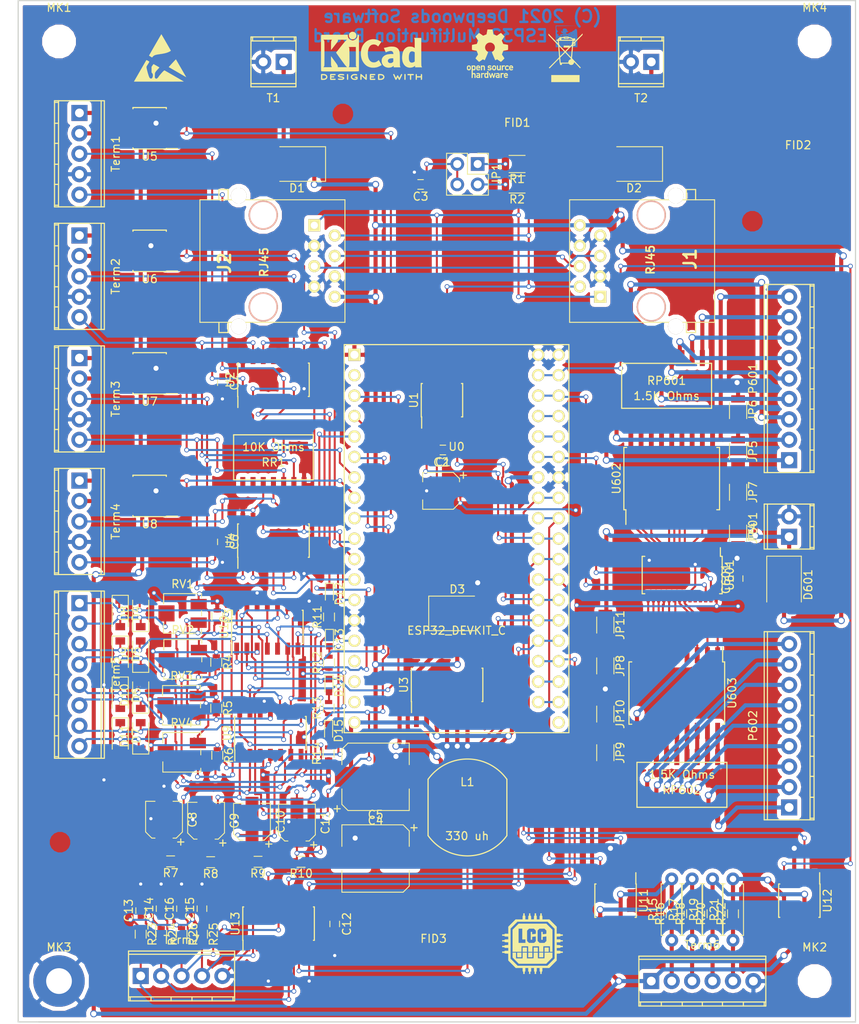
<source format=kicad_pcb>
(kicad_pcb (version 4) (host pcbnew 4.0.7+dfsg1-1ubuntu2)
  (layers (0 F.Cu signal) (31 B.Cu signal) (34 B.Paste user) (35 F.Paste user) (36 B.SilkS user) (37 F.SilkS user) (38 B.Mask user) (39 F.Mask user) (44 Edge.Cuts user))
  (net 0 "")
  (net 1 GND)
  (net 2 +3V3)
  (net 3 "Net-(C3-Pad1)")
  (net 4 +5V)
  (net 5 "CAN +12V")
  (net 6 "Net-(C8-Pad1)")
  (net 7 "Net-(C9-Pad1)")
  (net 8 "Net-(C10-Pad1)")
  (net 9 "Net-(C11-Pad1)")
  (net 10 "Net-(C13-Pad1)")
  (net 11 "Net-(C14-Pad1)")
  (net 12 "Net-(C15-Pad1)")
  (net 13 "Net-(C16-Pad1)")
  (net 14 "Net-(D1-Pad2)")
  (net 15 "Net-(D2-Pad1)")
  (net 16 "Net-(D3-Pad1)")
  (net 17 "Net-(D4-Pad1)")
  (net 18 "Net-(D4-Pad2)")
  (net 19 "Net-(D5-Pad1)")
  (net 20 "Net-(D5-Pad2)")
  (net 21 "Net-(D10-Pad2)")
  (net 22 "Net-(D10-Pad1)")
  (net 23 "Net-(D11-Pad2)")
  (net 24 "Net-(D11-Pad1)")
  (net 25 "Net-(D12-Pad2)")
  (net 26 /GPIO34)
  (net 27 "Net-(D13-Pad2)")
  (net 28 /GPIO35)
  (net 29 "Net-(D14-Pad2)")
  (net 30 /GPIO36)
  (net 31 "Net-(D15-Pad2)")
  (net 32 /GPIO39)
  (net 33 +12V)
  (net 34 "/CAN Transceiver/CANH")
  (net 35 "/CAN Transceiver/CANL")
  (net 36 "Net-(J1-Pad4)")
  (net 37 "Net-(J1-Pad5)")
  (net 38 "Net-(JP1-Pad1)")
  (net 39 "Net-(JP1-Pad2)")
  (net 40 "Net-(JP4-Pad1)")
  (net 41 "Net-(JP5-Pad1)")
  (net 42 "Net-(JP11-Pad2)")
  (net 43 "Net-(JP10-Pad2)")
  (net 44 "Net-(P601-Pad4)")
  (net 45 "Net-(P601-Pad1)")
  (net 46 "Net-(P601-Pad2)")
  (net 47 "Net-(P601-Pad3)")
  (net 48 "Net-(P601-Pad5)")
  (net 49 "Net-(P601-Pad6)")
  (net 50 "Net-(P601-Pad7)")
  (net 51 "Net-(P601-Pad8)")
  (net 52 "Net-(P602-Pad4)")
  (net 53 "Net-(P602-Pad1)")
  (net 54 "Net-(P602-Pad2)")
  (net 55 "Net-(P602-Pad3)")
  (net 56 "Net-(P602-Pad5)")
  (net 57 "Net-(P602-Pad6)")
  (net 58 "Net-(P602-Pad7)")
  (net 59 "Net-(P602-Pad8)")
  (net 60 "Net-(R3-Pad2)")
  (net 61 "Net-(R4-Pad2)")
  (net 62 "Net-(R5-Pad2)")
  (net 63 "Net-(R6-Pad2)")
  (net 64 "Net-(R15-Pad1)")
  (net 65 "Net-(R15-Pad2)")
  (net 66 "Net-(R17-Pad1)")
  (net 67 "Net-(R17-Pad2)")
  (net 68 "Net-(R19-Pad1)")
  (net 69 "Net-(R19-Pad2)")
  (net 70 "Net-(R21-Pad1)")
  (net 71 "Net-(R21-Pad2)")
  (net 72 "Net-(RP601-Pad1)")
  (net 73 "Net-(RP601-Pad2)")
  (net 74 "Net-(RP601-Pad3)")
  (net 75 "Net-(RP601-Pad4)")
  (net 76 "Net-(RP601-Pad5)")
  (net 77 "Net-(RP601-Pad6)")
  (net 78 "Net-(RP601-Pad7)")
  (net 79 "Net-(RP601-Pad8)")
  (net 80 "Net-(RP602-Pad1)")
  (net 81 "Net-(RP602-Pad2)")
  (net 82 "Net-(RP602-Pad3)")
  (net 83 "Net-(RP602-Pad4)")
  (net 84 "Net-(RP602-Pad5)")
  (net 85 "Net-(RP602-Pad6)")
  (net 86 "Net-(RP602-Pad7)")
  (net 87 "Net-(RP602-Pad8)")
  (net 88 "Net-(RR1-Pad1)")
  (net 89 "Net-(RR1-Pad2)")
  (net 90 "/Stall Motors/P2B")
  (net 91 "/Stall Motors/P2A")
  (net 92 "/Stall Motors/P1B")
  (net 93 "/Stall Motors/P1A")
  (net 94 "Net-(RR1-Pad7)")
  (net 95 "Net-(RR1-Pad8)")
  (net 96 "Net-(RR1-Pad9)")
  (net 97 "/Stall Motors/P4B")
  (net 98 "/Stall Motors/P4A")
  (net 99 "/Stall Motors/P3B")
  (net 100 "/Stall Motors/P3A")
  (net 101 "/Stall Motors/M1A")
  (net 102 "/Stall Motors/M1B")
  (net 103 "/Stall Motors/M2A")
  (net 104 "/Stall Motors/M2B")
  (net 105 "/Stall Motors/M3A")
  (net 106 "/Stall Motors/M3B")
  (net 107 "/Stall Motors/M4A")
  (net 108 "/Stall Motors/M4B")
  (net 109 "Net-(U0-Pad2)")
  (net 110 /GPIO32)
  (net 111 /GPIO33)
  (net 112 /GPIO25)
  (net 113 /GPIO26)
  (net 114 /GPIO27)
  (net 115 /GPIO14)
  (net 116 /GPIO12)
  (net 117 /GPIO13)
  (net 118 "Net-(U0-Pad16)")
  (net 119 "Net-(U0-Pad17)")
  (net 120 "Net-(U0-Pad18)")
  (net 121 "Net-(U0-Pad20)")
  (net 122 "Net-(U0-Pad21)")
  (net 123 "Net-(U0-Pad22)")
  (net 124 /GPIO15)
  (net 125 /GPIO2)
  (net 126 /GPIO0)
  (net 127 /CAN_RX)
  (net 128 /GPIO16)
  (net 129 /GPIO17)
  (net 130 /CAN_TX)
  (net 131 /GPIO18)
  (net 132 /GPIO19)
  (net 133 /SDA)
  (net 134 "Net-(U0-Pad34)")
  (net 135 "Net-(U0-Pad35)")
  (net 136 /SCL)
  (net 137 /GPIO23)
  (net 138 "Net-(U1-Pad5)")
  (net 139 "Net-(U1-Pad8)")
  (net 140 "Net-(U3-Pad1)")
  (net 141 "Net-(U3-Pad2)")
  (net 142 "Net-(U3-Pad7)")
  (net 143 "Net-(U3-Pad8)")
  (net 144 "Net-(U3-Pad9)")
  (net 145 "Net-(U3-Pad11)")
  (net 146 "Net-(U3-Pad13)")
  (net 147 "Net-(U3-Pad14)")
  (net 148 "Net-(U4-Pad2)")
  (net 149 "Net-(U4-Pad10)")
  (net 150 "Net-(U13-Pad2)")
  (net 151 "Net-(U13-Pad4)")
  (net 152 "Net-(U601-Pad6)")
  (net 153 "Net-(U601-Pad7)")
  (net 154 "Net-(U601-Pad8)")
  (net 155 "Net-(U601-Pad9)")
  (net 156 "Net-(U601-Pad10)")
  (net 157 "Net-(U601-Pad11)")
  (net 158 "Net-(U601-Pad12)")
  (net 159 "Net-(U601-Pad13)")
  (net 160 "Net-(U601-Pad15)")
  (net 161 "Net-(U601-Pad16)")
  (net 162 "Net-(U601-Pad17)")
  (net 163 "Net-(U601-Pad18)")
  (net 164 "Net-(U601-Pad19)")
  (net 165 "Net-(U601-Pad20)")
  (net 166 "Net-(U601-Pad21)")
  (net 167 "Net-(U601-Pad22)")
  (net 168 "Net-(C12-Pad1)")
  (net 169 "Net-(U2-Pad2)")
  (net 170 "Net-(U2-Pad10)")
  (module Housings_SOIC:SOIC-14_3.9x8.7mm_Pitch1.27mm (layer F.Cu) (at 125.349 129.192 90)
    (fp_text reference U9 (at 0 -5.375 90) (layer F.SilkS))
    (fp_text value LM339)
    (pad 1 smd rect (at -2.7 -3.81 90) (size 1.5 0.6) (layers F.Cu F.Paste F.Mask) (net 7 "Net-(C9-Pad1)"))
    (pad 2 smd rect (at -2.7 -2.54 90) (size 1.5 0.6) (layers F.Cu F.Paste F.Mask) (net 6 "Net-(C8-Pad1)"))
    (pad 3 smd rect (at -2.7 -1.27 90) (size 1.5 0.6) (layers F.Cu F.Paste F.Mask) (net 2 +3V3))
    (pad 4 smd rect (at -2.7 0 90) (size 1.5 0.6) (layers F.Cu F.Paste F.Mask) (net 17 "Net-(D4-Pad1)"))
    (pad 5 smd rect (at -2.7 1.27 90) (size 1.5 0.6) (layers F.Cu F.Paste F.Mask) (net 60 "Net-(R3-Pad2)"))
    (pad 6 smd rect (at -2.7 2.54 90) (size 1.5 0.6) (layers F.Cu F.Paste F.Mask) (net 19 "Net-(D5-Pad1)"))
    (pad 7 smd rect (at -2.7 3.81 90) (size 1.5 0.6) (layers F.Cu F.Paste F.Mask) (net 61 "Net-(R4-Pad2)"))
    (pad 8 smd rect (at 2.7 3.81 90) (size 1.5 0.6) (layers F.Cu F.Paste F.Mask) (net 23 "Net-(D11-Pad2)"))
    (pad 9 smd rect (at 2.7 2.54 90) (size 1.5 0.6) (layers F.Cu F.Paste F.Mask) (net 63 "Net-(R6-Pad2)"))
    (pad 10 smd rect (at 2.7 1.27 90) (size 1.5 0.6) (layers F.Cu F.Paste F.Mask) (net 21 "Net-(D10-Pad2)"))
    (pad 11 smd rect (at 2.7 0 90) (size 1.5 0.6) (layers F.Cu F.Paste F.Mask) (net 62 "Net-(R5-Pad2)"))
    (pad 12 smd rect (at 2.7 -1.27 90) (size 1.5 0.6) (layers F.Cu F.Paste F.Mask) (net 1 GND))
    (pad 13 smd rect (at 2.7 -2.54 90) (size 1.5 0.6) (layers F.Cu F.Paste F.Mask) (net 8 "Net-(C10-Pad1)"))
    (pad 14 smd rect (at 2.7 -3.81 90) (size 1.5 0.6) (layers F.Cu F.Paste F.Mask) (net 9 "Net-(C11-Pad1)"))
  )
  (module Housings_SOIC:SOIC-8_3.9x4.9mm_Pitch1.27mm (layer F.Cu) (at 168.275 150.02 270)
    (fp_text reference U11 (at 0 -3.5 270) (layer F.SilkS))
    (fp_text value TC4426)
    (pad 1 smd rect (at -2.7 -1.905 270) (size 1.55 0.6) (layers F.Cu F.Paste F.Mask))
    (pad 2 smd rect (at -2.7 -0.635 270) (size 1.55 0.6) (layers F.Cu F.Paste F.Mask) (net 129 /GPIO17))
    (pad 3 smd rect (at -2.7 0.635 270) (size 1.55 0.6) (layers F.Cu F.Paste F.Mask) (net 1 GND))
    (pad 4 smd rect (at -2.7 1.905 270) (size 1.55 0.6) (layers F.Cu F.Paste F.Mask) (net 131 /GPIO18))
    (pad 5 smd rect (at 2.7 1.905 270) (size 1.55 0.6) (layers F.Cu F.Paste F.Mask) (net 67 "Net-(R17-Pad2)"))
    (pad 6 smd rect (at 2.7 0.635 270) (size 1.55 0.6) (layers F.Cu F.Paste F.Mask) (net 33 +12V))
    (pad 7 smd rect (at 2.7 -0.635 270) (size 1.55 0.6) (layers F.Cu F.Paste F.Mask) (net 65 "Net-(R15-Pad2)"))
    (pad 8 smd rect (at 2.7 -1.905 270) (size 1.55 0.6) (layers F.Cu F.Paste F.Mask))
  )
  (module Diodes_SMD:D_SOD-123 (layer F.Cu) (at 106.68 119.379 270)
    (fp_text reference D5 (at 0 -2 270) (layer F.SilkS))
    (fp_text value 1N4148)
    (pad 1 smd rect (at -1.65 0 270) (size 0.9 1.2) (layers F.Cu F.Paste F.Mask) (net 19 "Net-(D5-Pad1)"))
    (pad 2 smd rect (at 1.65 0 270) (size 0.9 1.2) (layers F.Cu F.Paste F.Mask) (net 20 "Net-(D5-Pad2)"))
  )
  (module RJ45-8N-S:RJ45_8N-S (layer F.Cu) (at 124.46 70.485 270)
    (fp_text reference J2 (at 0.254 4.826 270) (layer F.SilkS) (effects (font (thickness 0.3048))))
    (fp_text value RJ45 (at 0.14224 -0.1016 270) (layer F.SilkS) (effects (font (size 1.00076 1.00076) (thickness 0.2032))))
    (pad "" np_thru_hole circle (at 5.715 0 270) (size 3.64998 3.64998) (drill 3.2512) (layers *.Cu *.SilkS *.Mask))
    (pad "" np_thru_hole circle (at -5.715 0 270) (size 3.64998 3.64998) (drill 3.2512) (layers *.Cu *.SilkS *.Mask))
    (pad 1 thru_hole rect (at -4.445 -6.35 270) (size 1.50114 1.50114) (drill 0.89916) (layers *.Cu *.Mask F.SilkS) (net 34 "/CAN Transceiver/CANH"))
    (pad 2 thru_hole circle (at -3.175 -8.89 270) (size 1.50114 1.50114) (drill 0.89916) (layers *.Cu *.Mask F.SilkS) (net 35 "/CAN Transceiver/CANL"))
    (pad 3 thru_hole circle (at -1.905 -6.35 270) (size 1.50114 1.50114) (drill 0.89916) (layers *.Cu *.Mask F.SilkS) (net 1 GND))
    (pad 4 thru_hole circle (at -0.635 -8.89 270) (size 1.50114 1.50114) (drill 0.89916) (layers *.Cu *.Mask F.SilkS) (net 36 "Net-(J1-Pad4)"))
    (pad 5 thru_hole circle (at 0.635 -6.35 270) (size 1.50114 1.50114) (drill 0.89916) (layers *.Cu *.Mask F.SilkS) (net 37 "Net-(J1-Pad5)"))
    (pad 6 thru_hole circle (at 1.905 -8.89 270) (size 1.50114 1.50114) (drill 0.89916) (layers *.Cu *.Mask F.SilkS) (net 1 GND))
    (pad 7 thru_hole circle (at 3.175 -6.35 270) (size 1.50114 1.50114) (drill 0.89916) (layers *.Cu *.Mask F.SilkS) (net 1 GND))
    (pad 8 thru_hole circle (at 4.445 -8.89 270) (size 1.50114 1.50114) (drill 0.89916) (layers *.Cu *.Mask F.SilkS) (net 5 "CAN +12V"))
    (pad "" thru_hole circle (at -8.128 3.048 270) (size 1.9304 1.9304) (drill 1.9304) (layers *.Cu *.Mask F.SilkS))
    (pad "" thru_hole circle (at 8.128 3.048 270) (size 1.9304 1.9304) (drill 1.9304) (layers *.Cu *.Mask F.SilkS))
  )
  (module RJ45-8N-S:RJ45_8N-S (layer F.Cu) (at 172.72 70.485 90)
    (fp_text reference J1 (at 0.254 4.826 90) (layer F.SilkS) (effects (font (thickness 0.3048))))
    (fp_text value RJ45 (at 0.14224 -0.1016 90) (layer F.SilkS) (effects (font (size 1.00076 1.00076) (thickness 0.2032))))
    (pad "" np_thru_hole circle (at 5.715 0 90) (size 3.64998 3.64998) (drill 3.2512) (layers *.Cu *.SilkS *.Mask))
    (pad "" np_thru_hole circle (at -5.715 0 90) (size 3.64998 3.64998) (drill 3.2512) (layers *.Cu *.SilkS *.Mask))
    (pad 1 thru_hole rect (at -4.445 -6.35 90) (size 1.50114 1.50114) (drill 0.89916) (layers *.Cu *.Mask F.SilkS) (net 34 "/CAN Transceiver/CANH"))
    (pad 2 thru_hole circle (at -3.175 -8.89 90) (size 1.50114 1.50114) (drill 0.89916) (layers *.Cu *.Mask F.SilkS) (net 35 "/CAN Transceiver/CANL"))
    (pad 3 thru_hole circle (at -1.905 -6.35 90) (size 1.50114 1.50114) (drill 0.89916) (layers *.Cu *.Mask F.SilkS) (net 1 GND))
    (pad 4 thru_hole circle (at -0.635 -8.89 90) (size 1.50114 1.50114) (drill 0.89916) (layers *.Cu *.Mask F.SilkS) (net 36 "Net-(J1-Pad4)"))
    (pad 5 thru_hole circle (at 0.635 -6.35 90) (size 1.50114 1.50114) (drill 0.89916) (layers *.Cu *.Mask F.SilkS) (net 37 "Net-(J1-Pad5)"))
    (pad 6 thru_hole circle (at 1.905 -8.89 90) (size 1.50114 1.50114) (drill 0.89916) (layers *.Cu *.Mask F.SilkS) (net 1 GND))
    (pad 7 thru_hole circle (at 3.175 -6.35 90) (size 1.50114 1.50114) (drill 0.89916) (layers *.Cu *.Mask F.SilkS) (net 1 GND))
    (pad 8 thru_hole circle (at 4.445 -8.89 90) (size 1.50114 1.50114) (drill 0.89916) (layers *.Cu *.Mask F.SilkS) (net 5 "CAN +12V"))
    (pad "" thru_hole circle (at -8.128 3.048 90) (size 1.9304 1.9304) (drill 1.9304) (layers *.Cu *.Mask F.SilkS))
    (pad "" thru_hole circle (at 8.128 3.048 90) (size 1.9304 1.9304) (drill 1.9304) (layers *.Cu *.Mask F.SilkS))
  )
  (module ESP32-Boards:ESP32-Combo (layer F.Cu) (at 148.5011 105.0036)
    (fp_text reference U0 (at 0 -11.43) (layer F.SilkS))
    (fp_text value ESP32_DEVKIT_C (at 0 11.43) (layer F.SilkS))
    (pad 2 thru_hole circle (at -12.7 -20.32) (size 1.524 1.524) (drill 1.016) (layers *.Cu *.Mask F.SilkS) (net 109 "Net-(U0-Pad2)"))
    (pad 3 thru_hole circle (at -12.7 -17.78) (size 1.524 1.524) (drill 1.016) (layers *.Cu *.Mask F.SilkS) (net 30 /GPIO36))
    (pad 4 thru_hole circle (at -12.7 -15.24) (size 1.524 1.524) (drill 1.016) (layers *.Cu *.Mask F.SilkS) (net 32 /GPIO39))
    (pad 5 thru_hole circle (at -12.7 -12.7) (size 1.524 1.524) (drill 1.016) (layers *.Cu *.Mask F.SilkS) (net 26 /GPIO34))
    (pad 6 thru_hole circle (at -12.7 -10.16) (size 1.524 1.524) (drill 1.016) (layers *.Cu *.Mask F.SilkS) (net 28 /GPIO35))
    (pad 7 thru_hole circle (at -12.7 -7.62) (size 1.524 1.524) (drill 1.016) (layers *.Cu *.Mask F.SilkS) (net 110 /GPIO32))
    (pad 8 thru_hole circle (at -12.7 -5.08) (size 1.524 1.524) (drill 1.016) (layers *.Cu *.Mask F.SilkS) (net 111 /GPIO33))
    (pad 9 thru_hole circle (at -12.7 -2.54) (size 1.524 1.524) (drill 1.016) (layers *.Cu *.Mask F.SilkS) (net 112 /GPIO25))
    (pad 10 thru_hole circle (at -12.7 0) (size 1.524 1.524) (drill 1.016) (layers *.Cu *.Mask F.SilkS) (net 113 /GPIO26))
    (pad 11 thru_hole circle (at -12.7 2.54) (size 1.524 1.524) (drill 1.016) (layers *.Cu *.Mask F.SilkS) (net 114 /GPIO27))
    (pad 12 thru_hole circle (at -12.7 5.08) (size 1.524 1.524) (drill 1.016) (layers *.Cu *.Mask F.SilkS) (net 115 /GPIO14))
    (pad 13 thru_hole circle (at -12.7 7.62) (size 1.524 1.524) (drill 1.016) (layers *.Cu *.Mask F.SilkS) (net 116 /GPIO12))
    (pad 14 thru_hole circle (at -12.7 10.16) (size 1.524 1.524) (drill 1.016) (layers *.Cu *.Mask F.SilkS) (net 1 GND))
    (pad 15 thru_hole circle (at -12.7 12.7) (size 1.524 1.524) (drill 1.016) (layers *.Cu *.Mask F.SilkS) (net 117 /GPIO13))
    (pad 16 thru_hole circle (at -12.7 15.24) (size 1.524 1.524) (drill 1.016) (layers *.Cu *.Mask F.SilkS) (net 118 "Net-(U0-Pad16)"))
    (pad 17 thru_hole circle (at -12.7 17.78) (size 1.524 1.524) (drill 1.016) (layers *.Cu *.Mask F.SilkS) (net 119 "Net-(U0-Pad17)"))
    (pad 18 thru_hole circle (at -12.7 20.32) (size 1.524 1.524) (drill 1.016) (layers *.Cu *.Mask F.SilkS) (net 120 "Net-(U0-Pad18)"))
    (pad 19 thru_hole circle (at -12.7 22.86) (size 1.524 1.524) (drill 1.016) (layers *.Cu *.Mask F.SilkS) (net 4 +5V))
    (pad 20 thru_hole circle (at 12.7 22.86) (size 1.524 1.524) (drill 1.016) (layers *.Cu *.Mask F.SilkS) (net 121 "Net-(U0-Pad20)"))
    (pad 21 thru_hole circle (at 12.7 20.32) (size 1.524 1.524) (drill 1.016) (layers *.Cu *.Mask F.SilkS) (net 122 "Net-(U0-Pad21)"))
    (pad 22 thru_hole circle (at 12.7 17.78) (size 1.524 1.524) (drill 1.016) (layers *.Cu *.Mask F.SilkS) (net 123 "Net-(U0-Pad22)"))
    (pad 23 thru_hole circle (at 12.7 15.24) (size 1.524 1.524) (drill 1.016) (layers *.Cu *.Mask F.SilkS) (net 124 /GPIO15))
    (pad 24 thru_hole circle (at 12.7 12.7) (size 1.524 1.524) (drill 1.016) (layers *.Cu *.Mask F.SilkS) (net 125 /GPIO2))
    (pad 25 thru_hole circle (at 12.7 10.16) (size 1.524 1.524) (drill 1.016) (layers *.Cu *.Mask F.SilkS) (net 126 /GPIO0))
    (pad 26 thru_hole circle (at 12.7 7.62) (size 1.524 1.524) (drill 1.016) (layers *.Cu *.Mask F.SilkS) (net 127 /CAN_RX))
    (pad 27 thru_hole circle (at 12.7 5.08) (size 1.524 1.524) (drill 1.016) (layers *.Cu *.Mask F.SilkS) (net 128 /GPIO16))
    (pad 28 thru_hole circle (at 12.7 2.54) (size 1.524 1.524) (drill 1.016) (layers *.Cu *.Mask F.SilkS) (net 129 /GPIO17))
    (pad 29 thru_hole circle (at 12.7 0) (size 1.524 1.524) (drill 1.016) (layers *.Cu *.Mask F.SilkS) (net 130 /CAN_TX))
    (pad 30 thru_hole circle (at 12.7 -2.54) (size 1.524 1.524) (drill 1.016) (layers *.Cu *.Mask F.SilkS) (net 131 /GPIO18))
    (pad 31 thru_hole circle (at 12.7 -5.08) (size 1.524 1.524) (drill 1.016) (layers *.Cu *.Mask F.SilkS) (net 132 /GPIO19))
    (pad 32 thru_hole circle (at 12.7 -7.62) (size 1.524 1.524) (drill 1.016) (layers *.Cu *.Mask F.SilkS) (net 1 GND))
    (pad 33 thru_hole circle (at 12.7 -10.16) (size 1.524 1.524) (drill 1.016) (layers *.Cu *.Mask F.SilkS) (net 133 /SDA))
    (pad 34 thru_hole circle (at 12.7 -12.7) (size 1.524 1.524) (drill 1.016) (layers *.Cu *.Mask F.SilkS) (net 134 "Net-(U0-Pad34)"))
    (pad 35 thru_hole circle (at 12.7 -15.24) (size 1.524 1.524) (drill 1.016) (layers *.Cu *.Mask F.SilkS) (net 135 "Net-(U0-Pad35)"))
    (pad 36 thru_hole circle (at 12.7 -17.78) (size 1.524 1.524) (drill 1.016) (layers *.Cu *.Mask F.SilkS) (net 136 /SCL))
    (pad 37 thru_hole circle (at 12.7 -20.32) (size 1.524 1.524) (drill 1.016) (layers *.Cu *.Mask F.SilkS) (net 137 /GPIO23))
    (pad 38 thru_hole circle (at 12.7 -22.86) (size 1.524 1.524) (drill 1.016) (layers *.Cu *.Mask F.SilkS) (net 1 GND))
    (pad 1 thru_hole rect (at -12.7 -22.86) (size 1.524 1.524) (drill 1.016) (layers *.Cu *.Mask F.SilkS) (net 2 +3V3))
    (pad 38 thru_hole circle (at 10.16 -22.86) (size 1.524 1.524) (drill 1.016) (layers *.Cu *.Mask F.SilkS) (net 1 GND))
    (pad 37 thru_hole circle (at 10.16 -20.32) (size 1.524 1.524) (drill 1.016) (layers *.Cu *.Mask F.SilkS) (net 137 /GPIO23))
    (pad 36 thru_hole circle (at 10.16 -17.78) (size 1.524 1.524) (drill 1.016) (layers *.Cu *.Mask F.SilkS) (net 136 /SCL))
    (pad 35 thru_hole circle (at 10.16 -15.24) (size 1.524 1.524) (drill 1.016) (layers *.Cu *.Mask F.SilkS) (net 135 "Net-(U0-Pad35)"))
    (pad 34 thru_hole circle (at 10.16 -12.7) (size 1.524 1.524) (drill 1.016) (layers *.Cu *.Mask F.SilkS) (net 134 "Net-(U0-Pad34)"))
    (pad 33 thru_hole circle (at 10.16 -10.16) (size 1.524 1.524) (drill 1.016) (layers *.Cu *.Mask F.SilkS) (net 133 /SDA))
    (pad 19 thru_hole circle (at 10.16 -7.62) (size 1.524 1.524) (drill 1.016) (layers *.Cu *.Mask F.SilkS) (net 4 +5V))
    (pad 31 thru_hole circle (at 10.16 -5.08) (size 1.524 1.524) (drill 1.016) (layers *.Cu *.Mask F.SilkS) (net 132 /GPIO19))
    (pad 30 thru_hole circle (at 10.16 -2.54) (size 1.524 1.524) (drill 1.016) (layers *.Cu *.Mask F.SilkS) (net 131 /GPIO18))
    (pad 29 thru_hole circle (at 10.16 0) (size 1.524 1.524) (drill 1.016) (layers *.Cu *.Mask F.SilkS) (net 130 /CAN_TX))
    (pad 28 thru_hole circle (at 10.16 2.54) (size 1.524 1.524) (drill 1.016) (layers *.Cu *.Mask F.SilkS) (net 129 /GPIO17))
    (pad 27 thru_hole circle (at 10.16 5.08) (size 1.524 1.524) (drill 1.016) (layers *.Cu *.Mask F.SilkS) (net 128 /GPIO16))
    (pad 26 thru_hole circle (at 10.16 7.62) (size 1.524 1.524) (drill 1.016) (layers *.Cu *.Mask F.SilkS) (net 127 /CAN_RX))
    (pad 25 thru_hole circle (at 10.16 10.16) (size 1.524 1.524) (drill 1.016) (layers *.Cu *.Mask F.SilkS) (net 126 /GPIO0))
    (pad 24 thru_hole circle (at 10.16 12.7) (size 1.524 1.524) (drill 1.016) (layers *.Cu *.Mask F.SilkS) (net 125 /GPIO2))
    (pad 23 thru_hole circle (at 10.16 15.24) (size 1.524 1.524) (drill 1.016) (layers *.Cu *.Mask F.SilkS) (net 124 /GPIO15))
    (pad 22 thru_hole circle (at 10.16 17.78) (size 1.524 1.524) (drill 1.016) (layers *.Cu *.Mask F.SilkS) (net 123 "Net-(U0-Pad22)"))
    (pad 21 thru_hole circle (at 10.16 20.32) (size 1.524 1.524) (drill 1.016) (layers *.Cu *.Mask F.SilkS) (net 122 "Net-(U0-Pad21)"))
  )
  (module Capacitors_SMD:C_0603 (layer F.Cu) (at 146.8 93.98 180)
    (fp_text reference C1 (at 0 -1.5 180) (layer F.SilkS))
    (fp_text value ".1 uf")
    (pad 2 smd rect (at 0.75 0 180) (size 0.8 0.75) (layers F.Cu F.Paste F.Mask) (net 1 GND))
    (pad 1 smd rect (at -0.75 0 180) (size 0.8 0.75) (layers F.Cu F.Paste F.Mask) (net 2 +3V3))
  )
  (module Capacitors_SMD:CP_Elec_4x5.7 (layer F.Cu) (at 146.58 99.06 180)
    (fp_text reference C2 (at 0 3.54 180) (layer F.SilkS))
    (fp_text value "15 uf 15V")
    (fp_text user + (at -2.77 2.01 180) (layer F.SilkS))
    (pad 1 smd rect (at -1.8 0) (size 2.6 1.6) (layers F.Cu F.Paste F.Mask) (net 2 +3V3))
    (pad 2 smd rect (at 1.8 0) (size 2.6 1.6) (layers F.Cu F.Paste F.Mask) (net 1 GND))
  )
  (module Capacitors_SMD:C_0603 (layer F.Cu) (at 144.03 60.96 180)
    (fp_text reference C3 (at 0 -1.5 180) (layer F.SilkS))
    (fp_text value "47 nf")
    (pad 2 smd rect (at 0.75 0 180) (size 0.8 0.75) (layers F.Cu F.Paste F.Mask) (net 1 GND))
    (pad 1 smd rect (at -0.75 0 180) (size 0.8 0.75) (layers F.Cu F.Paste F.Mask) (net 3 "Net-(C3-Pad1)"))
  )
  (module Capacitors_SMD:CP_Elec_8x10 (layer F.Cu) (at 138.43 134.62)
    (fp_text reference C4 (at 0 5.45) (layer F.SilkS))
    (fp_text value "220 uf 25V")
    (fp_text user + (at -4.78 3.9) (layer F.SilkS))
    (pad 1 smd rect (at -3.05 0 180) (size 4 2.5) (layers F.Cu F.Paste F.Mask) (net 4 +5V))
    (pad 2 smd rect (at 3.05 0 180) (size 4 2.5) (layers F.Cu F.Paste F.Mask) (net 1 GND))
  )
  (module Capacitors_SMD:CP_Elec_8x10 (layer F.Cu) (at 138.43 144.78 180)
    (fp_text reference C5 (at 0 5.45 180) (layer F.SilkS))
    (fp_text value "22 uf 100V")
    (fp_text user + (at -4.78 3.9 180) (layer F.SilkS))
    (pad 1 smd rect (at -3.05 0) (size 4 2.5) (layers F.Cu F.Paste F.Mask) (net 5 "CAN +12V"))
    (pad 2 smd rect (at 3.05 0) (size 4 2.5) (layers F.Cu F.Paste F.Mask) (net 1 GND))
  )
  (module Capacitors_SMD:C_0603 (layer F.Cu) (at 119.38 105.41 270)
    (fp_text reference C6 (at 0 -1.5 270) (layer F.SilkS))
    (fp_text value ".1 uf")
    (pad 2 smd rect (at 0.75 0 270) (size 0.8 0.75) (layers F.Cu F.Paste F.Mask) (net 1 GND))
    (pad 1 smd rect (at -0.75 0 270) (size 0.8 0.75) (layers F.Cu F.Paste F.Mask) (net 2 +3V3))
  )
  (module Capacitors_SMD:C_0603 (layer F.Cu) (at 119.38 85.61 270)
    (fp_text reference C7 (at 0 -1.5 270) (layer F.SilkS))
    (fp_text value ".1 uf")
    (pad 2 smd rect (at 0.75 0 270) (size 0.8 0.75) (layers F.Cu F.Paste F.Mask) (net 1 GND))
    (pad 1 smd rect (at -0.75 0 270) (size 0.8 0.75) (layers F.Cu F.Paste F.Mask) (net 2 +3V3))
  )
  (module Capacitors_SMD:CP_Elec_4x5.7 (layer F.Cu) (at 112.119 139.954 90)
    (fp_text reference C8 (at 0 3.54 90) (layer F.SilkS))
    (fp_text value "2.2uf 50V")
    (fp_text user + (at -2.77 2.01 90) (layer F.SilkS))
    (pad 1 smd rect (at -1.8 0 270) (size 2.6 1.6) (layers F.Cu F.Paste F.Mask) (net 6 "Net-(C8-Pad1)"))
    (pad 2 smd rect (at 1.8 0 270) (size 2.6 1.6) (layers F.Cu F.Paste F.Mask) (net 1 GND))
  )
  (module Capacitors_SMD:CP_Elec_4x5.7 (layer F.Cu) (at 117.348 140.081 90)
    (fp_text reference C9 (at 0 3.54 90) (layer F.SilkS))
    (fp_text value "2.2uf 50V")
    (fp_text user + (at -2.77 2.01 90) (layer F.SilkS))
    (pad 1 smd rect (at -1.8 0 270) (size 2.6 1.6) (layers F.Cu F.Paste F.Mask) (net 7 "Net-(C9-Pad1)"))
    (pad 2 smd rect (at 1.8 0 270) (size 2.6 1.6) (layers F.Cu F.Paste F.Mask) (net 1 GND))
  )
  (module Capacitors_SMD:CP_Elec_4x5.7 (layer F.Cu) (at 123.063 140.208 90)
    (fp_text reference C10 (at 0 3.54 90) (layer F.SilkS))
    (fp_text value "2.2uf 50V")
    (fp_text user + (at -2.77 2.01 90) (layer F.SilkS))
    (pad 1 smd rect (at -1.8 0 270) (size 2.6 1.6) (layers F.Cu F.Paste F.Mask) (net 8 "Net-(C10-Pad1)"))
    (pad 2 smd rect (at 1.8 0 270) (size 2.6 1.6) (layers F.Cu F.Paste F.Mask) (net 1 GND))
  )
  (module Capacitors_SMD:CP_Elec_4x5.7 (layer F.Cu) (at 128.651 140.313 90)
    (fp_text reference C11 (at 0 3.54 90) (layer F.SilkS))
    (fp_text value "2.2uf 50V")
    (fp_text user + (at -2.77 2.01 90) (layer F.SilkS))
    (pad 1 smd rect (at -1.8 0 270) (size 2.6 1.6) (layers F.Cu F.Paste F.Mask) (net 9 "Net-(C11-Pad1)"))
    (pad 2 smd rect (at 1.8 0 270) (size 2.6 1.6) (layers F.Cu F.Paste F.Mask) (net 1 GND))
  )
  (module Capacitors_SMD:C_0603 (layer F.Cu) (at 133.35 152.92 270)
    (fp_text reference C12 (at 0 -1.5 270) (layer F.SilkS))
    (fp_text value ".1 uf")
    (pad 2 smd rect (at 0.75 0 270) (size 0.8 0.75) (layers F.Cu F.Paste F.Mask) (net 1 GND))
    (pad 1 smd rect (at -0.75 0 270) (size 0.8 0.75) (layers F.Cu F.Paste F.Mask) (net 168 "Net-(C12-Pad1)"))
  )
  (module Capacitors_SMD:C_0603 (layer F.Cu) (at 109.22 151.245 90)
    (fp_text reference C13 (at 0 -1.5 90) (layer F.SilkS))
    (fp_text value "10 nf")
    (pad 2 smd rect (at 0.75 0 90) (size 0.8 0.75) (layers F.Cu F.Paste F.Mask) (net 1 GND))
    (pad 1 smd rect (at -0.75 0 90) (size 0.8 0.75) (layers F.Cu F.Paste F.Mask) (net 10 "Net-(C13-Pad1)"))
  )
  (module Capacitors_SMD:C_0603 (layer F.Cu) (at 111.76 151.015 90)
    (fp_text reference C14 (at 0 -1.5 90) (layer F.SilkS))
    (fp_text value "10 nf")
    (pad 2 smd rect (at 0.75 0 90) (size 0.8 0.75) (layers F.Cu F.Paste F.Mask) (net 1 GND))
    (pad 1 smd rect (at -0.75 0 90) (size 0.8 0.75) (layers F.Cu F.Paste F.Mask) (net 11 "Net-(C14-Pad1)"))
  )
  (module Capacitors_SMD:C_0603 (layer F.Cu) (at 116.84 151.015 90)
    (fp_text reference C15 (at 0 -1.5 90) (layer F.SilkS))
    (fp_text value "10 nf")
    (pad 2 smd rect (at 0.75 0 90) (size 0.8 0.75) (layers F.Cu F.Paste F.Mask) (net 1 GND))
    (pad 1 smd rect (at -0.75 0 90) (size 0.8 0.75) (layers F.Cu F.Paste F.Mask) (net 12 "Net-(C15-Pad1)"))
  )
  (module Capacitors_SMD:C_0603 (layer F.Cu) (at 114.3 151.015 90)
    (fp_text reference C16 (at 0 -1.5 90) (layer F.SilkS))
    (fp_text value "10 nf")
    (pad 2 smd rect (at 0.75 0 90) (size 0.8 0.75) (layers F.Cu F.Paste F.Mask) (net 1 GND))
    (pad 1 smd rect (at -0.75 0 90) (size 0.8 0.75) (layers F.Cu F.Paste F.Mask) (net 13 "Net-(C16-Pad1)"))
  )
  (module Capacitors_SMD:C_0603 (layer F.Cu) (at 183.515 109.97 90)
    (fp_text reference C601 (at 0 -1.5 90) (layer F.SilkS))
    (fp_text value ".1 uf")
    (pad 2 smd rect (at 0.75 0 90) (size 0.8 0.75) (layers F.Cu F.Paste F.Mask) (net 1 GND))
    (pad 1 smd rect (at -0.75 0 90) (size 0.8 0.75) (layers F.Cu F.Paste F.Mask) (net 2 +3V3))
  )
  (module Diodes_SMD:D_SMB (layer F.Cu) (at 128.66 58.42 180)
    (fp_text reference D1 (at 0 -3 180) (layer F.SilkS))
    (fp_text value DFLS240-7)
    (pad 1 smd rect (at -2.15 0 180) (size 2.5 2.3) (layers F.Cu F.Paste F.Mask) (net 5 "CAN +12V"))
    (pad 2 smd rect (at 2.15 0 180) (size 2.5 2.3) (layers F.Cu F.Paste F.Mask) (net 14 "Net-(D1-Pad2)"))
  )
  (module Diodes_SMD:D_SMB (layer F.Cu) (at 170.57 58.42 180)
    (fp_text reference D2 (at 0 -3 180) (layer F.SilkS))
    (fp_text value DFLS240-7)
    (pad 1 smd rect (at -2.15 0 180) (size 2.5 2.3) (layers F.Cu F.Paste F.Mask) (net 15 "Net-(D2-Pad1)"))
    (pad 2 smd rect (at 2.15 0 180) (size 2.5 2.3) (layers F.Cu F.Paste F.Mask) (net 5 "CAN +12V"))
  )
  (module Diodes_SMD:D_SMB (layer F.Cu) (at 148.59 114.3)
    (fp_text reference D3 (at 0 -3) (layer F.SilkS))
    (fp_text value "CMSH1-60 TR13")
    (pad 1 smd rect (at -2.15 0) (size 2.5 2.3) (layers F.Cu F.Paste F.Mask) (net 16 "Net-(D3-Pad1)"))
    (pad 2 smd rect (at 2.15 0) (size 2.5 2.3) (layers F.Cu F.Paste F.Mask) (net 1 GND))
  )
  (module Diodes_SMD:D_SOD-123 (layer F.Cu) (at 106.68 114.3 270)
    (fp_text reference D4 (at 0 -2 270) (layer F.SilkS))
    (fp_text value 1N4148)
    (pad 1 smd rect (at -1.65 0 270) (size 0.9 1.2) (layers F.Cu F.Paste F.Mask) (net 17 "Net-(D4-Pad1)"))
    (pad 2 smd rect (at 1.65 0 270) (size 0.9 1.2) (layers F.Cu F.Paste F.Mask) (net 18 "Net-(D4-Pad2)"))
  )
  (module Diodes_SMD:D_SOD-123 (layer F.Cu) (at 106.68 124.461 270)
    (fp_text reference D6 (at 0 -2 270) (layer F.SilkS))
    (fp_text value 1N4148)
    (pad 1 smd rect (at -1.65 0 270) (size 0.9 1.2) (layers F.Cu F.Paste F.Mask) (net 21 "Net-(D10-Pad2)"))
    (pad 2 smd rect (at 1.65 0 270) (size 0.9 1.2) (layers F.Cu F.Paste F.Mask) (net 22 "Net-(D10-Pad1)"))
  )
  (module Diodes_SMD:D_SOD-123 (layer F.Cu) (at 106.68 129.539 270)
    (fp_text reference D7 (at 0 -2 270) (layer F.SilkS))
    (fp_text value 1N4148)
    (pad 1 smd rect (at -1.65 0 270) (size 0.9 1.2) (layers F.Cu F.Paste F.Mask) (net 23 "Net-(D11-Pad2)"))
    (pad 2 smd rect (at 1.65 0 270) (size 0.9 1.2) (layers F.Cu F.Paste F.Mask) (net 24 "Net-(D11-Pad1)"))
  )
  (module Diodes_SMD:D_SOD-123 (layer F.Cu) (at 109.22 114.299 90)
    (fp_text reference D8 (at 0 -2 90) (layer F.SilkS))
    (fp_text value 1N4148)
    (pad 1 smd rect (at -1.65 0 90) (size 0.9 1.2) (layers F.Cu F.Paste F.Mask) (net 18 "Net-(D4-Pad2)"))
    (pad 2 smd rect (at 1.65 0 90) (size 0.9 1.2) (layers F.Cu F.Paste F.Mask) (net 17 "Net-(D4-Pad1)"))
  )
  (module Diodes_SMD:D_SOD-123 (layer F.Cu) (at 109.22 119.381 90)
    (fp_text reference D9 (at 0 -2 90) (layer F.SilkS))
    (fp_text value 1N4148)
    (pad 1 smd rect (at -1.65 0 90) (size 0.9 1.2) (layers F.Cu F.Paste F.Mask) (net 20 "Net-(D5-Pad2)"))
    (pad 2 smd rect (at 1.65 0 90) (size 0.9 1.2) (layers F.Cu F.Paste F.Mask) (net 19 "Net-(D5-Pad1)"))
  )
  (module Diodes_SMD:D_SOD-123 (layer F.Cu) (at 109.22 124.459 90)
    (fp_text reference D10 (at 0 -2 90) (layer F.SilkS))
    (fp_text value 1N4148)
    (pad 1 smd rect (at -1.65 0 90) (size 0.9 1.2) (layers F.Cu F.Paste F.Mask) (net 22 "Net-(D10-Pad1)"))
    (pad 2 smd rect (at 1.65 0 90) (size 0.9 1.2) (layers F.Cu F.Paste F.Mask) (net 21 "Net-(D10-Pad2)"))
  )
  (module Diodes_SMD:D_SOD-123 (layer F.Cu) (at 109.22 129.539 90)
    (fp_text reference D11 (at 0 -2 90) (layer F.SilkS))
    (fp_text value 1N4148)
    (pad 1 smd rect (at -1.65 0 90) (size 0.9 1.2) (layers F.Cu F.Paste F.Mask) (net 24 "Net-(D11-Pad1)"))
    (pad 2 smd rect (at 1.65 0 90) (size 0.9 1.2) (layers F.Cu F.Paste F.Mask) (net 23 "Net-(D11-Pad2)"))
  )
  (module LEDs:LED_0603 (layer F.Cu) (at 132.6896 111.8488 270)
    (fp_text reference D12 (at 0 -1.25 270) (layer F.SilkS))
    (fp_text value LED)
    (pad 2 smd rect (at 0.8 0 90) (size 0.8 0.8) (layers F.Cu F.Paste F.Mask) (net 25 "Net-(D12-Pad2)"))
    (pad 1 smd rect (at -0.8 0 90) (size 0.8 0.8) (layers F.Cu F.Paste F.Mask) (net 26 /GPIO34))
  )
  (module LEDs:LED_0603 (layer F.Cu) (at 132.6896 117.5892 270)
    (fp_text reference D13 (at 0 -1.25 270) (layer F.SilkS))
    (fp_text value LED)
    (pad 2 smd rect (at 0.8 0 90) (size 0.8 0.8) (layers F.Cu F.Paste F.Mask) (net 27 "Net-(D13-Pad2)"))
    (pad 1 smd rect (at -0.8 0 90) (size 0.8 0.8) (layers F.Cu F.Paste F.Mask) (net 28 /GPIO35))
  )
  (module LEDs:LED_0603 (layer F.Cu) (at 132.6388 123.2788 270)
    (fp_text reference D14 (at 0 -1.25 270) (layer F.SilkS))
    (fp_text value LED)
    (pad 2 smd rect (at 0.8 0 90) (size 0.8 0.8) (layers F.Cu F.Paste F.Mask) (net 29 "Net-(D14-Pad2)"))
    (pad 1 smd rect (at -0.8 0 90) (size 0.8 0.8) (layers F.Cu F.Paste F.Mask) (net 30 /GPIO36))
  )
  (module LEDs:LED_0603 (layer F.Cu) (at 132.588 128.8924 270)
    (fp_text reference D15 (at 0 -1.25 270) (layer F.SilkS))
    (fp_text value LED)
    (pad 2 smd rect (at 0.8 0 90) (size 0.8 0.8) (layers F.Cu F.Paste F.Mask) (net 31 "Net-(D15-Pad2)"))
    (pad 1 smd rect (at -0.8 0 90) (size 0.8 0.8) (layers F.Cu F.Paste F.Mask) (net 32 /GPIO39))
  )
  (module Diodes_SMD:D_SMB (layer F.Cu) (at 189.23 110.735 270)
    (fp_text reference D601 (at 0 -3 270) (layer F.SilkS))
    (fp_text value DFLS240-7)
    (pad 1 smd rect (at -2.15 0 270) (size 2.5 2.3) (layers F.Cu F.Paste F.Mask) (net 33 +12V))
    (pad 2 smd rect (at 2.15 0 270) (size 2.5 2.3) (layers F.Cu F.Paste F.Mask) (net 5 "CAN +12V"))
  )
  (module Fiducials:Fiducial_1mm_Dia_2.54mm_Outer_CopperBottom (layer F.Cu) (at 152.654 52.578)
    (fp_text reference FID1 (at 3.4 0.7) (layer F.SilkS))
    (fp_text value FidMark)
    (pad ~ smd circle (at 0 0) (size 1 1) (layers B.Cu B.Mask) (clearance 0.77))
  )
  (module Fiducials:Fiducial_1mm_Dia_2.54mm_Outer_CopperBottom (layer F.Cu) (at 187.579 55.372)
    (fp_text reference FID2 (at 3.4 0.7) (layer F.SilkS))
    (fp_text value FidMark)
    (pad ~ smd circle (at 0 0) (size 1 1) (layers B.Cu B.Mask) (clearance 0.77))
  )
  (module Fiducials:Fiducial_1mm_Dia_2.54mm_Outer_CopperBottom (layer F.Cu) (at 142.24 154.051)
    (fp_text reference FID3 (at 3.4 0.7) (layer F.SilkS))
    (fp_text value FidMark)
    (pad ~ smd circle (at 0 0) (size 1 1) (layers B.Cu B.Mask) (clearance 0.77))
  )
  (module Resistors_SMD:R_1206 (layer F.Cu) (at 183.515 104.32 270)
    (fp_text reference JP4 (at 0 -1.85 270) (layer F.SilkS))
    (fp_text value 0)
    (pad 1 smd rect (at -1.45 0 270) (size 0.9 1.7) (layers F.Cu F.Paste F.Mask) (net 40 "Net-(JP4-Pad1)"))
    (pad 2 smd rect (at 1.45 0 270) (size 0.9 1.7) (layers F.Cu F.Paste F.Mask) (net 1 GND))
  )
  (module Resistors_SMD:R_1206 (layer F.Cu) (at 183.515 94.16 270)
    (fp_text reference JP5 (at 0 -1.85 270) (layer F.SilkS))
    (fp_text value 0)
    (pad 1 smd rect (at -1.45 0 270) (size 0.9 1.7) (layers F.Cu F.Paste F.Mask) (net 41 "Net-(JP5-Pad1)"))
    (pad 2 smd rect (at 1.45 0 270) (size 0.9 1.7) (layers F.Cu F.Paste F.Mask) (net 33 +12V))
  )
  (module Resistors_SMD:R_1206 (layer F.Cu) (at 183.515 89.08 270)
    (fp_text reference JP6 (at 0 -1.85 270) (layer F.SilkS))
    (fp_text value 0)
    (pad 1 smd rect (at -1.45 0 270) (size 0.9 1.7) (layers F.Cu F.Paste F.Mask) (net 1 GND))
    (pad 2 smd rect (at 1.45 0 270) (size 0.9 1.7) (layers F.Cu F.Paste F.Mask) (net 41 "Net-(JP5-Pad1)"))
  )
  (module Resistors_SMD:R_1206 (layer F.Cu) (at 183.515 99.24 270)
    (fp_text reference JP7 (at 0 -1.85 270) (layer F.SilkS))
    (fp_text value 0)
    (pad 1 smd rect (at -1.45 0 270) (size 0.9 1.7) (layers F.Cu F.Paste F.Mask) (net 33 +12V))
    (pad 2 smd rect (at 1.45 0 270) (size 0.9 1.7) (layers F.Cu F.Paste F.Mask) (net 40 "Net-(JP4-Pad1)"))
  )
  (module Resistors_SMD:R_1206 (layer F.Cu) (at 167.005 120.83 270)
    (fp_text reference JP8 (at 0 -1.85 270) (layer F.SilkS))
    (fp_text value 0)
    (pad 1 smd rect (at -1.45 0 270) (size 0.9 1.7) (layers F.Cu F.Paste F.Mask) (net 42 "Net-(JP11-Pad2)"))
    (pad 2 smd rect (at 1.45 0 270) (size 0.9 1.7) (layers F.Cu F.Paste F.Mask) (net 1 GND))
  )
  (module Resistors_SMD:R_1206 (layer F.Cu) (at 167.005 131.625 270)
    (fp_text reference JP9 (at 0 -1.85 270) (layer F.SilkS))
    (fp_text value 0)
    (pad 1 smd rect (at -1.45 0 270) (size 0.9 1.7) (layers F.Cu F.Paste F.Mask) (net 43 "Net-(JP10-Pad2)"))
    (pad 2 smd rect (at 1.45 0 270) (size 0.9 1.7) (layers F.Cu F.Paste F.Mask) (net 33 +12V))
  )
  (module Resistors_SMD:R_1206 (layer F.Cu) (at 167.005 126.82 270)
    (fp_text reference JP10 (at 0 -1.85 270) (layer F.SilkS))
    (fp_text value 0)
    (pad 1 smd rect (at -1.45 0 270) (size 0.9 1.7) (layers F.Cu F.Paste F.Mask) (net 1 GND))
    (pad 2 smd rect (at 1.45 0 270) (size 0.9 1.7) (layers F.Cu F.Paste F.Mask) (net 43 "Net-(JP10-Pad2)"))
  )
  (module Resistors_SMD:R_1206 (layer F.Cu) (at 167.005 115.75 270)
    (fp_text reference JP11 (at 0 -1.85 270) (layer F.SilkS))
    (fp_text value 0)
    (pad 1 smd rect (at -1.45 0 270) (size 0.9 1.7) (layers F.Cu F.Paste F.Mask) (net 33 +12V))
    (pad 2 smd rect (at 1.45 0 270) (size 0.9 1.7) (layers F.Cu F.Paste F.Mask) (net 42 "Net-(JP11-Pad2)"))
  )
  (module SRN1060:SRN1060 (layer F.Cu) (at 149.86 138.43)
    (fp_text reference L1 (at -0.01524 -3.1623) (layer F.SilkS))
    (fp_text value "330 uh" (at -0.0381 3.556) (layer F.SilkS))
    (pad 1 smd rect (at -3.3 0) (size 3.5 10.2) (layers F.Cu F.Paste F.Mask) (net 16 "Net-(D3-Pad1)"))
    (pad 2 smd rect (at 3.3 0) (size 3.5 10.2) (layers F.Cu F.Paste F.Mask) (net 4 +5V))
  )
  (module Mounting_Holes:MountingHole_3.2mm_M3 (layer F.Cu) (at 99.06 43.18)
    (fp_text reference MK1 (at 0 -4.2) (layer F.SilkS))
    (fp_text value Mounting_Hole)
    (pad 1 np_thru_hole circle (at 0 0) (size 3.2 3.2) (drill 3.2) (layers *.Cu *.Mask))
  )
  (module Mounting_Holes:MountingHole_3.2mm_M3 (layer F.Cu) (at 193.04 160.02)
    (fp_text reference MK2 (at 0 -4.2) (layer F.SilkS))
    (fp_text value Mounting_Hole)
    (pad 1 np_thru_hole circle (at 0 0) (size 3.2 3.2) (drill 3.2) (layers *.Cu *.Mask))
  )
  (module Mounting_Holes:MountingHole_3.2mm_M3_Pad (layer F.Cu) (at 99.06 160.02)
    (fp_text reference MK3 (at 0 -4.2) (layer F.SilkS))
    (fp_text value Mounting_Hole_PAD)
    (pad 1 thru_hole circle (at 0 0) (size 6.4 6.4) (drill 3.2) (layers *.Cu *.Mask) (net 1 GND))
  )
  (module Mounting_Holes:MountingHole_3.2mm_M3 (layer F.Cu) (at 193.04 43.18)
    (fp_text reference MK4 (at 0 -4.2) (layer F.SilkS))
    (fp_text value Mounting_Hole)
    (pad 1 np_thru_hole circle (at 0 0) (size 3.2 3.2) (drill 3.2) (layers *.Cu *.Mask))
  )
  (module Connectors_Terminal_Blocks:TerminalBlock_Pheonix_MPT-2.54mm_9pol (layer F.Cu) (at 189.865 95.25 90)
    (fp_text reference P601 (at 10.16 -4.50088 90) (layer F.SilkS))
    (fp_text value "A7 A6 A5 A4 A3 A2 A1 A0 C")
    (pad 4 thru_hole oval (at 7.62 0 270) (size 1.99898 1.99898) (drill 1.09728) (layers *.Cu *.Mask) (net 44 "Net-(P601-Pad4)"))
    (pad 1 thru_hole rect (at 0 0 270) (size 1.99898 1.99898) (drill 1.09728) (layers *.Cu *.Mask) (net 45 "Net-(P601-Pad1)"))
    (pad 2 thru_hole oval (at 2.54 0 270) (size 1.99898 1.99898) (drill 1.09728) (layers *.Cu *.Mask) (net 46 "Net-(P601-Pad2)"))
    (pad 3 thru_hole oval (at 5.08 0 270) (size 1.99898 1.99898) (drill 1.09728) (layers *.Cu *.Mask) (net 47 "Net-(P601-Pad3)"))
    (pad 5 thru_hole oval (at 10.16 0 270) (size 1.99898 1.99898) (drill 1.09728) (layers *.Cu *.Mask) (net 48 "Net-(P601-Pad5)"))
    (pad 6 thru_hole oval (at 12.7 0 270) (size 1.99898 1.99898) (drill 1.09728) (layers *.Cu *.Mask) (net 49 "Net-(P601-Pad6)"))
    (pad 7 thru_hole oval (at 15.24 0 270) (size 1.99898 1.99898) (drill 1.09728) (layers *.Cu *.Mask) (net 50 "Net-(P601-Pad7)"))
    (pad 8 thru_hole oval (at 17.78 0 270) (size 1.99898 1.99898) (drill 1.09728) (layers *.Cu *.Mask) (net 51 "Net-(P601-Pad8)"))
    (pad 9 thru_hole oval (at 20.32 0 270) (size 1.99898 1.99898) (drill 1.09728) (layers *.Cu *.Mask) (net 41 "Net-(JP5-Pad1)"))
  )
  (module Connectors_Terminal_Blocks:TerminalBlock_Pheonix_MPT-2.54mm_9pol (layer F.Cu) (at 189.865 138.43 90)
    (fp_text reference P602 (at 10.16 -4.50088 90) (layer F.SilkS))
    (fp_text value "B7 B6 B5 B4 B3 B2 B1 B0 C")
    (pad 4 thru_hole oval (at 7.62 0 270) (size 1.99898 1.99898) (drill 1.09728) (layers *.Cu *.Mask) (net 52 "Net-(P602-Pad4)"))
    (pad 1 thru_hole rect (at 0 0 270) (size 1.99898 1.99898) (drill 1.09728) (layers *.Cu *.Mask) (net 53 "Net-(P602-Pad1)"))
    (pad 2 thru_hole oval (at 2.54 0 270) (size 1.99898 1.99898) (drill 1.09728) (layers *.Cu *.Mask) (net 54 "Net-(P602-Pad2)"))
    (pad 3 thru_hole oval (at 5.08 0 270) (size 1.99898 1.99898) (drill 1.09728) (layers *.Cu *.Mask) (net 55 "Net-(P602-Pad3)"))
    (pad 5 thru_hole oval (at 10.16 0 270) (size 1.99898 1.99898) (drill 1.09728) (layers *.Cu *.Mask) (net 56 "Net-(P602-Pad5)"))
    (pad 6 thru_hole oval (at 12.7 0 270) (size 1.99898 1.99898) (drill 1.09728) (layers *.Cu *.Mask) (net 57 "Net-(P602-Pad6)"))
    (pad 7 thru_hole oval (at 15.24 0 270) (size 1.99898 1.99898) (drill 1.09728) (layers *.Cu *.Mask) (net 58 "Net-(P602-Pad7)"))
    (pad 8 thru_hole oval (at 17.78 0 270) (size 1.99898 1.99898) (drill 1.09728) (layers *.Cu *.Mask) (net 59 "Net-(P602-Pad8)"))
    (pad 9 thru_hole oval (at 20.32 0 270) (size 1.99898 1.99898) (drill 1.09728) (layers *.Cu *.Mask) (net 43 "Net-(JP10-Pad2)"))
  )
  (module Resistors_SMD:R_1206 (layer F.Cu) (at 156.03 58.42 180)
    (fp_text reference R1 (at 0 -1.85 180) (layer F.SilkS))
    (fp_text value "60 Ohms")
    (pad 1 smd rect (at -1.45 0 180) (size 0.9 1.7) (layers F.Cu F.Paste F.Mask) (net 34 "/CAN Transceiver/CANH"))
    (pad 2 smd rect (at 1.45 0 180) (size 0.9 1.7) (layers F.Cu F.Paste F.Mask) (net 38 "Net-(JP1-Pad1)"))
  )
  (module Resistors_SMD:R_1206 (layer F.Cu) (at 156.03 60.96 180)
    (fp_text reference R2 (at 0 -1.85 180) (layer F.SilkS))
    (fp_text value "60 Ohms")
    (pad 1 smd rect (at -1.45 0 180) (size 0.9 1.7) (layers F.Cu F.Paste F.Mask) (net 35 "/CAN Transceiver/CANL"))
    (pad 2 smd rect (at 1.45 0 180) (size 0.9 1.7) (layers F.Cu F.Paste F.Mask) (net 39 "Net-(JP1-Pad2)"))
  )
  (module Resistors_SMD:R_0603 (layer F.Cu) (at 118.745 114.669 270)
    (fp_text reference R3 (at 0 -1.45 270) (layer F.SilkS))
    (fp_text value "22K Ohms")
    (pad 1 smd rect (at -0.75 0 270) (size 0.5 0.9) (layers F.Cu F.Paste F.Mask) (net 2 +3V3))
    (pad 2 smd rect (at 0.75 0 270) (size 0.5 0.9) (layers F.Cu F.Paste F.Mask) (net 60 "Net-(R3-Pad2)"))
  )
  (module Resistors_SMD:R_0603 (layer F.Cu) (at 118.618 120.384 270)
    (fp_text reference R4 (at 0 -1.45 270) (layer F.SilkS))
    (fp_text value "22K Ohms")
    (pad 1 smd rect (at -0.75 0 270) (size 0.5 0.9) (layers F.Cu F.Paste F.Mask) (net 2 +3V3))
    (pad 2 smd rect (at 0.75 0 270) (size 0.5 0.9) (layers F.Cu F.Paste F.Mask) (net 61 "Net-(R4-Pad2)"))
  )
  (module Resistors_SMD:R_0603 (layer F.Cu) (at 118.618 126.099 270)
    (fp_text reference R5 (at 0 -1.45 270) (layer F.SilkS))
    (fp_text value "22K Ohms")
    (pad 1 smd rect (at -0.75 0 270) (size 0.5 0.9) (layers F.Cu F.Paste F.Mask) (net 2 +3V3))
    (pad 2 smd rect (at 0.75 0 270) (size 0.5 0.9) (layers F.Cu F.Paste F.Mask) (net 62 "Net-(R5-Pad2)"))
  )
  (module Resistors_SMD:R_0603 (layer F.Cu) (at 118.745 131.941 270)
    (fp_text reference R6 (at 0 -1.45 270) (layer F.SilkS))
    (fp_text value "22K Ohms")
    (pad 1 smd rect (at -0.75 0 270) (size 0.5 0.9) (layers F.Cu F.Paste F.Mask) (net 2 +3V3))
    (pad 2 smd rect (at 0.75 0 270) (size 0.5 0.9) (layers F.Cu F.Paste F.Mask) (net 63 "Net-(R6-Pad2)"))
  )
  (module Resistors_SMD:R_0603 (layer F.Cu) (at 112.9404 145.1356 180)
    (fp_text reference R7 (at 0 -1.45 180) (layer F.SilkS))
    (fp_text value "1M Ohms")
    (pad 1 smd rect (at -0.75 0 180) (size 0.5 0.9) (layers F.Cu F.Paste F.Mask) (net 2 +3V3))
    (pad 2 smd rect (at 0.75 0 180) (size 0.5 0.9) (layers F.Cu F.Paste F.Mask) (net 6 "Net-(C8-Pad1)"))
  )
  (module Resistors_SMD:R_0603 (layer F.Cu) (at 117.9188 145.2372 180)
    (fp_text reference R8 (at 0 -1.45 180) (layer F.SilkS))
    (fp_text value "1M Ohms")
    (pad 1 smd rect (at -0.75 0 180) (size 0.5 0.9) (layers F.Cu F.Paste F.Mask) (net 2 +3V3))
    (pad 2 smd rect (at 0.75 0 180) (size 0.5 0.9) (layers F.Cu F.Paste F.Mask) (net 7 "Net-(C9-Pad1)"))
  )
  (module Resistors_SMD:R_0603 (layer F.Cu) (at 123.8116 145.1864 180)
    (fp_text reference R9 (at 0 -1.45 180) (layer F.SilkS))
    (fp_text value "1M Ohms")
    (pad 1 smd rect (at -0.75 0 180) (size 0.5 0.9) (layers F.Cu F.Paste F.Mask) (net 2 +3V3))
    (pad 2 smd rect (at 0.75 0 180) (size 0.5 0.9) (layers F.Cu F.Paste F.Mask) (net 8 "Net-(C10-Pad1)"))
  )
  (module Resistors_SMD:R_0603 (layer F.Cu) (at 129.1724 145.1864 180)
    (fp_text reference R10 (at 0 -1.45 180) (layer F.SilkS))
    (fp_text value "1M Ohms")
    (pad 1 smd rect (at -0.75 0 180) (size 0.5 0.9) (layers F.Cu F.Paste F.Mask) (net 2 +3V3))
    (pad 2 smd rect (at 0.75 0 180) (size 0.5 0.9) (layers F.Cu F.Paste F.Mask) (net 9 "Net-(C11-Pad1)"))
  )
  (module Resistors_SMD:R_0603 (layer F.Cu) (at 132.6388 114.7452 90)
    (fp_text reference R11 (at 0 -1.45 90) (layer F.SilkS))
    (fp_text value "2.7K Ohms")
    (pad 1 smd rect (at -0.75 0 90) (size 0.5 0.9) (layers F.Cu F.Paste F.Mask) (net 2 +3V3))
    (pad 2 smd rect (at 0.75 0 90) (size 0.5 0.9) (layers F.Cu F.Paste F.Mask) (net 25 "Net-(D12-Pad2)"))
  )
  (module Resistors_SMD:R_0603 (layer F.Cu) (at 132.6388 120.4348 90)
    (fp_text reference R12 (at 0 -1.45 90) (layer F.SilkS))
    (fp_text value "2.7K Ohms")
    (pad 1 smd rect (at -0.75 0 90) (size 0.5 0.9) (layers F.Cu F.Paste F.Mask) (net 2 +3V3))
    (pad 2 smd rect (at 0.75 0 90) (size 0.5 0.9) (layers F.Cu F.Paste F.Mask) (net 27 "Net-(D13-Pad2)"))
  )
  (module Resistors_SMD:R_0603 (layer F.Cu) (at 132.588 126.0736 90)
    (fp_text reference R13 (at 0 -1.45 90) (layer F.SilkS))
    (fp_text value "2.7K Ohms")
    (pad 1 smd rect (at -0.75 0 90) (size 0.5 0.9) (layers F.Cu F.Paste F.Mask) (net 2 +3V3))
    (pad 2 smd rect (at 0.75 0 90) (size 0.5 0.9) (layers F.Cu F.Paste F.Mask) (net 29 "Net-(D14-Pad2)"))
  )
  (module Resistors_SMD:R_0603 (layer F.Cu) (at 132.588 131.7124 90)
    (fp_text reference R14 (at 0 -1.45 90) (layer F.SilkS))
    (fp_text value "2.7K Ohms")
    (pad 1 smd rect (at -0.75 0 90) (size 0.5 0.9) (layers F.Cu F.Paste F.Mask) (net 2 +3V3))
    (pad 2 smd rect (at 0.75 0 90) (size 0.5 0.9) (layers F.Cu F.Paste F.Mask) (net 31 "Net-(D15-Pad2)"))
  )
  (module Resistors_THT:R_Axial_DIN0207_L6.3mm_D2.5mm_P7.62mm_Horizontal (layer F.Cu) (at 175.26 154.94 90)
    (fp_text reference R15 (at 3.81 -2.31 90) (layer F.SilkS))
    (fp_text value R)
    (pad 1 thru_hole circle (at 0 0 90) (size 1.6 1.6) (drill 0.8) (layers *.Cu *.Mask) (net 64 "Net-(R15-Pad1)"))
    (pad 2 thru_hole oval (at 7.62 0 90) (size 1.6 1.6) (drill 0.8) (layers *.Cu *.Mask) (net 65 "Net-(R15-Pad2)"))
  )
  (module Resistors_SMD:R_0603 (layer F.Cu) (at 175.26 151.65 90)
    (fp_text reference R16 (at 0 -1.45 90) (layer F.SilkS))
    (fp_text value "1.5K Ohms")
    (pad 1 smd rect (at -0.75 0 90) (size 0.5 0.9) (layers F.Cu F.Paste F.Mask) (net 64 "Net-(R15-Pad1)"))
    (pad 2 smd rect (at 0.75 0 90) (size 0.5 0.9) (layers F.Cu F.Paste F.Mask) (net 65 "Net-(R15-Pad2)"))
  )
  (module Resistors_THT:R_Axial_DIN0207_L6.3mm_D2.5mm_P7.62mm_Horizontal (layer F.Cu) (at 177.8 154.94 90)
    (fp_text reference R17 (at 3.81 -2.31 90) (layer F.SilkS))
    (fp_text value R)
    (pad 1 thru_hole circle (at 0 0 90) (size 1.6 1.6) (drill 0.8) (layers *.Cu *.Mask) (net 66 "Net-(R17-Pad1)"))
    (pad 2 thru_hole oval (at 7.62 0 90) (size 1.6 1.6) (drill 0.8) (layers *.Cu *.Mask) (net 67 "Net-(R17-Pad2)"))
  )
  (module Resistors_SMD:R_0603 (layer F.Cu) (at 177.8 151.65 90)
    (fp_text reference R18 (at 0 -1.45 90) (layer F.SilkS))
    (fp_text value "1.5K Ohms")
    (pad 1 smd rect (at -0.75 0 90) (size 0.5 0.9) (layers F.Cu F.Paste F.Mask) (net 66 "Net-(R17-Pad1)"))
    (pad 2 smd rect (at 0.75 0 90) (size 0.5 0.9) (layers F.Cu F.Paste F.Mask) (net 67 "Net-(R17-Pad2)"))
  )
  (module Resistors_THT:R_Axial_DIN0207_L6.3mm_D2.5mm_P7.62mm_Horizontal (layer F.Cu) (at 180.34 154.94 90)
    (fp_text reference R19 (at 3.81 -2.31 90) (layer F.SilkS))
    (fp_text value R)
    (pad 1 thru_hole circle (at 0 0 90) (size 1.6 1.6) (drill 0.8) (layers *.Cu *.Mask) (net 68 "Net-(R19-Pad1)"))
    (pad 2 thru_hole oval (at 7.62 0 90) (size 1.6 1.6) (drill 0.8) (layers *.Cu *.Mask) (net 69 "Net-(R19-Pad2)"))
  )
  (module Resistors_SMD:R_0603 (layer F.Cu) (at 180.34 151.65 90)
    (fp_text reference R20 (at 0 -1.45 90) (layer F.SilkS))
    (fp_text value "1.5K Ohms")
    (pad 1 smd rect (at -0.75 0 90) (size 0.5 0.9) (layers F.Cu F.Paste F.Mask) (net 68 "Net-(R19-Pad1)"))
    (pad 2 smd rect (at 0.75 0 90) (size 0.5 0.9) (layers F.Cu F.Paste F.Mask) (net 69 "Net-(R19-Pad2)"))
  )
  (module Resistors_THT:R_Axial_DIN0207_L6.3mm_D2.5mm_P7.62mm_Horizontal (layer F.Cu) (at 182.88 154.94 90)
    (fp_text reference R21 (at 3.81 -2.31 90) (layer F.SilkS))
    (fp_text value R)
    (pad 1 thru_hole circle (at 0 0 90) (size 1.6 1.6) (drill 0.8) (layers *.Cu *.Mask) (net 70 "Net-(R21-Pad1)"))
    (pad 2 thru_hole oval (at 7.62 0 90) (size 1.6 1.6) (drill 0.8) (layers *.Cu *.Mask) (net 71 "Net-(R21-Pad2)"))
  )
  (module Resistors_SMD:R_0603 (layer F.Cu) (at 182.88 151.65 90)
    (fp_text reference R22 (at 0 -1.45 90) (layer F.SilkS))
    (fp_text value "1.5K Ohms")
    (pad 1 smd rect (at -0.75 0 90) (size 0.5 0.9) (layers F.Cu F.Paste F.Mask) (net 70 "Net-(R21-Pad1)"))
    (pad 2 smd rect (at 0.75 0 90) (size 0.5 0.9) (layers F.Cu F.Paste F.Mask) (net 71 "Net-(R21-Pad2)"))
  )
  (module Resistors_SMD:R_0603 (layer F.Cu) (at 109.22 154.19 270)
    (fp_text reference R23 (at 0 -1.45 270) (layer F.SilkS))
    (fp_text value "10K Ohms")
    (pad 1 smd rect (at -0.75 0 270) (size 0.5 0.9) (layers F.Cu F.Paste F.Mask) (net 2 +3V3))
    (pad 2 smd rect (at 0.75 0 270) (size 0.5 0.9) (layers F.Cu F.Paste F.Mask) (net 10 "Net-(C13-Pad1)"))
  )
  (module Resistors_SMD:R_0603 (layer F.Cu) (at 111.76 154.19 270)
    (fp_text reference R24 (at 0 -1.45 270) (layer F.SilkS))
    (fp_text value "10K Ohms")
    (pad 1 smd rect (at -0.75 0 270) (size 0.5 0.9) (layers F.Cu F.Paste F.Mask) (net 2 +3V3))
    (pad 2 smd rect (at 0.75 0 270) (size 0.5 0.9) (layers F.Cu F.Paste F.Mask) (net 11 "Net-(C14-Pad1)"))
  )
  (module Resistors_SMD:R_0603 (layer F.Cu) (at 116.84 154.19 270)
    (fp_text reference R25 (at 0 -1.45 270) (layer F.SilkS))
    (fp_text value "10K Ohms")
    (pad 1 smd rect (at -0.75 0 270) (size 0.5 0.9) (layers F.Cu F.Paste F.Mask) (net 2 +3V3))
    (pad 2 smd rect (at 0.75 0 270) (size 0.5 0.9) (layers F.Cu F.Paste F.Mask) (net 12 "Net-(C15-Pad1)"))
  )
  (module Resistors_SMD:R_0603 (layer F.Cu) (at 114.3 154.19 270)
    (fp_text reference R26 (at 0 -1.45 270) (layer F.SilkS))
    (fp_text value "10K Ohms")
    (pad 1 smd rect (at -0.75 0 270) (size 0.5 0.9) (layers F.Cu F.Paste F.Mask) (net 2 +3V3))
    (pad 2 smd rect (at 0.75 0 270) (size 0.5 0.9) (layers F.Cu F.Paste F.Mask) (net 13 "Net-(C16-Pad1)"))
  )
  (module 48xxP:4816P (layer F.Cu) (at 174.625 86)
    (fp_text reference RP601 (at 0 -0.635) (layer F.SilkS))
    (fp_text value "1.5K Ohms" (at 0 1.27) (layer F.SilkS))
    (pad 1 smd rect (at -4.445 3.45) (size 0.63 2) (layers F.Cu F.Paste F.Mask) (net 72 "Net-(RP601-Pad1)"))
    (pad 2 smd rect (at -3.175 3.45) (size 0.63 2) (layers F.Cu F.Paste F.Mask) (net 73 "Net-(RP601-Pad2)"))
    (pad 3 smd rect (at -1.905 3.45) (size 0.63 2) (layers F.Cu F.Paste F.Mask) (net 74 "Net-(RP601-Pad3)"))
    (pad 4 smd rect (at -0.635 3.45) (size 0.63 2) (layers F.Cu F.Paste F.Mask) (net 75 "Net-(RP601-Pad4)"))
    (pad 5 smd rect (at 0.635 3.45) (size 0.63 2) (layers F.Cu F.Paste F.Mask) (net 76 "Net-(RP601-Pad5)"))
    (pad 6 smd rect (at 1.905 3.45) (size 0.63 2) (layers F.Cu F.Paste F.Mask) (net 77 "Net-(RP601-Pad6)"))
    (pad 7 smd rect (at 3.175 3.45) (size 0.63 2) (layers F.Cu F.Paste F.Mask) (net 78 "Net-(RP601-Pad7)"))
    (pad 8 smd rect (at 4.445 3.45) (size 0.63 2) (layers F.Cu F.Paste F.Mask) (net 79 "Net-(RP601-Pad8)"))
    (pad 9 smd rect (at 4.445 -3.45) (size 0.63 2) (layers F.Cu F.Paste F.Mask) (net 51 "Net-(P601-Pad8)"))
    (pad 10 smd rect (at 3.175 -3.45) (size 0.63 2) (layers F.Cu F.Paste F.Mask) (net 50 "Net-(P601-Pad7)"))
    (pad 11 smd rect (at 1.905 -3.45) (size 0.63 2) (layers F.Cu F.Paste F.Mask) (net 49 "Net-(P601-Pad6)"))
    (pad 12 smd rect (at 0.635 -3.45) (size 0.63 2) (layers F.Cu F.Paste F.Mask) (net 48 "Net-(P601-Pad5)"))
    (pad 13 smd rect (at -0.635 -3.45) (size 0.63 2) (layers F.Cu F.Paste F.Mask) (net 44 "Net-(P601-Pad4)"))
    (pad 14 smd rect (at -1.905 -3.45) (size 0.63 2) (layers F.Cu F.Paste F.Mask) (net 47 "Net-(P601-Pad3)"))
    (pad 15 smd rect (at -3.175 -3.45) (size 0.63 2) (layers F.Cu F.Paste F.Mask) (net 46 "Net-(P601-Pad2)"))
    (pad 16 smd rect (at -4.445 -3.45) (size 0.63 2) (layers F.Cu F.Paste F.Mask) (net 45 "Net-(P601-Pad1)"))
  )
  (module 48xxP:4816P (layer F.Cu) (at 176.53 135.615 180)
    (fp_text reference RP602 (at 0 -0.635 180) (layer F.SilkS))
    (fp_text value "1.5K Ohms" (at 0 1.27 180) (layer F.SilkS))
    (pad 1 smd rect (at -4.445 3.45 180) (size 0.63 2) (layers F.Cu F.Paste F.Mask) (net 80 "Net-(RP602-Pad1)"))
    (pad 2 smd rect (at -3.175 3.45 180) (size 0.63 2) (layers F.Cu F.Paste F.Mask) (net 81 "Net-(RP602-Pad2)"))
    (pad 3 smd rect (at -1.905 3.45 180) (size 0.63 2) (layers F.Cu F.Paste F.Mask) (net 82 "Net-(RP602-Pad3)"))
    (pad 4 smd rect (at -0.635 3.45 180) (size 0.63 2) (layers F.Cu F.Paste F.Mask) (net 83 "Net-(RP602-Pad4)"))
    (pad 5 smd rect (at 0.635 3.45 180) (size 0.63 2) (layers F.Cu F.Paste F.Mask) (net 84 "Net-(RP602-Pad5)"))
    (pad 6 smd rect (at 1.905 3.45 180) (size 0.63 2) (layers F.Cu F.Paste F.Mask) (net 85 "Net-(RP602-Pad6)"))
    (pad 7 smd rect (at 3.175 3.45 180) (size 0.63 2) (layers F.Cu F.Paste F.Mask) (net 86 "Net-(RP602-Pad7)"))
    (pad 8 smd rect (at 4.445 3.45 180) (size 0.63 2) (layers F.Cu F.Paste F.Mask) (net 87 "Net-(RP602-Pad8)"))
    (pad 9 smd rect (at 4.445 -3.45 180) (size 0.63 2) (layers F.Cu F.Paste F.Mask) (net 59 "Net-(P602-Pad8)"))
    (pad 10 smd rect (at 3.175 -3.45 180) (size 0.63 2) (layers F.Cu F.Paste F.Mask) (net 58 "Net-(P602-Pad7)"))
    (pad 11 smd rect (at 1.905 -3.45 180) (size 0.63 2) (layers F.Cu F.Paste F.Mask) (net 57 "Net-(P602-Pad6)"))
    (pad 12 smd rect (at 0.635 -3.45 180) (size 0.63 2) (layers F.Cu F.Paste F.Mask) (net 56 "Net-(P602-Pad5)"))
    (pad 13 smd rect (at -0.635 -3.45 180) (size 0.63 2) (layers F.Cu F.Paste F.Mask) (net 52 "Net-(P602-Pad4)"))
    (pad 14 smd rect (at -1.905 -3.45 180) (size 0.63 2) (layers F.Cu F.Paste F.Mask) (net 55 "Net-(P602-Pad3)"))
    (pad 15 smd rect (at -3.175 -3.45 180) (size 0.63 2) (layers F.Cu F.Paste F.Mask) (net 54 "Net-(P602-Pad2)"))
    (pad 16 smd rect (at -4.445 -3.45 180) (size 0.63 2) (layers F.Cu F.Paste F.Mask) (net 53 "Net-(P602-Pad1)"))
  )
  (module 48xxP:4814P (layer F.Cu) (at 125.73 94.89 180)
    (fp_text reference RR1 (at 0 -0.635 180) (layer F.SilkS))
    (fp_text value "10K Ohms" (at 0 1.27 180) (layer F.SilkS))
    (pad 1 smd rect (at -3.81 3.45 180) (size 0.63 2) (layers F.Cu F.Paste F.Mask) (net 88 "Net-(RR1-Pad1)"))
    (pad 2 smd rect (at -2.54 3.45 180) (size 0.63 2) (layers F.Cu F.Paste F.Mask) (net 89 "Net-(RR1-Pad2)"))
    (pad 3 smd rect (at -1.27 3.45 180) (size 0.63 2) (layers F.Cu F.Paste F.Mask) (net 90 "/Stall Motors/P2B"))
    (pad 4 smd rect (at 0 3.45 180) (size 0.63 2) (layers F.Cu F.Paste F.Mask) (net 91 "/Stall Motors/P2A"))
    (pad 5 smd rect (at 1.27 3.45 180) (size 0.63 2) (layers F.Cu F.Paste F.Mask) (net 92 "/Stall Motors/P1B"))
    (pad 6 smd rect (at 2.54 3.45 180) (size 0.63 2) (layers F.Cu F.Paste F.Mask) (net 93 "/Stall Motors/P1A"))
    (pad 7 smd rect (at 3.81 3.45 180) (size 0.63 2) (layers F.Cu F.Paste F.Mask) (net 94 "Net-(RR1-Pad7)"))
    (pad 8 smd rect (at 3.81 -3.45 180) (size 0.63 2) (layers F.Cu F.Paste F.Mask) (net 95 "Net-(RR1-Pad8)"))
    (pad 9 smd rect (at 2.54 -3.45 180) (size 0.63 2) (layers F.Cu F.Paste F.Mask) (net 96 "Net-(RR1-Pad9)"))
    (pad 10 smd rect (at 1.27 -3.45 180) (size 0.63 2) (layers F.Cu F.Paste F.Mask) (net 97 "/Stall Motors/P4B"))
    (pad 11 smd rect (at 0 -3.45 180) (size 0.63 2) (layers F.Cu F.Paste F.Mask) (net 98 "/Stall Motors/P4A"))
    (pad 12 smd rect (at -1.27 -3.45 180) (size 0.63 2) (layers F.Cu F.Paste F.Mask) (net 99 "/Stall Motors/P3B"))
    (pad 13 smd rect (at -2.54 -3.45 180) (size 0.63 2) (layers F.Cu F.Paste F.Mask) (net 100 "/Stall Motors/P3A"))
    (pad 14 smd rect (at -3.81 -3.45 180) (size 0.63 2) (layers F.Cu F.Paste F.Mask) (net 2 +3V3))
  )
  (module Connectors_Terminal_Blocks:TerminalBlock_Pheonix_MPT-2.54mm_2pol (layer F.Cu) (at 127 45.72 180)
    (fp_text reference T1 (at 1.27 -4.50088 180) (layer F.SilkS))
    (fp_text value "- 15 in +")
    (pad 2 thru_hole oval (at 2.54 0 180) (size 1.99898 1.99898) (drill 1.09728) (layers *.Cu *.Mask) (net 1 GND))
    (pad 1 thru_hole rect (at 0 0 180) (size 1.99898 1.99898) (drill 1.09728) (layers *.Cu *.Mask) (net 14 "Net-(D1-Pad2)"))
  )
  (module Connectors_Terminal_Blocks:TerminalBlock_Pheonix_MPT-2.54mm_2pol (layer F.Cu) (at 172.72 45.72 180)
    (fp_text reference T2 (at 1.27 -4.50088 180) (layer F.SilkS))
    (fp_text value "- 15 out +")
    (pad 2 thru_hole oval (at 2.54 0 180) (size 1.99898 1.99898) (drill 1.09728) (layers *.Cu *.Mask) (net 1 GND))
    (pad 1 thru_hole rect (at 0 0 180) (size 1.99898 1.99898) (drill 1.09728) (layers *.Cu *.Mask) (net 15 "Net-(D2-Pad1)"))
  )
  (module Connectors_Terminal_Blocks:TerminalBlock_Pheonix_MPT-2.54mm_2pol (layer F.Cu) (at 189.865 104.775 90)
    (fp_text reference T601 (at 1.27 -4.50088 90) (layer F.SilkS))
    (fp_text value "+ 12V -")
    (pad 2 thru_hole oval (at 2.54 0 90) (size 1.99898 1.99898) (drill 1.09728) (layers *.Cu *.Mask) (net 1 GND))
    (pad 1 thru_hole rect (at 0 0 90) (size 1.99898 1.99898) (drill 1.09728) (layers *.Cu *.Mask) (net 33 +12V))
  )
  (module Connectors_Terminal_Blocks:TerminalBlock_Pheonix_MPT-2.54mm_5pol (layer F.Cu) (at 101.6 52.07 270)
    (fp_text reference Term1 (at 5.08 -4.50088 270) (layer F.SilkS))
    (fp_text value "Motor 1")
    (pad 4 thru_hole oval (at 7.62 0 90) (size 1.99898 1.99898) (drill 1.09728) (layers *.Cu *.Mask) (net 1 GND))
    (pad 1 thru_hole rect (at 0 0 90) (size 1.99898 1.99898) (drill 1.09728) (layers *.Cu *.Mask) (net 101 "/Stall Motors/M1A"))
    (pad 2 thru_hole oval (at 2.54 0 90) (size 1.99898 1.99898) (drill 1.09728) (layers *.Cu *.Mask) (net 102 "/Stall Motors/M1B"))
    (pad 3 thru_hole oval (at 5.08 0 90) (size 1.99898 1.99898) (drill 1.09728) (layers *.Cu *.Mask) (net 93 "/Stall Motors/P1A"))
    (pad 5 thru_hole oval (at 10.16 0 90) (size 1.99898 1.99898) (drill 1.09728) (layers *.Cu *.Mask) (net 92 "/Stall Motors/P1B"))
  )
  (module Connectors_Terminal_Blocks:TerminalBlock_Pheonix_MPT-2.54mm_5pol (layer F.Cu) (at 101.6 67.31 270)
    (fp_text reference Term2 (at 5.08 -4.50088 270) (layer F.SilkS))
    (fp_text value "Motor 2")
    (pad 4 thru_hole oval (at 7.62 0 90) (size 1.99898 1.99898) (drill 1.09728) (layers *.Cu *.Mask) (net 1 GND))
    (pad 1 thru_hole rect (at 0 0 90) (size 1.99898 1.99898) (drill 1.09728) (layers *.Cu *.Mask) (net 103 "/Stall Motors/M2A"))
    (pad 2 thru_hole oval (at 2.54 0 90) (size 1.99898 1.99898) (drill 1.09728) (layers *.Cu *.Mask) (net 104 "/Stall Motors/M2B"))
    (pad 3 thru_hole oval (at 5.08 0 90) (size 1.99898 1.99898) (drill 1.09728) (layers *.Cu *.Mask) (net 91 "/Stall Motors/P2A"))
    (pad 5 thru_hole oval (at 10.16 0 90) (size 1.99898 1.99898) (drill 1.09728) (layers *.Cu *.Mask) (net 90 "/Stall Motors/P2B"))
  )
  (module Connectors_Terminal_Blocks:TerminalBlock_Pheonix_MPT-2.54mm_5pol (layer F.Cu) (at 101.6 82.55 270)
    (fp_text reference Term3 (at 5.08 -4.50088 270) (layer F.SilkS))
    (fp_text value "Motor 3")
    (pad 4 thru_hole oval (at 7.62 0 90) (size 1.99898 1.99898) (drill 1.09728) (layers *.Cu *.Mask) (net 1 GND))
    (pad 1 thru_hole rect (at 0 0 90) (size 1.99898 1.99898) (drill 1.09728) (layers *.Cu *.Mask) (net 105 "/Stall Motors/M3A"))
    (pad 2 thru_hole oval (at 2.54 0 90) (size 1.99898 1.99898) (drill 1.09728) (layers *.Cu *.Mask) (net 106 "/Stall Motors/M3B"))
    (pad 3 thru_hole oval (at 5.08 0 90) (size 1.99898 1.99898) (drill 1.09728) (layers *.Cu *.Mask) (net 100 "/Stall Motors/P3A"))
    (pad 5 thru_hole oval (at 10.16 0 90) (size 1.99898 1.99898) (drill 1.09728) (layers *.Cu *.Mask) (net 99 "/Stall Motors/P3B"))
  )
  (module Connectors_Terminal_Blocks:TerminalBlock_Pheonix_MPT-2.54mm_5pol (layer F.Cu) (at 101.6 97.79 270)
    (fp_text reference Term4 (at 5.08 -4.50088 270) (layer F.SilkS))
    (fp_text value "Motor 4")
    (pad 4 thru_hole oval (at 7.62 0 90) (size 1.99898 1.99898) (drill 1.09728) (layers *.Cu *.Mask) (net 1 GND))
    (pad 1 thru_hole rect (at 0 0 90) (size 1.99898 1.99898) (drill 1.09728) (layers *.Cu *.Mask) (net 107 "/Stall Motors/M4A"))
    (pad 2 thru_hole oval (at 2.54 0 90) (size 1.99898 1.99898) (drill 1.09728) (layers *.Cu *.Mask) (net 108 "/Stall Motors/M4B"))
    (pad 3 thru_hole oval (at 5.08 0 90) (size 1.99898 1.99898) (drill 1.09728) (layers *.Cu *.Mask) (net 98 "/Stall Motors/P4A"))
    (pad 5 thru_hole oval (at 10.16 0 90) (size 1.99898 1.99898) (drill 1.09728) (layers *.Cu *.Mask) (net 97 "/Stall Motors/P4B"))
  )
  (module Connectors_Terminal_Blocks:TerminalBlock_Pheonix_MPT-2.54mm_8pol (layer F.Cu) (at 101.6 113.03 270)
    (fp_text reference Term5 (at 8.89 -4.50088 270) (layer F.SilkS))
    (fp_text value "4B 4A 3B 3A 2B 2A 1B 1A")
    (pad 4 thru_hole oval (at 7.62 0 90) (size 1.99898 1.99898) (drill 1.09728) (layers *.Cu *.Mask) (net 20 "Net-(D5-Pad2)"))
    (pad 1 thru_hole rect (at 0 0 90) (size 1.99898 1.99898) (drill 1.09728) (layers *.Cu *.Mask) (net 17 "Net-(D4-Pad1)"))
    (pad 2 thru_hole oval (at 2.54 0 90) (size 1.99898 1.99898) (drill 1.09728) (layers *.Cu *.Mask) (net 18 "Net-(D4-Pad2)"))
    (pad 3 thru_hole oval (at 5.08 0 90) (size 1.99898 1.99898) (drill 1.09728) (layers *.Cu *.Mask) (net 19 "Net-(D5-Pad1)"))
    (pad 5 thru_hole oval (at 10.16 0 90) (size 1.99898 1.99898) (drill 1.09728) (layers *.Cu *.Mask) (net 21 "Net-(D10-Pad2)"))
    (pad 6 thru_hole oval (at 12.7 0 90) (size 1.99898 1.99898) (drill 1.09728) (layers *.Cu *.Mask) (net 22 "Net-(D10-Pad1)"))
    (pad 7 thru_hole oval (at 15.24 0 90) (size 1.99898 1.99898) (drill 1.09728) (layers *.Cu *.Mask) (net 23 "Net-(D11-Pad2)"))
    (pad 8 thru_hole oval (at 17.78 0 90) (size 1.99898 1.99898) (drill 1.09728) (layers *.Cu *.Mask) (net 24 "Net-(D11-Pad1)"))
  )
  (module Connectors_Terminal_Blocks:TerminalBlock_Pheonix_MPT-2.54mm_6pol (layer F.Cu) (at 172.72 160.02)
    (fp_text reference Term6 (at 6.35 -4.50088) (layer F.SilkS))
    (fp_text value "+12 1 2 3 4 GND")
    (pad 4 thru_hole oval (at 7.62 0 180) (size 1.99898 1.99898) (drill 1.09728) (layers *.Cu *.Mask) (net 68 "Net-(R19-Pad1)"))
    (pad 1 thru_hole rect (at 0 0 180) (size 1.99898 1.99898) (drill 1.09728) (layers *.Cu *.Mask) (net 33 +12V))
    (pad 2 thru_hole oval (at 2.54 0 180) (size 1.99898 1.99898) (drill 1.09728) (layers *.Cu *.Mask) (net 64 "Net-(R15-Pad1)"))
    (pad 3 thru_hole oval (at 5.08 0 180) (size 1.99898 1.99898) (drill 1.09728) (layers *.Cu *.Mask) (net 66 "Net-(R17-Pad1)"))
    (pad 5 thru_hole oval (at 10.16 0 180) (size 1.99898 1.99898) (drill 1.09728) (layers *.Cu *.Mask) (net 70 "Net-(R21-Pad1)"))
    (pad 6 thru_hole oval (at 12.7 0 180) (size 1.99898 1.99898) (drill 1.09728) (layers *.Cu *.Mask) (net 1 GND))
  )
  (module Connectors_Terminal_Blocks:TerminalBlock_Pheonix_MPT-2.54mm_5pol (layer F.Cu) (at 109.22 159.385)
    (fp_text reference Term7 (at 5.08 -4.50088) (layer F.SilkS))
    (fp_text value "1 2 3 4 GND")
    (pad 4 thru_hole oval (at 7.62 0 180) (size 1.99898 1.99898) (drill 1.09728) (layers *.Cu *.Mask) (net 12 "Net-(C15-Pad1)"))
    (pad 1 thru_hole rect (at 0 0 180) (size 1.99898 1.99898) (drill 1.09728) (layers *.Cu *.Mask) (net 10 "Net-(C13-Pad1)"))
    (pad 2 thru_hole oval (at 2.54 0 180) (size 1.99898 1.99898) (drill 1.09728) (layers *.Cu *.Mask) (net 11 "Net-(C14-Pad1)"))
    (pad 3 thru_hole oval (at 5.08 0 180) (size 1.99898 1.99898) (drill 1.09728) (layers *.Cu *.Mask) (net 13 "Net-(C16-Pad1)"))
    (pad 5 thru_hole oval (at 10.16 0 180) (size 1.99898 1.99898) (drill 1.09728) (layers *.Cu *.Mask) (net 1 GND))
  )
  (module Housings_SOIC:SOIC-8_3.9x4.9mm_Pitch1.27mm (layer F.Cu) (at 146.685 87.79 90)
    (fp_text reference U1 (at 0 -3.5 90) (layer F.SilkS))
    (fp_text value TCAN332DR)
    (pad 1 smd rect (at -2.7 -1.905 90) (size 1.55 0.6) (layers F.Cu F.Paste F.Mask) (net 130 /CAN_TX))
    (pad 2 smd rect (at -2.7 -0.635 90) (size 1.55 0.6) (layers F.Cu F.Paste F.Mask) (net 1 GND))
    (pad 3 smd rect (at -2.7 0.635 90) (size 1.55 0.6) (layers F.Cu F.Paste F.Mask) (net 2 +3V3))
    (pad 4 smd rect (at -2.7 1.905 90) (size 1.55 0.6) (layers F.Cu F.Paste F.Mask) (net 127 /CAN_RX))
    (pad 5 smd rect (at 2.7 1.905 90) (size 1.55 0.6) (layers F.Cu F.Paste F.Mask) (net 138 "Net-(U1-Pad5)"))
    (pad 6 smd rect (at 2.7 0.635 90) (size 1.55 0.6) (layers F.Cu F.Paste F.Mask) (net 35 "/CAN Transceiver/CANL"))
    (pad 7 smd rect (at 2.7 -0.635 90) (size 1.55 0.6) (layers F.Cu F.Paste F.Mask) (net 34 "/CAN Transceiver/CANH"))
    (pad 8 smd rect (at 2.7 -1.905 90) (size 1.55 0.6) (layers F.Cu F.Paste F.Mask) (net 139 "Net-(U1-Pad8)"))
  )
  (module Housings_SOIC:SOIC-14_3.9x8.7mm_Pitch1.27mm (layer F.Cu) (at 125.73 85.25 90)
    (fp_text reference U2 (at 0 -5.375 90) (layer F.SilkS))
    (fp_text value 74HCT00)
    (pad 1 smd rect (at -2.7 -3.81 90) (size 1.5 0.6) (layers F.Cu F.Paste F.Mask) (net 93 "/Stall Motors/P1A"))
    (pad 2 smd rect (at -2.7 -2.54 90) (size 1.5 0.6) (layers F.Cu F.Paste F.Mask) (net 169 "Net-(U2-Pad2)"))
    (pad 3 smd rect (at -2.7 -1.27 90) (size 1.5 0.6) (layers F.Cu F.Paste F.Mask) (net 116 /GPIO12))
    (pad 4 smd rect (at -2.7 0 90) (size 1.5 0.6) (layers F.Cu F.Paste F.Mask) (net 116 /GPIO12))
    (pad 5 smd rect (at -2.7 1.27 90) (size 1.5 0.6) (layers F.Cu F.Paste F.Mask) (net 92 "/Stall Motors/P1B"))
    (pad 6 smd rect (at -2.7 2.54 90) (size 1.5 0.6) (layers F.Cu F.Paste F.Mask) (net 169 "Net-(U2-Pad2)"))
    (pad 7 smd rect (at -2.7 3.81 90) (size 1.5 0.6) (layers F.Cu F.Paste F.Mask) (net 1 GND))
    (pad 8 smd rect (at 2.7 3.81 90) (size 1.5 0.6) (layers F.Cu F.Paste F.Mask) (net 117 /GPIO13))
    (pad 9 smd rect (at 2.7 2.54 90) (size 1.5 0.6) (layers F.Cu F.Paste F.Mask) (net 91 "/Stall Motors/P2A"))
    (pad 10 smd rect (at 2.7 1.27 90) (size 1.5 0.6) (layers F.Cu F.Paste F.Mask) (net 170 "Net-(U2-Pad10)"))
    (pad 11 smd rect (at 2.7 0 90) (size 1.5 0.6) (layers F.Cu F.Paste F.Mask) (net 170 "Net-(U2-Pad10)"))
    (pad 12 smd rect (at 2.7 -1.27 90) (size 1.5 0.6) (layers F.Cu F.Paste F.Mask) (net 117 /GPIO13))
    (pad 13 smd rect (at 2.7 -2.54 90) (size 1.5 0.6) (layers F.Cu F.Paste F.Mask) (net 90 "/Stall Motors/P2B"))
    (pad 14 smd rect (at 2.7 -3.81 90) (size 1.5 0.6) (layers F.Cu F.Paste F.Mask) (net 2 +3V3))
  )
  (module SOIC_Wide:SOIC-14_7.4x8.7mm_Pitch1.27mm (layer F.Cu) (at 147.32 123.19 90)
    (fp_text reference U3 (at 0 -5.375 90) (layer F.SilkS))
    (fp_text value LM2574N-5.0)
    (pad 1 smd rect (at -4.5 -3.81 90) (size 1.5 0.6) (layers F.Cu F.Paste F.Mask) (net 140 "Net-(U3-Pad1)"))
    (pad 2 smd rect (at -4.5 -2.54 90) (size 1.5 0.6) (layers F.Cu F.Paste F.Mask) (net 141 "Net-(U3-Pad2)"))
    (pad 3 smd rect (at -4.5 -1.27 90) (size 1.5 0.6) (layers F.Cu F.Paste F.Mask) (net 4 +5V))
    (pad 4 smd rect (at -4.5 0 90) (size 1.5 0.6) (layers F.Cu F.Paste F.Mask) (net 1 GND))
    (pad 5 smd rect (at -4.5 1.27 90) (size 1.5 0.6) (layers F.Cu F.Paste F.Mask) (net 1 GND))
    (pad 6 smd rect (at -4.5 2.54 90) (size 1.5 0.6) (layers F.Cu F.Paste F.Mask) (net 1 GND))
    (pad 7 smd rect (at -4.5 3.81 90) (size 1.5 0.6) (layers F.Cu F.Paste F.Mask) (net 142 "Net-(U3-Pad7)"))
    (pad 8 smd rect (at 4.5 3.81 90) (size 1.5 0.6) (layers F.Cu F.Paste F.Mask) (net 143 "Net-(U3-Pad8)"))
    (pad 9 smd rect (at 4.5 2.54 90) (size 1.5 0.6) (layers F.Cu F.Paste F.Mask) (net 144 "Net-(U3-Pad9)"))
    (pad 10 smd rect (at 4.5 1.27 90) (size 1.5 0.6) (layers F.Cu F.Paste F.Mask) (net 5 "CAN +12V"))
    (pad 11 smd rect (at 4.5 0 90) (size 1.5 0.6) (layers F.Cu F.Paste F.Mask) (net 145 "Net-(U3-Pad11)"))
    (pad 12 smd rect (at 4.5 -1.27 90) (size 1.5 0.6) (layers F.Cu F.Paste F.Mask) (net 16 "Net-(D3-Pad1)"))
    (pad 13 smd rect (at 4.5 -2.54 90) (size 1.5 0.6) (layers F.Cu F.Paste F.Mask) (net 146 "Net-(U3-Pad13)"))
    (pad 14 smd rect (at 4.5 -3.81 90) (size 1.5 0.6) (layers F.Cu F.Paste F.Mask) (net 147 "Net-(U3-Pad14)"))
  )
  (module Housings_SOIC:SOIC-14_3.9x8.7mm_Pitch1.27mm (layer F.Cu) (at 125.73 105.25 90)
    (fp_text reference U4 (at 0 -5.375 90) (layer F.SilkS))
    (fp_text value 74HCT00)
    (pad 1 smd rect (at -2.7 -3.81 90) (size 1.5 0.6) (layers F.Cu F.Paste F.Mask) (net 100 "/Stall Motors/P3A"))
    (pad 2 smd rect (at -2.7 -2.54 90) (size 1.5 0.6) (layers F.Cu F.Paste F.Mask) (net 148 "Net-(U4-Pad2)"))
    (pad 3 smd rect (at -2.7 -1.27 90) (size 1.5 0.6) (layers F.Cu F.Paste F.Mask) (net 115 /GPIO14))
    (pad 4 smd rect (at -2.7 0 90) (size 1.5 0.6) (layers F.Cu F.Paste F.Mask) (net 115 /GPIO14))
    (pad 5 smd rect (at -2.7 1.27 90) (size 1.5 0.6) (layers F.Cu F.Paste F.Mask) (net 99 "/Stall Motors/P3B"))
    (pad 6 smd rect (at -2.7 2.54 90) (size 1.5 0.6) (layers F.Cu F.Paste F.Mask) (net 148 "Net-(U4-Pad2)"))
    (pad 7 smd rect (at -2.7 3.81 90) (size 1.5 0.6) (layers F.Cu F.Paste F.Mask) (net 1 GND))
    (pad 8 smd rect (at 2.7 3.81 90) (size 1.5 0.6) (layers F.Cu F.Paste F.Mask) (net 114 /GPIO27))
    (pad 9 smd rect (at 2.7 2.54 90) (size 1.5 0.6) (layers F.Cu F.Paste F.Mask) (net 98 "/Stall Motors/P4A"))
    (pad 10 smd rect (at 2.7 1.27 90) (size 1.5 0.6) (layers F.Cu F.Paste F.Mask) (net 149 "Net-(U4-Pad10)"))
    (pad 11 smd rect (at 2.7 0 90) (size 1.5 0.6) (layers F.Cu F.Paste F.Mask) (net 149 "Net-(U4-Pad10)"))
    (pad 12 smd rect (at 2.7 -1.27 90) (size 1.5 0.6) (layers F.Cu F.Paste F.Mask) (net 114 /GPIO27))
    (pad 13 smd rect (at 2.7 -2.54 90) (size 1.5 0.6) (layers F.Cu F.Paste F.Mask) (net 97 "/Stall Motors/P4B"))
    (pad 14 smd rect (at 2.7 -3.81 90) (size 1.5 0.6) (layers F.Cu F.Paste F.Mask) (net 2 +3V3))
  )
  (module Housings_SOIC:SOIC-8_3.9x4.9mm_Pitch1.27mm (layer F.Cu) (at 110.33 53.975 180)
    (fp_text reference U5 (at 0 -3.5 180) (layer F.SilkS))
    (fp_text value TC4428)
    (pad 1 smd rect (at -2.7 -1.905 180) (size 1.55 0.6) (layers F.Cu F.Paste F.Mask))
    (pad 2 smd rect (at -2.7 -0.635 180) (size 1.55 0.6) (layers F.Cu F.Paste F.Mask) (net 112 /GPIO25))
    (pad 3 smd rect (at -2.7 0.635 180) (size 1.55 0.6) (layers F.Cu F.Paste F.Mask) (net 1 GND))
    (pad 4 smd rect (at -2.7 1.905 180) (size 1.55 0.6) (layers F.Cu F.Paste F.Mask) (net 112 /GPIO25))
    (pad 5 smd rect (at 2.7 1.905 180) (size 1.55 0.6) (layers F.Cu F.Paste F.Mask) (net 101 "/Stall Motors/M1A"))
    (pad 6 smd rect (at 2.7 0.635 180) (size 1.55 0.6) (layers F.Cu F.Paste F.Mask) (net 33 +12V))
    (pad 7 smd rect (at 2.7 -0.635 180) (size 1.55 0.6) (layers F.Cu F.Paste F.Mask) (net 102 "/Stall Motors/M1B"))
    (pad 8 smd rect (at 2.7 -1.905 180) (size 1.55 0.6) (layers F.Cu F.Paste F.Mask))
  )
  (module Housings_SOIC:SOIC-8_3.9x4.9mm_Pitch1.27mm (layer F.Cu) (at 110.33 69.215 180)
    (fp_text reference U6 (at 0 -3.5 180) (layer F.SilkS))
    (fp_text value TC4428)
    (pad 1 smd rect (at -2.7 -1.905 180) (size 1.55 0.6) (layers F.Cu F.Paste F.Mask))
    (pad 2 smd rect (at -2.7 -0.635 180) (size 1.55 0.6) (layers F.Cu F.Paste F.Mask) (net 113 /GPIO26))
    (pad 3 smd rect (at -2.7 0.635 180) (size 1.55 0.6) (layers F.Cu F.Paste F.Mask) (net 1 GND))
    (pad 4 smd rect (at -2.7 1.905 180) (size 1.55 0.6) (layers F.Cu F.Paste F.Mask) (net 113 /GPIO26))
    (pad 5 smd rect (at 2.7 1.905 180) (size 1.55 0.6) (layers F.Cu F.Paste F.Mask) (net 103 "/Stall Motors/M2A"))
    (pad 6 smd rect (at 2.7 0.635 180) (size 1.55 0.6) (layers F.Cu F.Paste F.Mask) (net 33 +12V))
    (pad 7 smd rect (at 2.7 -0.635 180) (size 1.55 0.6) (layers F.Cu F.Paste F.Mask) (net 104 "/Stall Motors/M2B"))
    (pad 8 smd rect (at 2.7 -1.905 180) (size 1.55 0.6) (layers F.Cu F.Paste F.Mask))
  )
  (module Housings_SOIC:SOIC-8_3.9x4.9mm_Pitch1.27mm (layer F.Cu) (at 110.33 84.455 180)
    (fp_text reference U7 (at 0 -3.5 180) (layer F.SilkS))
    (fp_text value TC4428)
    (pad 1 smd rect (at -2.7 -1.905 180) (size 1.55 0.6) (layers F.Cu F.Paste F.Mask))
    (pad 2 smd rect (at -2.7 -0.635 180) (size 1.55 0.6) (layers F.Cu F.Paste F.Mask) (net 110 /GPIO32))
    (pad 3 smd rect (at -2.7 0.635 180) (size 1.55 0.6) (layers F.Cu F.Paste F.Mask) (net 1 GND))
    (pad 4 smd rect (at -2.7 1.905 180) (size 1.55 0.6) (layers F.Cu F.Paste F.Mask) (net 110 /GPIO32))
    (pad 5 smd rect (at 2.7 1.905 180) (size 1.55 0.6) (layers F.Cu F.Paste F.Mask) (net 105 "/Stall Motors/M3A"))
    (pad 6 smd rect (at 2.7 0.635 180) (size 1.55 0.6) (layers F.Cu F.Paste F.Mask) (net 33 +12V))
    (pad 7 smd rect (at 2.7 -0.635 180) (size 1.55 0.6) (layers F.Cu F.Paste F.Mask) (net 106 "/Stall Motors/M3B"))
    (pad 8 smd rect (at 2.7 -1.905 180) (size 1.55 0.6) (layers F.Cu F.Paste F.Mask))
  )
  (module Housings_SOIC:SOIC-8_3.9x4.9mm_Pitch1.27mm (layer F.Cu) (at 110.33 99.695 180)
    (fp_text reference U8 (at 0 -3.5 180) (layer F.SilkS))
    (fp_text value TC4428)
    (pad 1 smd rect (at -2.7 -1.905 180) (size 1.55 0.6) (layers F.Cu F.Paste F.Mask))
    (pad 2 smd rect (at -2.7 -0.635 180) (size 1.55 0.6) (layers F.Cu F.Paste F.Mask) (net 111 /GPIO33))
    (pad 3 smd rect (at -2.7 0.635 180) (size 1.55 0.6) (layers F.Cu F.Paste F.Mask) (net 1 GND))
    (pad 4 smd rect (at -2.7 1.905 180) (size 1.55 0.6) (layers F.Cu F.Paste F.Mask) (net 111 /GPIO33))
    (pad 5 smd rect (at 2.7 1.905 180) (size 1.55 0.6) (layers F.Cu F.Paste F.Mask) (net 107 "/Stall Motors/M4A"))
    (pad 6 smd rect (at 2.7 0.635 180) (size 1.55 0.6) (layers F.Cu F.Paste F.Mask) (net 33 +12V))
    (pad 7 smd rect (at 2.7 -0.635 180) (size 1.55 0.6) (layers F.Cu F.Paste F.Mask) (net 108 "/Stall Motors/M4B"))
    (pad 8 smd rect (at 2.7 -1.905 180) (size 1.55 0.6) (layers F.Cu F.Paste F.Mask))
  )
  (module Housings_SOIC:SOIC-14_3.9x8.7mm_Pitch1.27mm (layer F.Cu) (at 124.968 115.984 90)
    (fp_text reference U10 (at 0 -5.375 90) (layer F.SilkS))
    (fp_text value LM339)
    (pad 1 smd rect (at -2.7 -3.81 90) (size 1.5 0.6) (layers F.Cu F.Paste F.Mask) (net 28 /GPIO35))
    (pad 2 smd rect (at -2.7 -2.54 90) (size 1.5 0.6) (layers F.Cu F.Paste F.Mask) (net 26 /GPIO34))
    (pad 3 smd rect (at -2.7 -1.27 90) (size 1.5 0.6) (layers F.Cu F.Paste F.Mask) (net 2 +3V3))
    (pad 4 smd rect (at -2.7 0 90) (size 1.5 0.6) (layers F.Cu F.Paste F.Mask) (net 60 "Net-(R3-Pad2)"))
    (pad 5 smd rect (at -2.7 1.27 90) (size 1.5 0.6) (layers F.Cu F.Paste F.Mask) (net 6 "Net-(C8-Pad1)"))
    (pad 6 smd rect (at -2.7 2.54 90) (size 1.5 0.6) (layers F.Cu F.Paste F.Mask) (net 61 "Net-(R4-Pad2)"))
    (pad 7 smd rect (at -2.7 3.81 90) (size 1.5 0.6) (layers F.Cu F.Paste F.Mask) (net 7 "Net-(C9-Pad1)"))
    (pad 8 smd rect (at 2.7 3.81 90) (size 1.5 0.6) (layers F.Cu F.Paste F.Mask) (net 63 "Net-(R6-Pad2)"))
    (pad 9 smd rect (at 2.7 2.54 90) (size 1.5 0.6) (layers F.Cu F.Paste F.Mask) (net 9 "Net-(C11-Pad1)"))
    (pad 10 smd rect (at 2.7 1.27 90) (size 1.5 0.6) (layers F.Cu F.Paste F.Mask) (net 62 "Net-(R5-Pad2)"))
    (pad 11 smd rect (at 2.7 0 90) (size 1.5 0.6) (layers F.Cu F.Paste F.Mask) (net 8 "Net-(C10-Pad1)"))
    (pad 12 smd rect (at 2.7 -1.27 90) (size 1.5 0.6) (layers F.Cu F.Paste F.Mask) (net 1 GND))
    (pad 13 smd rect (at 2.7 -2.54 90) (size 1.5 0.6) (layers F.Cu F.Paste F.Mask) (net 30 /GPIO36))
    (pad 14 smd rect (at 2.7 -3.81 90) (size 1.5 0.6) (layers F.Cu F.Paste F.Mask) (net 32 /GPIO39))
  )
  (module Housings_SOIC:SOIC-8_3.9x4.9mm_Pitch1.27mm (layer F.Cu) (at 191.135 150.02 270)
    (fp_text reference U12 (at 0 -3.5 270) (layer F.SilkS))
    (fp_text value TC4426)
    (pad 1 smd rect (at -2.7 -1.905 270) (size 1.55 0.6) (layers F.Cu F.Paste F.Mask))
    (pad 2 smd rect (at -2.7 -0.635 270) (size 1.55 0.6) (layers F.Cu F.Paste F.Mask) (net 132 /GPIO19))
    (pad 3 smd rect (at -2.7 0.635 270) (size 1.55 0.6) (layers F.Cu F.Paste F.Mask) (net 1 GND))
    (pad 4 smd rect (at -2.7 1.905 270) (size 1.55 0.6) (layers F.Cu F.Paste F.Mask) (net 137 /GPIO23))
    (pad 5 smd rect (at 2.7 1.905 270) (size 1.55 0.6) (layers F.Cu F.Paste F.Mask) (net 71 "Net-(R21-Pad2)"))
    (pad 6 smd rect (at 2.7 0.635 270) (size 1.55 0.6) (layers F.Cu F.Paste F.Mask) (net 33 +12V))
    (pad 7 smd rect (at 2.7 -0.635 270) (size 1.55 0.6) (layers F.Cu F.Paste F.Mask) (net 69 "Net-(R19-Pad2)"))
    (pad 8 smd rect (at 2.7 -1.905 270) (size 1.55 0.6) (layers F.Cu F.Paste F.Mask))
  )
  (module Housings_SOIC:SOIC-14_3.9x8.7mm_Pitch1.27mm (layer F.Cu) (at 126.365 152.875 90)
    (fp_text reference U13 (at 0 -5.375 90) (layer F.SilkS))
    (fp_text value 74HCT14)
    (pad 1 smd rect (at -2.7 -3.81 90) (size 1.5 0.6) (layers F.Cu F.Paste F.Mask) (net 1 GND))
    (pad 2 smd rect (at -2.7 -2.54 90) (size 1.5 0.6) (layers F.Cu F.Paste F.Mask) (net 150 "Net-(U13-Pad2)"))
    (pad 3 smd rect (at -2.7 -1.27 90) (size 1.5 0.6) (layers F.Cu F.Paste F.Mask) (net 1 GND))
    (pad 4 smd rect (at -2.7 0 90) (size 1.5 0.6) (layers F.Cu F.Paste F.Mask) (net 151 "Net-(U13-Pad4)"))
    (pad 5 smd rect (at -2.7 1.27 90) (size 1.5 0.6) (layers F.Cu F.Paste F.Mask) (net 10 "Net-(C13-Pad1)"))
    (pad 6 smd rect (at -2.7 2.54 90) (size 1.5 0.6) (layers F.Cu F.Paste F.Mask) (net 126 /GPIO0))
    (pad 7 smd rect (at -2.7 3.81 90) (size 1.5 0.6) (layers F.Cu F.Paste F.Mask) (net 1 GND))
    (pad 8 smd rect (at 2.7 3.81 90) (size 1.5 0.6) (layers F.Cu F.Paste F.Mask) (net 125 /GPIO2))
    (pad 9 smd rect (at 2.7 2.54 90) (size 1.5 0.6) (layers F.Cu F.Paste F.Mask) (net 11 "Net-(C14-Pad1)"))
    (pad 10 smd rect (at 2.7 1.27 90) (size 1.5 0.6) (layers F.Cu F.Paste F.Mask) (net 124 /GPIO15))
    (pad 11 smd rect (at 2.7 0 90) (size 1.5 0.6) (layers F.Cu F.Paste F.Mask) (net 13 "Net-(C16-Pad1)"))
    (pad 12 smd rect (at 2.7 -1.27 90) (size 1.5 0.6) (layers F.Cu F.Paste F.Mask) (net 128 /GPIO16))
    (pad 13 smd rect (at 2.7 -2.54 90) (size 1.5 0.6) (layers F.Cu F.Paste F.Mask) (net 12 "Net-(C15-Pad1)"))
    (pad 14 smd rect (at 2.7 -3.81 90) (size 1.5 0.6) (layers F.Cu F.Paste F.Mask) (net 2 +3V3))
  )
  (module Housings_SSOP:TSSOP-28_4.4x9.7mm_Pitch0.65mm (layer F.Cu) (at 176.5618 109.53 270)
    (fp_text reference U601 (at 0 -5.9 270) (layer F.SilkS))
    (fp_text value PCA9685)
    (pad 1 smd rect (at -2.85 -4.225 270) (size 1.1 0.4) (layers F.Cu F.Paste F.Mask) (net 1 GND))
    (pad 2 smd rect (at -2.85 -3.575 270) (size 1.1 0.4) (layers F.Cu F.Paste F.Mask) (net 1 GND))
    (pad 3 smd rect (at -2.85 -2.925 270) (size 1.1 0.4) (layers F.Cu F.Paste F.Mask) (net 1 GND))
    (pad 4 smd rect (at -2.85 -2.275 270) (size 1.1 0.4) (layers F.Cu F.Paste F.Mask) (net 1 GND))
    (pad 5 smd rect (at -2.85 -1.625 270) (size 1.1 0.4) (layers F.Cu F.Paste F.Mask) (net 1 GND))
    (pad 6 smd rect (at -2.85 -0.975 270) (size 1.1 0.4) (layers F.Cu F.Paste F.Mask) (net 152 "Net-(U601-Pad6)"))
    (pad 7 smd rect (at -2.85 -0.325 270) (size 1.1 0.4) (layers F.Cu F.Paste F.Mask) (net 153 "Net-(U601-Pad7)"))
    (pad 8 smd rect (at -2.85 0.325 270) (size 1.1 0.4) (layers F.Cu F.Paste F.Mask) (net 154 "Net-(U601-Pad8)"))
    (pad 9 smd rect (at -2.85 0.975 270) (size 1.1 0.4) (layers F.Cu F.Paste F.Mask) (net 155 "Net-(U601-Pad9)"))
    (pad 10 smd rect (at -2.85 1.625 270) (size 1.1 0.4) (layers F.Cu F.Paste F.Mask) (net 156 "Net-(U601-Pad10)"))
    (pad 11 smd rect (at -2.85 2.275 270) (size 1.1 0.4) (layers F.Cu F.Paste F.Mask) (net 157 "Net-(U601-Pad11)"))
    (pad 12 smd rect (at -2.85 2.925 270) (size 1.1 0.4) (layers F.Cu F.Paste F.Mask) (net 158 "Net-(U601-Pad12)"))
    (pad 13 smd rect (at -2.85 3.575 270) (size 1.1 0.4) (layers F.Cu F.Paste F.Mask) (net 159 "Net-(U601-Pad13)"))
    (pad 14 smd rect (at -2.85 4.225 270) (size 1.1 0.4) (layers F.Cu F.Paste F.Mask) (net 1 GND))
    (pad 15 smd rect (at 2.85 4.225 270) (size 1.1 0.4) (layers F.Cu F.Paste F.Mask) (net 160 "Net-(U601-Pad15)"))
    (pad 16 smd rect (at 2.85 3.575 270) (size 1.1 0.4) (layers F.Cu F.Paste F.Mask) (net 161 "Net-(U601-Pad16)"))
    (pad 17 smd rect (at 2.85 2.925 270) (size 1.1 0.4) (layers F.Cu F.Paste F.Mask) (net 162 "Net-(U601-Pad17)"))
    (pad 18 smd rect (at 2.85 2.275 270) (size 1.1 0.4) (layers F.Cu F.Paste F.Mask) (net 163 "Net-(U601-Pad18)"))
    (pad 19 smd rect (at 2.85 1.625 270) (size 1.1 0.4) (layers F.Cu F.Paste F.Mask) (net 164 "Net-(U601-Pad19)"))
    (pad 20 smd rect (at 2.85 0.975 270) (size 1.1 0.4) (layers F.Cu F.Paste F.Mask) (net 165 "Net-(U601-Pad20)"))
    (pad 21 smd rect (at 2.85 0.325 270) (size 1.1 0.4) (layers F.Cu F.Paste F.Mask) (net 166 "Net-(U601-Pad21)"))
    (pad 22 smd rect (at 2.85 -0.325 270) (size 1.1 0.4) (layers F.Cu F.Paste F.Mask) (net 167 "Net-(U601-Pad22)"))
    (pad 23 smd rect (at 2.85 -0.975 270) (size 1.1 0.4) (layers F.Cu F.Paste F.Mask) (net 1 GND))
    (pad 24 smd rect (at 2.85 -1.625 270) (size 1.1 0.4) (layers F.Cu F.Paste F.Mask) (net 1 GND))
    (pad 25 smd rect (at 2.85 -2.275 270) (size 1.1 0.4) (layers F.Cu F.Paste F.Mask) (net 1 GND))
    (pad 26 smd rect (at 2.85 -2.925 270) (size 1.1 0.4) (layers F.Cu F.Paste F.Mask) (net 136 /SCL))
    (pad 27 smd rect (at 2.85 -3.575 270) (size 1.1 0.4) (layers F.Cu F.Paste F.Mask) (net 133 /SDA))
    (pad 28 smd rect (at 2.85 -4.225 270) (size 1.1 0.4) (layers F.Cu F.Paste F.Mask) (net 2 +3V3))
  )
  (module Housings_SOIC:SOIC-18W_7.5x11.6mm_Pitch1.27mm (layer F.Cu) (at 175.26 97.535 90)
    (fp_text reference U602 (at 0 -6.875 90) (layer F.SilkS))
    (fp_text value TBD62X83A)
    (pad 1 smd rect (at -4.7 -5.08 90) (size 2 0.6) (layers F.Cu F.Paste F.Mask) (net 159 "Net-(U601-Pad13)"))
    (pad 2 smd rect (at -4.7 -3.81 90) (size 2 0.6) (layers F.Cu F.Paste F.Mask) (net 158 "Net-(U601-Pad12)"))
    (pad 3 smd rect (at -4.7 -2.54 90) (size 2 0.6) (layers F.Cu F.Paste F.Mask) (net 157 "Net-(U601-Pad11)"))
    (pad 4 smd rect (at -4.7 -1.27 90) (size 2 0.6) (layers F.Cu F.Paste F.Mask) (net 156 "Net-(U601-Pad10)"))
    (pad 5 smd rect (at -4.7 0 90) (size 2 0.6) (layers F.Cu F.Paste F.Mask) (net 155 "Net-(U601-Pad9)"))
    (pad 6 smd rect (at -4.7 1.27 90) (size 2 0.6) (layers F.Cu F.Paste F.Mask) (net 154 "Net-(U601-Pad8)"))
    (pad 7 smd rect (at -4.7 2.54 90) (size 2 0.6) (layers F.Cu F.Paste F.Mask) (net 153 "Net-(U601-Pad7)"))
    (pad 8 smd rect (at -4.7 3.81 90) (size 2 0.6) (layers F.Cu F.Paste F.Mask) (net 152 "Net-(U601-Pad6)"))
    (pad 9 smd rect (at -4.7 5.08 90) (size 2 0.6) (layers F.Cu F.Paste F.Mask) (net 40 "Net-(JP4-Pad1)"))
    (pad 10 smd rect (at 4.7 5.08 90) (size 2 0.6) (layers F.Cu F.Paste F.Mask) (net 41 "Net-(JP5-Pad1)"))
    (pad 11 smd rect (at 4.7 3.81 90) (size 2 0.6) (layers F.Cu F.Paste F.Mask) (net 79 "Net-(RP601-Pad8)"))
    (pad 12 smd rect (at 4.7 2.54 90) (size 2 0.6) (layers F.Cu F.Paste F.Mask) (net 78 "Net-(RP601-Pad7)"))
    (pad 13 smd rect (at 4.7 1.27 90) (size 2 0.6) (layers F.Cu F.Paste F.Mask) (net 77 "Net-(RP601-Pad6)"))
    (pad 14 smd rect (at 4.7 0 90) (size 2 0.6) (layers F.Cu F.Paste F.Mask) (net 76 "Net-(RP601-Pad5)"))
    (pad 15 smd rect (at 4.7 -1.27 90) (size 2 0.6) (layers F.Cu F.Paste F.Mask) (net 75 "Net-(RP601-Pad4)"))
    (pad 16 smd rect (at 4.7 -2.54 90) (size 2 0.6) (layers F.Cu F.Paste F.Mask) (net 74 "Net-(RP601-Pad3)"))
    (pad 17 smd rect (at 4.7 -3.81 90) (size 2 0.6) (layers F.Cu F.Paste F.Mask) (net 73 "Net-(RP601-Pad2)"))
    (pad 18 smd rect (at 4.7 -5.08 90) (size 2 0.6) (layers F.Cu F.Paste F.Mask) (net 72 "Net-(RP601-Pad1)"))
  )
  (module Housings_SOIC:SOIC-18W_7.5x11.6mm_Pitch1.27mm (layer F.Cu) (at 175.895 124.205 270)
    (fp_text reference U603 (at 0 -6.875 270) (layer F.SilkS))
    (fp_text value TBD62X83A)
    (pad 1 smd rect (at -4.7 -5.08 270) (size 2 0.6) (layers F.Cu F.Paste F.Mask) (net 167 "Net-(U601-Pad22)"))
    (pad 2 smd rect (at -4.7 -3.81 270) (size 2 0.6) (layers F.Cu F.Paste F.Mask) (net 166 "Net-(U601-Pad21)"))
    (pad 3 smd rect (at -4.7 -2.54 270) (size 2 0.6) (layers F.Cu F.Paste F.Mask) (net 165 "Net-(U601-Pad20)"))
    (pad 4 smd rect (at -4.7 -1.27 270) (size 2 0.6) (layers F.Cu F.Paste F.Mask) (net 164 "Net-(U601-Pad19)"))
    (pad 5 smd rect (at -4.7 0 270) (size 2 0.6) (layers F.Cu F.Paste F.Mask) (net 163 "Net-(U601-Pad18)"))
    (pad 6 smd rect (at -4.7 1.27 270) (size 2 0.6) (layers F.Cu F.Paste F.Mask) (net 162 "Net-(U601-Pad17)"))
    (pad 7 smd rect (at -4.7 2.54 270) (size 2 0.6) (layers F.Cu F.Paste F.Mask) (net 161 "Net-(U601-Pad16)"))
    (pad 8 smd rect (at -4.7 3.81 270) (size 2 0.6) (layers F.Cu F.Paste F.Mask) (net 160 "Net-(U601-Pad15)"))
    (pad 9 smd rect (at -4.7 5.08 270) (size 2 0.6) (layers F.Cu F.Paste F.Mask) (net 42 "Net-(JP11-Pad2)"))
    (pad 10 smd rect (at 4.7 5.08 270) (size 2 0.6) (layers F.Cu F.Paste F.Mask) (net 43 "Net-(JP10-Pad2)"))
    (pad 11 smd rect (at 4.7 3.81 270) (size 2 0.6) (layers F.Cu F.Paste F.Mask) (net 87 "Net-(RP602-Pad8)"))
    (pad 12 smd rect (at 4.7 2.54 270) (size 2 0.6) (layers F.Cu F.Paste F.Mask) (net 86 "Net-(RP602-Pad7)"))
    (pad 13 smd rect (at 4.7 1.27 270) (size 2 0.6) (layers F.Cu F.Paste F.Mask) (net 85 "Net-(RP602-Pad6)"))
    (pad 14 smd rect (at 4.7 0 270) (size 2 0.6) (layers F.Cu F.Paste F.Mask) (net 84 "Net-(RP602-Pad5)"))
    (pad 15 smd rect (at 4.7 -1.27 270) (size 2 0.6) (layers F.Cu F.Paste F.Mask) (net 83 "Net-(RP602-Pad4)"))
    (pad 16 smd rect (at 4.7 -2.54 270) (size 2 0.6) (layers F.Cu F.Paste F.Mask) (net 82 "Net-(RP602-Pad3)"))
    (pad 17 smd rect (at 4.7 -3.81 270) (size 2 0.6) (layers F.Cu F.Paste F.Mask) (net 81 "Net-(RP602-Pad2)"))
    (pad 18 smd rect (at 4.7 -5.08 270) (size 2 0.6) (layers F.Cu F.Paste F.Mask) (net 80 "Net-(RP602-Pad1)"))
  )
  (module Pin_Headers:Pin_Header_Straight_2x02_Pitch2.54mm (layer F.Cu) (at 151.13 58.42 270)
    (fp_text reference JP1 (at 1.27 -2.33 450) (layer F.SilkS))
    (fp_text value Termination)
    (pad 1 thru_hole rect (at 0 0 270) (size 1.7 1.7) (drill 1) (layers *.Cu *.Mask) (net 38 "Net-(JP1-Pad1)"))
    (pad 2 thru_hole oval (at 2.54 0 270) (size 1.7 1.7) (drill 1) (layers *.Cu *.Mask) (net 39 "Net-(JP1-Pad2)"))
    (pad 3 thru_hole oval (at 0 2.54 270) (size 1.7 1.7) (drill 1) (layers *.Cu *.Mask) (net 3 "Net-(C3-Pad1)"))
    (pad 4 thru_hole oval (at 2.54 2.54 270) (size 1.7 1.7) (drill 1) (layers *.Cu *.Mask) (net 3 "Net-(C3-Pad1)"))
  )
  (module Potentiometers:Potentiometer_Trimmer_Bourns_3214J (layer F.Cu) (at 114.427 114.3)
    (fp_text reference RV1 (at 0 -3.65) (layer F.SilkS))
    (fp_text value "25K Ohms")
    (pad 1 smd rect (at 2 -1.15) (size 2 1.3) (layers F.Cu F.Mask) (net 1 GND))
    (pad 2 smd rect (at -2 0) (size 2 2) (layers F.Cu F.Mask) (net 18 "Net-(D4-Pad2)"))
    (pad 3 smd rect (at 2 1.15) (size 2 1.3) (layers F.Cu F.Mask) (net 60 "Net-(R3-Pad2)"))
  )
  (module Potentiometers:Potentiometer_Trimmer_Bourns_3214J (layer F.Cu) (at 114.3 125.73)
    (fp_text reference RV3 (at 0 -3.65) (layer F.SilkS))
    (fp_text value "25K Ohms")
    (pad 1 smd rect (at 2 -1.15) (size 2 1.3) (layers F.Cu F.Mask) (net 1 GND))
    (pad 2 smd rect (at -2 0) (size 2 2) (layers F.Cu F.Mask) (net 22 "Net-(D10-Pad1)"))
    (pad 3 smd rect (at 2 1.15) (size 2 1.3) (layers F.Cu F.Mask) (net 62 "Net-(R5-Pad2)"))
  )
  (module Potentiometers:Potentiometer_Trimmer_Bourns_3214J (layer F.Cu) (at 114.332 131.572)
    (fp_text reference RV4 (at 0 -3.65) (layer F.SilkS))
    (fp_text value "25K Ohms")
    (pad 1 smd rect (at 2 -1.15) (size 2 1.3) (layers F.Cu F.Mask) (net 1 GND))
    (pad 2 smd rect (at -2 0) (size 2 2) (layers F.Cu F.Mask) (net 24 "Net-(D11-Pad1)"))
    (pad 3 smd rect (at 2 1.15) (size 2 1.3) (layers F.Cu F.Mask) (net 63 "Net-(R6-Pad2)"))
  )
  (module Potentiometers:Potentiometer_Trimmer_Bourns_3214J (layer F.Cu) (at 114.459 120.008)
    (fp_text reference RV2 (at 0 -3.65) (layer F.SilkS))
    (fp_text value "25K Ohms")
    (pad 1 smd rect (at 2 -1.15) (size 2 1.3) (layers F.Cu F.Mask) (net 1 GND))
    (pad 2 smd rect (at -2 0) (size 2 2) (layers F.Cu F.Mask) (net 20 "Net-(D5-Pad2)"))
    (pad 3 smd rect (at 2 1.15) (size 2 1.3) (layers F.Cu F.Mask) (net 61 "Net-(R4-Pad2)"))
  )
  (module DWSLogoBCU:DWSLogoBCU (layer F.Cu) (at 162.179 42.545)
    (fp_text reference "" (at 0 0) (layer F.SilkS))
    (fp_text value "" (at 0 0) (layer F.SilkS))
    (fp_poly (pts (xy 1.397 -1.31826) (xy 0.0635 -1.29286) (xy -1.27 -1.26492) (xy -1.27 -1.01854) (xy -1.2192 -0.79502) (xy -1.12268 -0.6858) (xy -1.04648 -0.61722) (xy -1.0795 -0.5969) (xy -1.16586 -0.52324) (xy -1.18618 -0.42418) (xy -1.15824 -0.28956) (xy -1.12268 -0.26416) (xy -0.9779 -0.26416) (xy -0.97028 -0.20828) (xy -1.016 -0.17018) (xy -1.06934 -0.11176) (xy -0.9779 -0.0889) (xy -0.889 -0.0889) (xy -0.72898 -0.09906) (xy -0.7239 -0.1397) (xy -0.762 -0.17018) (xy -0.83312 -0.23368) (xy -0.75184 -0.254) (xy -0.71882 -0.254) (xy -0.51054 -0.30226) (xy -0.42418 -0.34798) (xy -0.34544 -0.41402) (xy -0.41148 -0.40386) (xy -0.43688 -0.3937) (xy -0.58166 -0.41656) (xy -0.62738 -0.47752) (xy -0.6731 -0.62738) (xy -0.635 -0.67564) (xy -0.58928 -0.67818) (xy -0.54102 -0.62484) (xy -0.5588 -0.57912) (xy -0.56896 -0.5207) (xy -0.52832 -0.53848) (xy -0.47244 -0.65532) (xy -0.48006 -0.75184) (xy -0.4572 -0.90424) (xy -0.30988 -0.9779) (xy -0.09144 -0.95758) (xy 0.04572 -0.86614) (xy 0.0635 -0.77216) (xy 0.09652 -0.66802) (xy 0.15494 -0.65786) (xy 0.22352 -0.63246) (xy 0.21336 -0.59436) (xy 0.0889 -0.51562) (xy 0.0381 -0.508) (xy -0.07366 -0.46482) (xy -0.05588 -0.37338) (xy 0.04318 -0.30734) (xy 0.19304 -0.32512) (xy 0.3429 -0.42926) (xy 0.49276 -0.53594) (xy 0.5969 -0.54864) (xy 0.69088 -0.56896) (xy 0.72898 -0.62992) (xy 0.80772 -0.71882) (xy 0.85598 -0.71374) (xy 0.94488 -0.7366) (xy 0.98298 -0.8001) (xy 1.08966 -0.91694) (xy 1.22428 -0.90678) (xy 1.2954 -0.81788) (xy 1.31318 -0.69088) (xy 1.32842 -0.43434) (xy 1.34112 -0.08382) (xy 1.34874 0.32512) (xy 1.35636 1.35382) (xy 0.84582 1.35382) (xy 0.84582 -0.21082) (xy 0.80518 -0.254) (xy 0.762 -0.21082) (xy 0.80518 -0.17018) (xy 0.84582 -0.21082) (xy 0.84582 1.35382) (xy 0.508 1.35382) (xy 0.508 -0.127) (xy 0.508 -0.381) (xy 0.46482 -0.42418) (xy 0.42418 -0.381) (xy 0.46482 -0.33782) (xy 0.508 -0.381) (xy 0.508 -0.127) (xy 0.46482 -0.17018) (xy 0.42418 -0.127) (xy 0.46482 -0.08382) (xy 0.508 -0.127) (xy 0.508 1.35382) (xy 0.33782 1.35382) (xy 0.33782 0.46482) (xy 0.2921 0.35306) (xy 0.254 0.33782) (xy 0.1778 0.4064) (xy 0.17018 0.46482) (xy 0.21336 0.57912) (xy 0.254 0.59182) (xy 0.32766 0.52324) (xy 0.33782 0.46482) (xy 0.33782 1.35382) (xy 0.32258 1.35382) (xy 0.32258 1.06934) (xy 0.30988 1.04394) (xy 0.20828 1.03378) (xy 0.19812 1.04394) (xy 0.20828 1.09474) (xy 0.254 1.09982) (xy 0.32258 1.06934) (xy 0.32258 1.35382) (xy 0.14986 1.35382) (xy 0.14986 -0.12954) (xy 0.1397 -0.14224) (xy 0.09144 -0.12954) (xy 0.08382 -0.08382) (xy 0.1143 -0.01524) (xy 0.1397 -0.02794) (xy 0.14986 -0.12954) (xy 0.14986 1.35382) (xy 0.06858 1.35382) (xy 0.06858 0.30734) (xy 0.05588 0.28194) (xy -0.04572 0.27178) (xy -0.05588 0.28194) (xy -0.04572 0.33274) (xy 0 0.33782) (xy 0.06858 0.30734) (xy 0.06858 1.35382) (xy 0 1.35382) (xy 0 1.05918) (xy -0.04318 1.016) (xy -0.08382 1.05918) (xy -0.04318 1.09982) (xy 0 1.05918) (xy 0 1.35382) (xy -0.17018 1.35382) (xy -0.17018 -0.29718) (xy -0.21082 -0.33782) (xy -0.254 -0.29718) (xy -0.21082 -0.254) (xy -0.17018 -0.29718) (xy -0.17018 1.35382) (xy -0.18796 1.35382) (xy -0.18796 -0.04572) (xy -0.19812 -0.05588) (xy -0.24892 -0.04572) (xy -0.254 0) (xy -0.22352 0.06858) (xy -0.19812 0.05588) (xy -0.18796 -0.04572) (xy -0.18796 1.35382) (xy -0.37846 1.35382) (xy -0.37846 -0.1524) (xy -0.4699 -0.14478) (xy -0.53086 -0.09652) (xy -0.5842 -0.0254) (xy -0.50038 -0.04318) (xy -0.4826 -0.04826) (xy -0.381 -0.1143) (xy -0.37846 -0.1524) (xy -0.37846 1.35382) (xy -0.6985 1.35382) (xy -0.6985 0.4953) (xy -0.70612 0.44958) (xy -0.75946 0.38354) (xy -0.81534 0.23368) (xy -0.8001 0.16002) (xy -0.78486 0.09652) (xy -0.83312 0.11938) (xy -0.92456 0.24638) (xy -0.89916 0.39116) (xy -0.8255 0.45212) (xy -0.6985 0.4953) (xy -0.6985 1.35382) (xy -0.84582 1.35382) (xy -0.84582 0.59436) (xy -0.90932 0.54864) (xy -0.97282 0.56134) (xy -1.08458 0.6223) (xy -1.09982 0.64262) (xy -1.03124 0.6731) (xy -0.97282 0.67818) (xy -0.86106 0.63246) (xy -0.84582 0.59436) (xy -0.84582 1.35382) (xy -0.93218 1.35382) (xy -0.93218 1.05918) (xy -0.97282 1.016) (xy -1.016 1.05918) (xy -1.016 0.889) (xy -1.05918 0.84582) (xy -1.09982 0.889) (xy -1.05918 0.93218) (xy -1.016 0.889) (xy -1.016 1.05918) (xy -0.97282 1.09982) (xy -0.93218 1.05918) (xy -0.93218 1.35382) (xy -1.11506 1.35382) (xy -1.11506 0.22352) (xy -1.1303 0.19812) (xy -1.22936 0.18796) (xy -1.24206 0.19812) (xy -1.22936 0.24638) (xy -1.18618 0.254) (xy -1.11506 0.22352) (xy -1.11506 1.35382) (xy -1.12014 1.35382) (xy -1.12014 0.37846) (xy -1.1303 0.36576) (xy -1.17856 0.37846) (xy -1.18618 0.42418) (xy -1.1557 0.49276) (xy -1.1303 0.48006) (xy -1.12014 0.37846) (xy -1.12014 1.35382) (xy -1.35382 1.35382) (xy -1.35382 0) (xy -1.35382 -1.35382) (xy 0.02032 -1.33604) (xy 1.397 -1.31826) (xy 1.397 -1.31826)) (layer B.Cu) (width 0.00254))
  )
  (module LCC_LOGO:LCC_LOGO_9x9 (layer F.Cu) (at 157.988 155.321)
    (fp_text reference G*** hide)
    (fp_text value LCC hide)
  )
  (module Symbols:ESD-Logo_6.6x6mm_SilkScreen (layer F.Cu) (at 111.633 45.212)
    (fp_text reference REF*** hide)
    (fp_text value ESD-Logo_6.6x6mm_SilkScreen hide)
  )
  (module Symbols:KiCad-Logo2_6mm_SilkScreen (layer F.Cu) (at 137.922 44.958)
    (fp_text reference REF*** hide)
    (fp_text value KiCad-Logo2_6mm_SilkScreen hide)
  )
  (module Symbols:OSHW-Logo_5.7x6mm_SilkScreen (layer F.Cu) (at 152.654 44.704)
    (fp_text reference REF*** hide)
    (fp_text value OSHW-Logo_5.7x6mm_SilkScreen hide)
  )
  (module Symbols:WEEE-Logo_4.2x6mm_SilkScreen (layer F.Cu) (at 162.052 45.212)
    (fp_text reference REF*** hide)
    (fp_text value WEEE-Logo_4.2x6mm_SilkScreen hide)
  )
  (gr_text "(C) 2021 Deepwoods Software\n       ESP32 Multifuntion Board" (at 149.225 41.275) (layer B.Cu) (effects (font (size 1.5 1.5) (thickness 0.3)) (justify mirror)))
  (gr_line (start 93.98 165.1) (end 101.6 165.1) (layer Edge.Cuts) (width 0.15))
  (gr_line (start 93.98 38.1) (end 93.98 165.1) (layer Edge.Cuts) (width 0.15))
  (gr_line (start 198.12 165.1) (end 96.52 165.1) (layer Edge.Cuts) (width 0.15))
  (gr_line (start 198.12 38.1) (end 198.12 165.1) (layer Edge.Cuts) (width 0.15))
  (gr_line (start 93.98 38.1) (end 198.12 38.1) (layer Edge.Cuts) (width 0.15))
  (segment (start 124.587 125.222) (end 124.253999 125.555001) (width 0.25) (layer B.Cu) (net 1))
  (segment (start 124.253999 125.555001) (end 117.427001 125.555001) (width 0.25) (layer B.Cu) (net 1))
  (segment (start 117.427001 125.555001) (end 117.348 125.476) (width 0.25) (layer B.Cu) (net 1))
  (via (at 117.348 125.476) (size 0.6) (drill 0.4) (layers F.Cu B.Cu) (net 1))
  (segment (start 128.651 136.491614) (end 128.634378 136.474992) (width 0.25) (layer F.Cu) (net 1))
  (via (at 128.634378 136.474992) (size 0.6) (drill 0.4) (layers F.Cu B.Cu) (net 1))
  (segment (start 128.651 138.513) (end 128.651 136.491614) (width 0.25) (layer F.Cu) (net 1))
  (segment (start 130.175 112.776) (end 130.474999 112.476001) (width 0.25) (layer F.Cu) (net 1))
  (segment (start 130.474999 112.476001) (end 130.474999 110.281999) (width 0.25) (layer F.Cu) (net 1))
  (segment (start 130.474999 110.281999) (end 129.839999 109.646999) (width 0.25) (layer F.Cu) (net 1))
  (segment (start 129.839999 109.646999) (end 129.54 109.347) (width 0.25) (layer F.Cu) (net 1))
  (segment (start 123.698 111.76) (end 124.714 112.776) (width 0.25) (layer B.Cu) (net 1))
  (segment (start 124.714 112.776) (end 130.175 112.776) (width 0.25) (layer B.Cu) (net 1))
  (via (at 130.175 112.776) (size 0.6) (drill 0.4) (layers F.Cu B.Cu) (net 1))
  (segment (start 123.698 113.284) (end 123.698 111.76) (width 0.25) (layer F.Cu) (net 1))
  (via (at 123.698 111.76) (size 0.6) (drill 0.4) (layers F.Cu B.Cu) (net 1))
  (segment (start 128.059264 140.208) (end 127.635 140.208) (width 0.25) (layer F.Cu) (net 1))
  (segment (start 128.506 140.208) (end 128.059264 140.208) (width 0.25) (layer F.Cu) (net 1))
  (segment (start 128.651 140.063) (end 128.506 140.208) (width 0.25) (layer F.Cu) (net 1))
  (via (at 127.635 140.208) (size 0.6) (drill 0.4) (layers F.Cu B.Cu) (net 1))
  (segment (start 128.651 138.513) (end 128.651 140.063) (width 0.25) (layer F.Cu) (net 1))
  (segment (start 121.031 140.208) (end 127.635 140.208) (width 0.25) (layer B.Cu) (net 1))
  (segment (start 110.49 139.827) (end 110.49 139.783) (width 0.25) (layer F.Cu) (net 1))
  (segment (start 110.49 139.783) (end 112.119 138.154) (width 0.25) (layer F.Cu) (net 1))
  (segment (start 115.697 139.954) (end 110.617 139.954) (width 0.25) (layer B.Cu) (net 1))
  (segment (start 110.617 139.954) (end 110.49 139.827) (width 0.25) (layer B.Cu) (net 1))
  (via (at 110.49 139.827) (size 0.6) (drill 0.4) (layers F.Cu B.Cu) (net 1))
  (segment (start 115.697 139.954) (end 115.996999 139.654001) (width 0.25) (layer B.Cu) (net 1))
  (segment (start 115.996999 139.654001) (end 120.477001 139.654001) (width 0.25) (layer B.Cu) (net 1))
  (segment (start 120.477001 139.654001) (end 120.731001 139.908001) (width 0.25) (layer B.Cu) (net 1))
  (segment (start 120.731001 139.908001) (end 121.031 140.208) (width 0.25) (layer B.Cu) (net 1))
  (segment (start 117.348 138.281) (end 117.348 138.781) (width 0.25) (layer F.Cu) (net 1))
  (segment (start 117.348 138.781) (end 116.175 139.954) (width 0.25) (layer F.Cu) (net 1))
  (segment (start 116.175 139.954) (end 115.697 139.954) (width 0.25) (layer F.Cu) (net 1))
  (via (at 115.697 139.954) (size 0.6) (drill 0.4) (layers F.Cu B.Cu) (net 1))
  (segment (start 121.031 140.208) (end 122.831 138.408) (width 0.25) (layer F.Cu) (net 1))
  (segment (start 122.831 138.408) (end 123.063 138.408) (width 0.25) (layer F.Cu) (net 1))
  (via (at 121.031 140.208) (size 0.6) (drill 0.4) (layers F.Cu B.Cu) (net 1))
  (segment (start 143.28 60.96) (end 143.28 59.46) (width 0.25) (layer F.Cu) (net 1))
  (segment (start 143.28 59.46) (end 143.256 59.436) (width 0.25) (layer F.Cu) (net 1))
  (via (at 143.256 59.436) (size 0.6) (drill 0.4) (layers F.Cu B.Cu) (net 1))
  (segment (start 104.648 123.19) (end 105.029 123.571) (width 0.25) (layer B.Cu) (net 1))
  (segment (start 105.029 123.571) (end 116.205 123.571) (width 0.25) (layer B.Cu) (net 1))
  (segment (start 116.205 123.571) (end 116.332 123.444) (width 0.25) (layer B.Cu) (net 1))
  (segment (start 116.3 123.68) (end 116.332 123.648) (width 0.25) (layer F.Cu) (net 1))
  (segment (start 116.332 123.648) (end 116.332 123.444) (width 0.25) (layer F.Cu) (net 1))
  (via (at 116.332 123.444) (size 0.6) (drill 0.4) (layers F.Cu B.Cu) (net 1))
  (segment (start 116.3 124.58) (end 116.3 123.68) (width 0.25) (layer F.Cu) (net 1))
  (segment (start 116.332 130.422) (end 116.332 129.522) (width 0.25) (layer F.Cu) (net 1))
  (segment (start 116.332 129.522) (end 117.625001 128.228999) (width 0.25) (layer F.Cu) (net 1))
  (segment (start 117.625001 128.228999) (end 117.625001 125.555001) (width 0.25) (layer F.Cu) (net 1))
  (segment (start 117.625001 125.555001) (end 116.65 124.58) (width 0.25) (layer F.Cu) (net 1))
  (segment (start 116.65 124.58) (end 116.3 124.58) (width 0.25) (layer F.Cu) (net 1))
  (segment (start 116.3 123.68) (end 117.784001 122.195999) (width 0.25) (layer F.Cu) (net 1))
  (segment (start 117.784001 122.195999) (end 117.784001 119.833001) (width 0.25) (layer F.Cu) (net 1))
  (segment (start 117.784001 119.833001) (end 116.809 118.858) (width 0.25) (layer F.Cu) (net 1))
  (segment (start 116.809 118.858) (end 116.459 118.858) (width 0.25) (layer F.Cu) (net 1))
  (segment (start 116.459 117.561267) (end 116.550735 117.561267) (width 0.25) (layer F.Cu) (net 1))
  (segment (start 116.550735 117.561267) (end 117.752001 116.360001) (width 0.25) (layer F.Cu) (net 1))
  (segment (start 117.752001 116.360001) (end 117.752001 114.125001) (width 0.25) (layer F.Cu) (net 1))
  (segment (start 117.752001 114.125001) (end 116.777 113.15) (width 0.25) (layer F.Cu) (net 1))
  (segment (start 116.777 113.15) (end 116.427 113.15) (width 0.25) (layer F.Cu) (net 1))
  (segment (start 116.077 113.15) (end 116.427 113.15) (width 0.25) (layer F.Cu) (net 1))
  (segment (start 104.648 135.001) (end 104.947999 134.701001) (width 0.25) (layer B.Cu) (net 1))
  (segment (start 111.815601 135.488401) (end 112.1156 135.7884) (width 0.25) (layer B.Cu) (net 1))
  (segment (start 104.947999 134.701001) (end 111.028201 134.701001) (width 0.25) (layer B.Cu) (net 1))
  (segment (start 111.028201 134.701001) (end 111.815601 135.488401) (width 0.25) (layer B.Cu) (net 1))
  (segment (start 104.648 123.19) (end 104.648 135.001) (width 0.25) (layer F.Cu) (net 1))
  (via (at 104.648 135.001) (size 0.6) (drill 0.4) (layers F.Cu B.Cu) (net 1))
  (via (at 104.648 123.19) (size 0.6) (drill 0.4) (layers F.Cu B.Cu) (net 1))
  (segment (start 124.349 125.222) (end 124.587 125.222) (width 0.25) (layer F.Cu) (net 1))
  (segment (start 124.079 126.492) (end 124.079 125.492) (width 0.25) (layer F.Cu) (net 1))
  (via (at 124.587 125.222) (size 0.6) (drill 0.4) (layers F.Cu B.Cu) (net 1))
  (segment (start 124.079 125.492) (end 124.349 125.222) (width 0.25) (layer F.Cu) (net 1))
  (segment (start 129.54 107.95) (end 129.54 109.347) (width 0.25) (layer F.Cu) (net 1))
  (via (at 129.54 109.347) (size 0.6) (drill 0.4) (layers F.Cu B.Cu) (net 1))
  (segment (start 116.332 130.422) (end 116.332 130.302) (width 0.25) (layer F.Cu) (net 1))
  (segment (start 116.332 130.302) (end 115.869999 129.839999) (width 0.25) (layer F.Cu) (net 1))
  (segment (start 130.175 160.02) (end 125.095 160.02) (width 0.25) (layer B.Cu) (net 1))
  (segment (start 109.22 147.955) (end 109.22 150.495) (width 0.25) (layer F.Cu) (net 1))
  (segment (start 111.76 147.955) (end 109.22 147.955) (width 0.25) (layer B.Cu) (net 1))
  (via (at 109.22 147.955) (size 0.6) (drill 0.4) (layers F.Cu B.Cu) (net 1))
  (segment (start 111.76 150.265) (end 111.76 147.955) (width 0.25) (layer F.Cu) (net 1))
  (via (at 111.76 147.955) (size 0.6) (drill 0.4) (layers F.Cu B.Cu) (net 1))
  (segment (start 114.3 147.955) (end 114.3 150.265) (width 0.25) (layer F.Cu) (net 1))
  (segment (start 116.84 147.955) (end 114.3 147.955) (width 0.25) (layer B.Cu) (net 1))
  (via (at 114.3 147.955) (size 0.6) (drill 0.4) (layers F.Cu B.Cu) (net 1))
  (segment (start 116.84 150.265) (end 116.84 147.955) (width 0.25) (layer F.Cu) (net 1))
  (via (at 116.84 147.955) (size 0.6) (drill 0.4) (layers F.Cu B.Cu) (net 1))
  (segment (start 133.35 153.67) (end 133.35 156.845) (width 0.25) (layer F.Cu) (net 1))
  (via (at 133.35 156.845) (size 0.6) (drill 0.4) (layers F.Cu B.Cu) (net 1))
  (segment (start 130.175 155.575) (end 130.175 160.02) (width 0.25) (layer F.Cu) (net 1))
  (via (at 130.175 160.02) (size 0.6) (drill 0.4) (layers F.Cu B.Cu) (net 1))
  (segment (start 125.095 155.575) (end 125.095 160.02) (width 0.25) (layer F.Cu) (net 1))
  (via (at 125.095 160.02) (size 0.6) (drill 0.4) (layers F.Cu B.Cu) (net 1))
  (segment (start 122.555 155.575) (end 122.555 156.21) (width 0.25) (layer F.Cu) (net 1))
  (segment (start 122.555 156.21) (end 120.379489 158.385511) (width 0.25) (layer F.Cu) (net 1))
  (segment (start 120.379489 158.385511) (end 119.38 159.385) (width 0.25) (layer F.Cu) (net 1))
  (segment (start 190.5 143.51) (end 190.5 146.685) (width 0.508) (layer F.Cu) (net 1))
  (segment (start 167.64 143.51) (end 190.5 143.51) (width 0.508) (layer B.Cu) (net 1))
  (via (at 190.5 143.51) (size 0.889) (drill 0.635) (layers F.Cu B.Cu) (net 1))
  (segment (start 167.64 147.32) (end 167.64 143.51) (width 0.508) (layer F.Cu) (net 1))
  (via (at 167.64 143.51) (size 0.889) (drill 0.635) (layers F.Cu B.Cu) (net 1))
  (segment (start 178.1868 108.204) (end 178.1868 107.48) (width 0.25) (layer F.Cu) (net 1))
  (segment (start 178.1868 110.93) (end 178.1868 108.204) (width 0.25) (layer F.Cu) (net 1))
  (via (at 178.1868 108.204) (size 0.6) (drill 0.4) (layers F.Cu B.Cu) (net 1))
  (segment (start 172.3368 106.68) (end 172.3368 107.5668) (width 0.25) (layer F.Cu) (net 1))
  (segment (start 172.3368 107.5668) (end 172.466 107.696) (width 0.25) (layer F.Cu) (net 1))
  (via (at 172.466 107.696) (size 0.6) (drill 0.4) (layers F.Cu B.Cu) (net 1))
  (segment (start 178.1868 112.38) (end 178.8368 112.38) (width 0.25) (layer F.Cu) (net 1))
  (segment (start 177.5368 112.38) (end 178.1868 112.38) (width 0.25) (layer F.Cu) (net 1))
  (segment (start 178.1868 106.88) (end 178.3868 106.68) (width 0.25) (layer F.Cu) (net 1))
  (segment (start 178.3868 106.68) (end 178.8368 106.68) (width 0.25) (layer F.Cu) (net 1))
  (segment (start 177.5368 112.38) (end 177.5368 111.58) (width 0.25) (layer F.Cu) (net 1))
  (segment (start 177.5368 111.58) (end 178.1868 110.93) (width 0.25) (layer F.Cu) (net 1))
  (segment (start 178.1868 107.48) (end 178.1868 106.68) (width 0.25) (layer F.Cu) (net 1))
  (segment (start 180.1368 106.68) (end 180.7868 106.68) (width 0.25) (layer F.Cu) (net 1))
  (segment (start 179.4868 106.68) (end 180.1368 106.68) (width 0.25) (layer F.Cu) (net 1))
  (segment (start 178.8368 106.68) (end 179.4868 106.68) (width 0.25) (layer F.Cu) (net 1))
  (segment (start 178.1868 106.68) (end 178.8368 106.68) (width 0.25) (layer F.Cu) (net 1))
  (segment (start 183.515 109.22) (end 183.515 107.569) (width 0.25) (layer F.Cu) (net 1))
  (segment (start 183.515 107.569) (end 183.388 107.442) (width 0.25) (layer F.Cu) (net 1))
  (segment (start 183.515 105.77) (end 183.515 107.315) (width 0.508) (layer F.Cu) (net 1))
  (segment (start 183.515 107.315) (end 183.388 107.442) (width 0.508) (layer F.Cu) (net 1))
  (via (at 183.388 107.442) (size 0.889) (drill 0.635) (layers F.Cu B.Cu) (net 1))
  (segment (start 183.515 87.63) (end 183.515 85.725) (width 0.508) (layer F.Cu) (net 1))
  (segment (start 183.515 85.725) (end 183.388 85.598) (width 0.508) (layer F.Cu) (net 1))
  (via (at 183.388 85.598) (size 0.889) (drill 0.635) (layers F.Cu B.Cu) (net 1))
  (segment (start 167.005 123.698) (end 168.656 123.698) (width 0.508) (layer B.Cu) (net 1))
  (segment (start 167.005 125.37) (end 167.005 123.698) (width 0.508) (layer F.Cu) (net 1))
  (via (at 167.005 123.698) (size 0.889) (drill 0.635) (layers F.Cu B.Cu) (net 1))
  (segment (start 167.005 122.28) (end 167.005 123.698) (width 0.508) (layer F.Cu) (net 1))
  (segment (start 112.119 138.154) (end 112.119 135.7918) (width 0.25) (layer F.Cu) (net 1))
  (segment (start 112.119 135.7918) (end 112.1156 135.7884) (width 0.25) (layer F.Cu) (net 1))
  (via (at 112.1156 135.7884) (size 0.6) (drill 0.4) (layers F.Cu B.Cu) (net 1))
  (segment (start 116.459 118.858) (end 116.459 117.561267) (width 0.25) (layer F.Cu) (net 1))
  (segment (start 116.459 117.561267) (end 116.499623 117.520644) (width 0.25) (layer F.Cu) (net 1))
  (segment (start 116.427 113.15) (end 116.427 111.957445) (width 0.25) (layer F.Cu) (net 1))
  (segment (start 116.427 111.957445) (end 116.527191 111.857254) (width 0.25) (layer F.Cu) (net 1))
  (via (at 116.527191 111.857254) (size 0.6) (drill 0.4) (layers F.Cu B.Cu) (net 1))
  (segment (start 113.03 99.06) (end 111.125 99.06) (width 0.508) (layer F.Cu) (net 1))
  (via (at 111.125 99.06) (size 0.889) (drill 0.635) (layers F.Cu B.Cu) (net 1))
  (segment (start 113.03 83.82) (end 111.125 83.82) (width 0.508) (layer F.Cu) (net 1))
  (via (at 111.125 83.82) (size 0.889) (drill 0.635) (layers F.Cu B.Cu) (net 1))
  (segment (start 113.03 68.58) (end 110.49 68.58) (width 0.508) (layer F.Cu) (net 1))
  (via (at 110.49 68.58) (size 0.889) (drill 0.635) (layers F.Cu B.Cu) (net 1))
  (segment (start 113.03 53.34) (end 111.125 53.34) (width 0.508) (layer F.Cu) (net 1))
  (via (at 111.125 53.34) (size 0.889) (drill 0.635) (layers F.Cu B.Cu) (net 1))
  (segment (start 119.38 106.16) (end 119.38 107.95) (width 0.25) (layer F.Cu) (net 1))
  (via (at 119.38 107.95) (size 0.6) (drill 0.4) (layers F.Cu B.Cu) (net 1))
  (segment (start 119.38 86.36) (end 119.38 87.63) (width 0.25) (layer F.Cu) (net 1))
  (via (at 119.38 87.63) (size 0.6) (drill 0.4) (layers F.Cu B.Cu) (net 1))
  (segment (start 129.54 87.95) (end 129.54 86.36) (width 0.25) (layer F.Cu) (net 1))
  (via (at 129.54 86.36) (size 0.6) (drill 0.4) (layers F.Cu B.Cu) (net 1))
  (segment (start 135.38 144.78) (end 135.38 142.75) (width 0.508) (layer F.Cu) (net 1))
  (segment (start 135.38 142.75) (end 135.89 142.24) (width 0.508) (layer F.Cu) (net 1))
  (via (at 135.89 142.24) (size 0.889) (drill 0.635) (layers F.Cu B.Cu) (net 1))
  (segment (start 150.74 114.3) (end 150.74 110.88) (width 0.508) (layer F.Cu) (net 1))
  (segment (start 150.74 110.88) (end 151.13 110.49) (width 0.508) (layer F.Cu) (net 1))
  (via (at 151.13 110.49) (size 0.889) (drill 0.635) (layers F.Cu B.Cu) (net 1))
  (segment (start 141.48 134.62) (end 141.48 132.59) (width 0.508) (layer F.Cu) (net 1))
  (segment (start 141.48 132.59) (end 140.97 132.08) (width 0.508) (layer F.Cu) (net 1))
  (via (at 140.97 132.08) (size 0.889) (drill 0.635) (layers F.Cu B.Cu) (net 1))
  (segment (start 149.86 127.69) (end 149.86 130.81) (width 0.508) (layer F.Cu) (net 1))
  (via (at 149.86 130.81) (size 0.889) (drill 0.635) (layers F.Cu B.Cu) (net 1))
  (segment (start 148.59 127.69) (end 148.59 130.81) (width 0.508) (layer F.Cu) (net 1))
  (via (at 148.59 130.81) (size 0.889) (drill 0.635) (layers F.Cu B.Cu) (net 1))
  (via (at 147.32 130.81) (size 0.889) (drill 0.635) (layers F.Cu B.Cu) (net 1))
  (segment (start 147.32 127.69) (end 147.32 130.81) (width 0.508) (layer F.Cu) (net 1))
  (via (at 144.78 99.06) (size 0.6) (drill 0.4) (layers F.Cu B.Cu) (net 1))
  (segment (start 146.05 93.98) (end 146.05 97.79) (width 0.25) (layer F.Cu) (net 1))
  (segment (start 146.05 97.79) (end 144.78 99.06) (width 0.25) (layer F.Cu) (net 1))
  (segment (start 146.05 90.49) (end 146.05 93.98) (width 0.25) (layer F.Cu) (net 1))
  (segment (start 124.46 134.366) (end 124.46 134.790264) (width 0.25) (layer F.Cu) (net 2))
  (segment (start 124.46 134.790264) (end 125.135801 135.466065) (width 0.25) (layer F.Cu) (net 2))
  (segment (start 125.135801 135.466065) (end 125.135801 143.912199) (width 0.25) (layer F.Cu) (net 2))
  (segment (start 125.135801 143.912199) (end 124.5616 144.4864) (width 0.25) (layer F.Cu) (net 2))
  (segment (start 124.5616 144.4864) (end 124.5616 145.1864) (width 0.25) (layer F.Cu) (net 2))
  (segment (start 129.286 134.366) (end 127.852998 134.366) (width 0.25) (layer B.Cu) (net 2))
  (segment (start 127.852998 134.366) (end 124.46 134.366) (width 0.25) (layer B.Cu) (net 2))
  (segment (start 110.49 130.683) (end 110.49 125.095) (width 0.25) (layer F.Cu) (net 2))
  (segment (start 110.49 125.095) (end 110.363 124.968) (width 0.25) (layer F.Cu) (net 2))
  (segment (start 118.745 130.683) (end 110.49 130.683) (width 0.25) (layer B.Cu) (net 2))
  (via (at 110.49 130.683) (size 0.6) (drill 0.4) (layers F.Cu B.Cu) (net 2))
  (segment (start 118.745 131.191) (end 118.745 130.683) (width 0.25) (layer F.Cu) (net 2))
  (via (at 118.745 130.683) (size 0.6) (drill 0.4) (layers F.Cu B.Cu) (net 2))
  (segment (start 118.618 119.126) (end 123.697996 119.126) (width 0.25) (layer B.Cu) (net 2))
  (via (at 123.697996 119.126) (size 0.6) (drill 0.4) (layers F.Cu B.Cu) (net 2))
  (segment (start 110.363 124.968) (end 110.363 119.38) (width 0.25) (layer F.Cu) (net 2))
  (segment (start 110.363 119.38) (end 110.744 118.999) (width 0.25) (layer F.Cu) (net 2))
  (segment (start 118.618 124.714) (end 117.004414 124.714) (width 0.25) (layer B.Cu) (net 2))
  (segment (start 117.004414 124.714) (end 116.750414 124.968) (width 0.25) (layer B.Cu) (net 2))
  (segment (start 116.750414 124.968) (end 110.363 124.968) (width 0.25) (layer B.Cu) (net 2))
  (via (at 110.363 124.968) (size 0.6) (drill 0.4) (layers F.Cu B.Cu) (net 2))
  (segment (start 118.618 125.349) (end 118.618 124.714) (width 0.25) (layer F.Cu) (net 2))
  (via (at 118.618 124.714) (size 0.6) (drill 0.4) (layers F.Cu B.Cu) (net 2))
  (segment (start 118.745 112.776) (end 118.745 113.919) (width 0.25) (layer F.Cu) (net 2))
  (segment (start 110.871 111.76) (end 111.887 112.776) (width 0.25) (layer B.Cu) (net 2))
  (segment (start 111.887 112.776) (end 118.745 112.776) (width 0.25) (layer B.Cu) (net 2))
  (via (at 118.745 112.776) (size 0.6) (drill 0.4) (layers F.Cu B.Cu) (net 2))
  (segment (start 110.744 118.999) (end 110.744 111.887) (width 0.25) (layer F.Cu) (net 2))
  (segment (start 110.744 111.887) (end 110.871 111.76) (width 0.25) (layer F.Cu) (net 2))
  (via (at 110.871 111.76) (size 0.6) (drill 0.4) (layers F.Cu B.Cu) (net 2))
  (segment (start 118.618 119.126) (end 110.871 119.126) (width 0.25) (layer B.Cu) (net 2))
  (segment (start 110.871 119.126) (end 110.744 118.999) (width 0.25) (layer B.Cu) (net 2))
  (via (at 110.744 118.999) (size 0.6) (drill 0.4) (layers F.Cu B.Cu) (net 2))
  (via (at 118.618 119.126) (size 0.6) (drill 0.4) (layers F.Cu B.Cu) (net 2))
  (segment (start 162.897736 101.473) (end 163.322 101.473) (width 0.25) (layer B.Cu) (net 2))
  (segment (start 148.971 100.584) (end 149.733001 101.346001) (width 0.25) (layer B.Cu) (net 2))
  (segment (start 162.770737 101.346001) (end 162.897736 101.473) (width 0.25) (layer B.Cu) (net 2))
  (segment (start 163.449 101.6) (end 163.322 101.473) (width 0.25) (layer F.Cu) (net 2))
  (segment (start 149.733001 101.346001) (end 162.770737 101.346001) (width 0.25) (layer B.Cu) (net 2))
  (segment (start 163.449 113.284) (end 163.449 101.6) (width 0.25) (layer F.Cu) (net 2))
  (via (at 163.322 101.473) (size 0.6) (drill 0.4) (layers F.Cu B.Cu) (net 2))
  (segment (start 148.971 100.584) (end 148.971 99.651) (width 0.25) (layer F.Cu) (net 2))
  (segment (start 148.971 99.651) (end 148.38 99.06) (width 0.25) (layer F.Cu) (net 2))
  (via (at 148.971 100.584) (size 0.6) (drill 0.4) (layers F.Cu B.Cu) (net 2))
  (segment (start 180.848 113.411) (end 163.576 113.411) (width 0.25) (layer B.Cu) (net 2))
  (segment (start 163.576 113.411) (end 163.449 113.284) (width 0.25) (layer B.Cu) (net 2))
  (via (at 163.449 113.284) (size 0.6) (drill 0.4) (layers F.Cu B.Cu) (net 2))
  (segment (start 180.848 113.411) (end 180.848 112.4412) (width 0.25) (layer F.Cu) (net 2))
  (segment (start 180.848 112.4412) (end 180.7868 112.38) (width 0.25) (layer F.Cu) (net 2))
  (segment (start 183.515 113.411) (end 180.848 113.411) (width 0.25) (layer B.Cu) (net 2))
  (via (at 180.848 113.411) (size 0.6) (drill 0.4) (layers F.Cu B.Cu) (net 2))
  (segment (start 183.515 110.72) (end 183.515 113.411) (width 0.25) (layer F.Cu) (net 2))
  (via (at 183.515 113.411) (size 0.6) (drill 0.4) (layers F.Cu B.Cu) (net 2))
  (segment (start 124.46 134.366) (end 124.46 132.273) (width 0.25) (layer F.Cu) (net 2))
  (segment (start 124.46 132.273) (end 124.079 131.892) (width 0.25) (layer F.Cu) (net 2))
  (via (at 124.46 134.366) (size 0.6) (drill 0.4) (layers F.Cu B.Cu) (net 2))
  (segment (start 124.5616 145.1864) (end 124.5616 145.3864) (width 0.25) (layer F.Cu) (net 2))
  (segment (start 124.5616 145.3864) (end 122.555 147.393) (width 0.25) (layer F.Cu) (net 2))
  (segment (start 122.555 147.393) (end 122.555 149.175) (width 0.25) (layer F.Cu) (net 2))
  (segment (start 122.555 149.175) (end 122.555 150.175) (width 0.25) (layer F.Cu) (net 2))
  (segment (start 132.588 134.493) (end 132.588 132.4624) (width 0.25) (layer F.Cu) (net 2))
  (segment (start 129.286 134.366) (end 132.461 134.366) (width 0.25) (layer B.Cu) (net 2))
  (segment (start 132.461 134.366) (end 132.588 134.493) (width 0.25) (layer B.Cu) (net 2))
  (via (at 132.588 134.493) (size 0.6) (drill 0.4) (layers F.Cu B.Cu) (net 2))
  (segment (start 129.794 133.858) (end 129.286 134.366) (width 0.25) (layer F.Cu) (net 2))
  (via (at 129.286 134.366) (size 0.6) (drill 0.4) (layers F.Cu B.Cu) (net 2))
  (segment (start 129.794 130.345264) (end 129.794 133.858) (width 0.25) (layer F.Cu) (net 2))
  (segment (start 129.54 129.667) (end 129.54 130.091264) (width 0.25) (layer F.Cu) (net 2))
  (segment (start 129.54 130.091264) (end 129.794 130.345264) (width 0.25) (layer F.Cu) (net 2))
  (segment (start 131.699 126.111) (end 131.013199 126.796801) (width 0.25) (layer B.Cu) (net 2))
  (segment (start 131.013199 126.796801) (end 131.013199 128.193801) (width 0.25) (layer B.Cu) (net 2))
  (segment (start 131.013199 128.193801) (end 129.54 129.667) (width 0.25) (layer B.Cu) (net 2))
  (via (at 129.54 129.667) (size 0.6) (drill 0.4) (layers F.Cu B.Cu) (net 2))
  (segment (start 134.493 121.666) (end 134.068736 121.666) (width 0.25) (layer B.Cu) (net 2))
  (segment (start 134.068736 121.666) (end 131.699 121.666) (width 0.25) (layer B.Cu) (net 2))
  (segment (start 134.493 125.857) (end 134.493 121.666) (width 0.25) (layer F.Cu) (net 2))
  (via (at 134.493 121.666) (size 0.6) (drill 0.4) (layers F.Cu B.Cu) (net 2))
  (segment (start 131.699 126.111) (end 134.239 126.111) (width 0.25) (layer B.Cu) (net 2))
  (segment (start 134.239 126.111) (end 134.493 125.857) (width 0.25) (layer B.Cu) (net 2))
  (via (at 134.493 125.857) (size 0.6) (drill 0.4) (layers F.Cu B.Cu) (net 2))
  (segment (start 132.588 126.8236) (end 132.4116 126.8236) (width 0.25) (layer F.Cu) (net 2))
  (segment (start 132.4116 126.8236) (end 131.699 126.111) (width 0.25) (layer F.Cu) (net 2))
  (via (at 131.699 126.111) (size 0.6) (drill 0.4) (layers F.Cu B.Cu) (net 2))
  (segment (start 129.413 121.793) (end 129.413 115.697) (width 0.25) (layer F.Cu) (net 2))
  (segment (start 131.699 121.4246) (end 131.699 121.666) (width 0.25) (layer F.Cu) (net 2))
  (segment (start 131.9388 121.1848) (end 131.699 121.4246) (width 0.25) (layer F.Cu) (net 2))
  (segment (start 132.6388 121.1848) (end 131.9388 121.1848) (width 0.25) (layer F.Cu) (net 2))
  (segment (start 131.572 121.793) (end 131.699 121.666) (width 0.25) (layer B.Cu) (net 2))
  (segment (start 129.413 121.793) (end 131.572 121.793) (width 0.25) (layer B.Cu) (net 2))
  (via (at 131.699 121.666) (size 0.6) (drill 0.4) (layers F.Cu B.Cu) (net 2))
  (via (at 129.413 121.793) (size 0.6) (drill 0.4) (layers F.Cu B.Cu) (net 2))
  (segment (start 114.089264 153.034994) (end 113.665 153.034994) (width 0.25) (layer B.Cu) (net 2))
  (segment (start 114.3 153.44) (end 114.070006 153.44) (width 0.25) (layer F.Cu) (net 2))
  (segment (start 115.000291 153.034994) (end 114.089264 153.034994) (width 0.25) (layer B.Cu) (net 2))
  (segment (start 114.070006 153.44) (end 113.964999 153.334993) (width 0.25) (layer F.Cu) (net 2))
  (segment (start 113.240736 153.034994) (end 113.665 153.034994) (width 0.25) (layer B.Cu) (net 2))
  (segment (start 115.667928 152.367357) (end 115.000291 153.034994) (width 0.25) (layer B.Cu) (net 2))
  (segment (start 110.49 152.4) (end 111.124994 153.034994) (width 0.25) (layer B.Cu) (net 2))
  (segment (start 111.124994 153.034994) (end 113.240736 153.034994) (width 0.25) (layer B.Cu) (net 2))
  (via (at 113.665 153.034994) (size 0.6) (drill 0.4) (layers F.Cu B.Cu) (net 2))
  (segment (start 113.964999 153.334993) (end 113.665 153.034994) (width 0.25) (layer F.Cu) (net 2))
  (segment (start 107.95 152.4) (end 108.18 152.4) (width 0.25) (layer F.Cu) (net 2))
  (segment (start 108.18 152.4) (end 109.22 153.44) (width 0.25) (layer F.Cu) (net 2))
  (segment (start 110.49 152.4) (end 107.95 152.4) (width 0.25) (layer B.Cu) (net 2))
  (via (at 107.95 152.4) (size 0.6) (drill 0.4) (layers F.Cu B.Cu) (net 2))
  (segment (start 110.49 152.4) (end 110.72 152.4) (width 0.25) (layer F.Cu) (net 2))
  (segment (start 110.72 152.4) (end 111.76 153.44) (width 0.25) (layer F.Cu) (net 2))
  (via (at 110.49 152.4) (size 0.6) (drill 0.4) (layers F.Cu B.Cu) (net 2))
  (segment (start 116.84 153.44) (end 116.740571 153.44) (width 0.25) (layer F.Cu) (net 2))
  (segment (start 116.740571 153.44) (end 115.667928 152.367357) (width 0.25) (layer F.Cu) (net 2))
  (via (at 115.667928 152.367357) (size 0.6) (drill 0.4) (layers F.Cu B.Cu) (net 2))
  (segment (start 148.59 60.96) (end 148.59 58.42) (width 0.25) (layer F.Cu) (net 3))
  (segment (start 144.78 58.42) (end 148.59 58.42) (width 0.25) (layer B.Cu) (net 3))
  (segment (start 144.78 60.96) (end 144.78 58.42) (width 0.25) (layer F.Cu) (net 3))
  (via (at 144.78 58.42) (size 0.6) (drill 0.4) (layers F.Cu B.Cu) (net 3))
  (segment (start 155.384495 98.234499) (end 154.939996 97.79) (width 0.508) (layer F.Cu) (net 4))
  (segment (start 155.384499 98.234503) (end 155.384495 98.234499) (width 0.508) (layer F.Cu) (net 4))
  (segment (start 154.94 129.54) (end 155.384499 129.095501) (width 0.508) (layer F.Cu) (net 4))
  (segment (start 155.346396 97.3836) (end 154.939996 97.79) (width 0.508) (layer B.Cu) (net 4))
  (segment (start 155.384499 129.095501) (end 155.384499 98.234503) (width 0.508) (layer F.Cu) (net 4))
  (segment (start 158.6611 97.3836) (end 155.346396 97.3836) (width 0.508) (layer B.Cu) (net 4))
  (via (at 154.939996 97.79) (size 0.889) (drill 0.635) (layers F.Cu B.Cu) (net 4))
  (segment (start 153.16 138.43) (end 153.16 131.32) (width 0.508) (layer F.Cu) (net 4))
  (segment (start 153.16 131.32) (end 154.94 129.54) (width 0.508) (layer F.Cu) (net 4))
  (segment (start 135.38 134.62) (end 135.38 128.2847) (width 0.508) (layer F.Cu) (net 4))
  (segment (start 135.38 128.2847) (end 135.8011 127.8636) (width 0.508) (layer F.Cu) (net 4))
  (segment (start 146.05 129.54) (end 154.94 129.54) (width 0.508) (layer B.Cu) (net 4))
  (via (at 154.94 129.54) (size 0.889) (drill 0.635) (layers F.Cu B.Cu) (net 4))
  (segment (start 146.05 129.54) (end 146.05 127.69) (width 0.508) (layer F.Cu) (net 4))
  (segment (start 135.8011 127.8636) (end 144.3736 127.8636) (width 0.508) (layer B.Cu) (net 4))
  (segment (start 144.3736 127.8636) (end 146.05 129.54) (width 0.508) (layer B.Cu) (net 4))
  (via (at 146.05 129.54) (size 0.889) (drill 0.635) (layers F.Cu B.Cu) (net 4))
  (segment (start 169.164 69.215) (end 169.164 65.024) (width 0.508) (layer F.Cu) (net 5))
  (segment (start 169.164 65.024) (end 168.91 64.77) (width 0.508) (layer F.Cu) (net 5))
  (segment (start 196.596 69.85) (end 195.961 69.215) (width 0.508) (layer B.Cu) (net 5))
  (segment (start 195.961 69.215) (end 169.164 69.215) (width 0.508) (layer B.Cu) (net 5))
  (via (at 169.164 69.215) (size 0.889) (drill 0.635) (layers F.Cu B.Cu) (net 5))
  (segment (start 196.342 115.189) (end 196.342 70.104) (width 0.508) (layer F.Cu) (net 5))
  (segment (start 196.342 70.104) (end 196.596 69.85) (width 0.508) (layer F.Cu) (net 5))
  (via (at 196.596 69.85) (size 0.889) (drill 0.635) (layers F.Cu B.Cu) (net 5))
  (segment (start 189.23 115.189) (end 196.342 115.189) (width 0.508) (layer B.Cu) (net 5))
  (via (at 196.342 115.189) (size 0.889) (drill 0.635) (layers F.Cu B.Cu) (net 5))
  (segment (start 189.23 112.885) (end 189.23 115.189) (width 0.508) (layer F.Cu) (net 5))
  (via (at 189.23 115.189) (size 0.889) (drill 0.635) (layers F.Cu B.Cu) (net 5))
  (segment (start 138.43 120.65) (end 138.43 74.93) (width 0.508) (layer F.Cu) (net 5))
  (segment (start 138.43 120.65) (end 138.43 142.48) (width 0.508) (layer F.Cu) (net 5))
  (segment (start 138.43 142.48) (end 140.73 144.78) (width 0.508) (layer F.Cu) (net 5))
  (segment (start 140.73 144.78) (end 141.48 144.78) (width 0.508) (layer F.Cu) (net 5))
  (segment (start 148.59 120.65) (end 138.43 120.65) (width 0.508) (layer B.Cu) (net 5))
  (via (at 138.43 120.65) (size 0.889) (drill 0.635) (layers F.Cu B.Cu) (net 5))
  (segment (start 148.59 118.69) (end 148.59 120.65) (width 0.508) (layer F.Cu) (net 5))
  (via (at 148.59 120.65) (size 0.889) (drill 0.635) (layers F.Cu B.Cu) (net 5))
  (segment (start 168.91 64.77) (end 167.64 66.04) (width 0.508) (layer B.Cu) (net 5))
  (segment (start 167.64 66.04) (end 163.83 66.04) (width 0.508) (layer B.Cu) (net 5))
  (segment (start 168.42 58.42) (end 168.42 64.28) (width 0.508) (layer F.Cu) (net 5))
  (via (at 168.91 64.77) (size 0.889) (drill 0.635) (layers F.Cu B.Cu) (net 5))
  (segment (start 168.42 64.28) (end 168.91 64.77) (width 0.508) (layer F.Cu) (net 5))
  (segment (start 138.43 60.96) (end 138.43 66.04) (width 0.508) (layer F.Cu) (net 5))
  (via (at 138.43 66.04) (size 0.889) (drill 0.635) (layers F.Cu B.Cu) (net 5))
  (segment (start 138.43 66.04) (end 138.43 74.93) (width 0.508) (layer F.Cu) (net 5))
  (segment (start 163.83 66.04) (end 138.43 66.04) (width 0.508) (layer B.Cu) (net 5))
  (segment (start 138.43 74.93) (end 133.35 74.93) (width 0.508) (layer B.Cu) (net 5))
  (via (at 138.43 74.93) (size 0.889) (drill 0.635) (layers F.Cu B.Cu) (net 5))
  (segment (start 130.81 60.96) (end 138.43 60.96) (width 0.508) (layer B.Cu) (net 5))
  (via (at 138.43 60.96) (size 0.889) (drill 0.635) (layers F.Cu B.Cu) (net 5))
  (segment (start 130.81 58.42) (end 130.81 60.96) (width 0.508) (layer F.Cu) (net 5))
  (via (at 130.81 60.96) (size 0.889) (drill 0.635) (layers F.Cu B.Cu) (net 5))
  (segment (start 128.443002 135.880002) (end 128.606003 135.717001) (width 0.25) (layer B.Cu) (net 6))
  (segment (start 122.428 136.6012) (end 127.395798 136.6012) (width 0.25) (layer B.Cu) (net 6))
  (segment (start 127.395798 136.6012) (end 128.116996 135.880002) (width 0.25) (layer B.Cu) (net 6))
  (segment (start 128.116996 135.880002) (end 128.443002 135.880002) (width 0.25) (layer B.Cu) (net 6))
  (segment (start 128.606003 135.717001) (end 129.240001 135.717001) (width 0.25) (layer B.Cu) (net 6))
  (segment (start 129.240001 135.717001) (end 129.367001 135.844001) (width 0.25) (layer B.Cu) (net 6))
  (segment (start 129.367001 135.844001) (end 129.667 136.144) (width 0.25) (layer B.Cu) (net 6))
  (segment (start 114.853995 136.860001) (end 114.553996 137.16) (width 0.25) (layer B.Cu) (net 6))
  (segment (start 115.361995 136.352001) (end 114.853995 136.860001) (width 0.25) (layer B.Cu) (net 6))
  (segment (start 121.754537 136.352001) (end 115.361995 136.352001) (width 0.25) (layer B.Cu) (net 6))
  (segment (start 122.003736 136.6012) (end 121.754537 136.352001) (width 0.25) (layer B.Cu) (net 6))
  (segment (start 114.553996 137.584264) (end 114.553996 137.16) (width 0.25) (layer F.Cu) (net 6))
  (segment (start 122.428 136.6012) (end 122.003736 136.6012) (width 0.25) (layer B.Cu) (net 6))
  (segment (start 112.119 141.254) (end 114.553996 138.819004) (width 0.25) (layer F.Cu) (net 6))
  (segment (start 114.553996 138.819004) (end 114.553996 137.584264) (width 0.25) (layer F.Cu) (net 6))
  (segment (start 112.119 141.754) (end 112.119 141.254) (width 0.25) (layer F.Cu) (net 6))
  (via (at 114.553996 137.16) (size 0.6) (drill 0.4) (layers F.Cu B.Cu) (net 6))
  (segment (start 129.966999 135.844001) (end 129.667 136.144) (width 0.25) (layer F.Cu) (net 6))
  (segment (start 130.4036 135.4074) (end 129.966999 135.844001) (width 0.25) (layer F.Cu) (net 6))
  (segment (start 130.4036 116.2304) (end 130.4036 135.4074) (width 0.25) (layer F.Cu) (net 6))
  (via (at 129.667 136.144) (size 0.6) (drill 0.4) (layers F.Cu B.Cu) (net 6))
  (segment (start 126.3396 116.2304) (end 126.3396 118.5824) (width 0.25) (layer F.Cu) (net 6))
  (segment (start 126.3396 118.5824) (end 126.238 118.684) (width 0.25) (layer F.Cu) (net 6))
  (segment (start 130.4036 116.2304) (end 130.103601 115.930401) (width 0.25) (layer B.Cu) (net 6))
  (segment (start 130.103601 115.930401) (end 126.639599 115.930401) (width 0.25) (layer B.Cu) (net 6))
  (segment (start 126.639599 115.930401) (end 126.3396 116.2304) (width 0.25) (layer B.Cu) (net 6))
  (via (at 126.3396 116.2304) (size 0.6) (drill 0.4) (layers F.Cu B.Cu) (net 6))
  (via (at 130.4036 116.2304) (size 0.6) (drill 0.4) (layers F.Cu B.Cu) (net 6))
  (segment (start 112.119 141.754) (end 112.119 145.0642) (width 0.25) (layer F.Cu) (net 6))
  (segment (start 112.119 145.0642) (end 112.1904 145.1356) (width 0.25) (layer F.Cu) (net 6))
  (segment (start 122.809 131.892) (end 122.809 136.2202) (width 0.25) (layer F.Cu) (net 6))
  (segment (start 122.809 136.2202) (end 122.428 136.6012) (width 0.25) (layer F.Cu) (net 6))
  (via (at 122.428 136.6012) (size 0.6) (drill 0.4) (layers F.Cu B.Cu) (net 6))
  (segment (start 130.683 136.481736) (end 130.683 136.906) (width 0.25) (layer F.Cu) (net 7))
  (segment (start 130.937 136.227736) (end 130.683 136.481736) (width 0.25) (layer F.Cu) (net 7))
  (segment (start 130.937 117.3734) (end 130.937 136.227736) (width 0.25) (layer F.Cu) (net 7))
  (segment (start 131.3688 116.9416) (end 130.937 117.3734) (width 0.25) (layer F.Cu) (net 7))
  (segment (start 130.383001 137.205999) (end 130.683 136.906) (width 0.25) (layer B.Cu) (net 7))
  (segment (start 121.762799 137.459999) (end 130.129001 137.459999) (width 0.25) (layer B.Cu) (net 7))
  (segment (start 130.129001 137.459999) (end 130.383001 137.205999) (width 0.25) (layer B.Cu) (net 7))
  (segment (start 121.4628 137.16) (end 121.762799 137.459999) (width 0.25) (layer B.Cu) (net 7))
  (via (at 130.683 136.906) (size 0.6) (drill 0.4) (layers F.Cu B.Cu) (net 7))
  (segment (start 118.8212 141.4578) (end 118.398 141.881) (width 0.25) (layer F.Cu) (net 7))
  (segment (start 118.398 141.881) (end 117.348 141.881) (width 0.25) (layer F.Cu) (net 7))
  (segment (start 128.778 116.84) (end 128.778 118.684) (width 0.25) (layer F.Cu) (net 7))
  (segment (start 131.3688 116.9416) (end 128.8796 116.9416) (width 0.25) (layer B.Cu) (net 7))
  (segment (start 128.8796 116.9416) (end 128.778 116.84) (width 0.25) (layer B.Cu) (net 7))
  (via (at 128.778 116.84) (size 0.6) (drill 0.4) (layers F.Cu B.Cu) (net 7))
  (via (at 131.3688 116.9416) (size 0.6) (drill 0.4) (layers F.Cu B.Cu) (net 7))
  (segment (start 117.348 141.881) (end 117.348 145.058) (width 0.25) (layer F.Cu) (net 7))
  (segment (start 117.348 145.058) (end 117.1688 145.2372) (width 0.25) (layer F.Cu) (net 7))
  (segment (start 121.4628 137.16) (end 118.8212 137.16) (width 0.25) (layer B.Cu) (net 7))
  (via (at 118.8212 137.16) (size 0.6) (drill 0.4) (layers F.Cu B.Cu) (net 7))
  (segment (start 121.539 134.4422) (end 121.539 137.0838) (width 0.25) (layer F.Cu) (net 7))
  (segment (start 121.539 137.0838) (end 121.4628 137.16) (width 0.25) (layer F.Cu) (net 7))
  (via (at 121.4628 137.16) (size 0.6) (drill 0.4) (layers F.Cu B.Cu) (net 7))
  (segment (start 121.539 131.892) (end 121.539 134.4422) (width 0.25) (layer F.Cu) (net 7))
  (segment (start 118.8212 137.16) (end 118.8212 141.4578) (width 0.25) (layer F.Cu) (net 7))
  (segment (start 121.285 141.859) (end 122.914 141.859) (width 0.25) (layer F.Cu) (net 8))
  (segment (start 122.914 141.859) (end 123.063 142.008) (width 0.25) (layer F.Cu) (net 8))
  (segment (start 125.857 141.986) (end 121.412 141.986) (width 0.25) (layer B.Cu) (net 8))
  (segment (start 121.412 141.986) (end 121.285 141.859) (width 0.25) (layer B.Cu) (net 8))
  (via (at 121.285 141.859) (size 0.6) (drill 0.4) (layers F.Cu B.Cu) (net 8))
  (via (at 125.857 141.986) (size 0.6) (drill 0.4) (layers F.Cu B.Cu) (net 8))
  (segment (start 126.111001 134.028264) (end 126.111001 133.604) (width 0.25) (layer F.Cu) (net 8))
  (segment (start 125.857 141.986) (end 125.857 134.282265) (width 0.25) (layer F.Cu) (net 8))
  (segment (start 125.857 134.282265) (end 126.111001 134.028264) (width 0.25) (layer F.Cu) (net 8))
  (segment (start 133.108325 123.617011) (end 123.406277 123.617011) (width 0.25) (layer B.Cu) (net 8))
  (segment (start 123.406277 123.617011) (end 123.233264 123.443998) (width 0.25) (layer B.Cu) (net 8))
  (segment (start 133.8072 123.3424) (end 133.382936 123.3424) (width 0.25) (layer B.Cu) (net 8))
  (via (at 122.809 123.443998) (size 0.6) (drill 0.4) (layers F.Cu B.Cu) (net 8))
  (segment (start 123.233264 123.443998) (end 122.809 123.443998) (width 0.25) (layer B.Cu) (net 8))
  (segment (start 133.382936 123.3424) (end 133.108325 123.617011) (width 0.25) (layer B.Cu) (net 8))
  (segment (start 122.809 126.492) (end 122.809 123.443998) (width 0.25) (layer F.Cu) (net 8))
  (segment (start 126.411 133.304001) (end 126.111001 133.604) (width 0.25) (layer B.Cu) (net 8))
  (segment (start 134.0104 131.826) (end 127.889001 131.826) (width 0.25) (layer B.Cu) (net 8))
  (via (at 126.111001 133.604) (size 0.6) (drill 0.4) (layers F.Cu B.Cu) (net 8))
  (segment (start 127.889001 131.826) (end 126.411 133.304001) (width 0.25) (layer B.Cu) (net 8))
  (segment (start 133.8072 123.3424) (end 133.8072 131.6228) (width 0.25) (layer F.Cu) (net 8))
  (segment (start 133.8072 131.6228) (end 134.0104 131.826) (width 0.25) (layer F.Cu) (net 8))
  (via (at 134.0104 131.826) (size 0.6) (drill 0.4) (layers F.Cu B.Cu) (net 8))
  (segment (start 124.968 115.824) (end 124.968 115.1636) (width 0.25) (layer F.Cu) (net 8))
  (segment (start 124.968 115.1636) (end 124.968 113.284) (width 0.25) (layer F.Cu) (net 8))
  (segment (start 133.794321 118.384928) (end 127.569126 118.384928) (width 0.25) (layer B.Cu) (net 8))
  (segment (start 127.569126 118.384928) (end 125.008198 115.824) (width 0.25) (layer B.Cu) (net 8))
  (segment (start 125.008198 115.824) (end 124.968 115.824) (width 0.25) (layer B.Cu) (net 8))
  (via (at 124.968 115.824) (size 0.6) (drill 0.4) (layers F.Cu B.Cu) (net 8))
  (segment (start 133.8072 123.3424) (end 133.8072 118.397807) (width 0.25) (layer F.Cu) (net 8))
  (segment (start 133.8072 118.397807) (end 133.794321 118.384928) (width 0.25) (layer F.Cu) (net 8))
  (via (at 133.794321 118.384928) (size 0.6) (drill 0.4) (layers F.Cu B.Cu) (net 8))
  (via (at 133.8072 123.3424) (size 0.6) (drill 0.4) (layers F.Cu B.Cu) (net 8))
  (segment (start 123.063 142.008) (end 123.063 145.185) (width 0.25) (layer F.Cu) (net 8))
  (segment (start 123.063 145.185) (end 123.0616 145.1864) (width 0.25) (layer F.Cu) (net 8))
  (segment (start 121.802999 114.563999) (end 122.447998 113.919) (width 0.25) (layer B.Cu) (net 9))
  (segment (start 122.447998 113.919) (end 126.619 113.919) (width 0.25) (layer B.Cu) (net 9))
  (segment (start 126.619 113.919) (end 127.106401 114.406401) (width 0.25) (layer B.Cu) (net 9))
  (segment (start 127.106401 114.406401) (end 127.4064 114.7064) (width 0.25) (layer B.Cu) (net 9))
  (via (at 121.802999 114.563999) (size 0.6) (drill 0.4) (layers F.Cu B.Cu) (net 9))
  (segment (start 121.539 126.492) (end 121.539 125.492) (width 0.25) (layer F.Cu) (net 9))
  (segment (start 121.539 125.492) (end 121.802999 125.228001) (width 0.25) (layer F.Cu) (net 9))
  (segment (start 121.802999 125.228001) (end 121.802999 114.563999) (width 0.25) (layer F.Cu) (net 9))
  (segment (start 121.802999 114.563999) (end 121.793 114.554) (width 0.25) (layer F.Cu) (net 9))
  (segment (start 121.539 129.286) (end 122.509001 130.256001) (width 0.25) (layer F.Cu) (net 9))
  (segment (start 122.9106 130.6576) (end 122.809 130.556) (width 0.25) (layer B.Cu) (net 9))
  (segment (start 122.509001 130.256001) (end 122.809 130.556) (width 0.25) (layer F.Cu) (net 9))
  (segment (start 121.539 126.492) (end 121.539 129.286) (width 0.25) (layer F.Cu) (net 9))
  (segment (start 131.6382 130.6576) (end 122.9106 130.6576) (width 0.25) (layer B.Cu) (net 9))
  (via (at 122.809 130.556) (size 0.6) (drill 0.4) (layers F.Cu B.Cu) (net 9))
  (segment (start 127.4064 114.7064) (end 127.4064 113.3856) (width 0.25) (layer F.Cu) (net 9))
  (segment (start 127.4064 113.3856) (end 127.508 113.284) (width 0.25) (layer F.Cu) (net 9))
  (via (at 127.4064 114.7064) (size 0.6) (drill 0.4) (layers F.Cu B.Cu) (net 9))
  (segment (start 128.651 142.113) (end 128.651 144.1196) (width 0.25) (layer F.Cu) (net 9))
  (segment (start 128.651 144.1196) (end 128.651 144.9578) (width 0.25) (layer F.Cu) (net 9))
  (segment (start 131.572 143.9672) (end 128.8034 143.9672) (width 0.25) (layer B.Cu) (net 9))
  (via (at 128.651 144.1196) (size 0.6) (drill 0.4) (layers F.Cu B.Cu) (net 9))
  (segment (start 128.8034 143.9672) (end 128.651 144.1196) (width 0.25) (layer B.Cu) (net 9))
  (segment (start 131.6382 130.6576) (end 131.6382 143.901) (width 0.25) (layer F.Cu) (net 9))
  (segment (start 131.6382 143.901) (end 131.572 143.9672) (width 0.25) (layer F.Cu) (net 9))
  (via (at 131.572 143.9672) (size 0.6) (drill 0.4) (layers F.Cu B.Cu) (net 9))
  (via (at 131.6382 130.6576) (size 0.6) (drill 0.4) (layers F.Cu B.Cu) (net 9))
  (segment (start 128.651 144.9578) (end 128.4224 145.1864) (width 0.25) (layer F.Cu) (net 9))
  (segment (start 127.635 162.306) (end 127.635 155.575) (width 0.25) (layer F.Cu) (net 10))
  (segment (start 109.22 159.385) (end 109.22 160.63449) (width 0.25) (layer B.Cu) (net 10))
  (segment (start 109.22 160.63449) (end 110.89151 162.306) (width 0.25) (layer B.Cu) (net 10))
  (segment (start 110.89151 162.306) (end 127.635 162.306) (width 0.25) (layer B.Cu) (net 10))
  (via (at 127.635 162.306) (size 0.6) (drill 0.4) (layers F.Cu B.Cu) (net 10))
  (segment (start 109.22 151.995) (end 109.845 151.995) (width 0.25) (layer F.Cu) (net 10))
  (segment (start 109.855 154.505) (end 109.42 154.94) (width 0.25) (layer F.Cu) (net 10))
  (segment (start 109.845 151.995) (end 109.855 152.005) (width 0.25) (layer F.Cu) (net 10))
  (segment (start 109.855 152.005) (end 109.855 152.864999) (width 0.25) (layer F.Cu) (net 10))
  (segment (start 109.855 154.015001) (end 109.855 154.505) (width 0.25) (layer F.Cu) (net 10))
  (segment (start 109.855 152.864999) (end 109.930001 152.864999) (width 0.25) (layer F.Cu) (net 10))
  (segment (start 109.930001 152.864999) (end 109.995001 152.929999) (width 0.25) (layer F.Cu) (net 10))
  (segment (start 109.995001 152.929999) (end 109.995001 153.950001) (width 0.25) (layer F.Cu) (net 10))
  (segment (start 109.995001 153.950001) (end 109.930001 154.015001) (width 0.25) (layer F.Cu) (net 10))
  (segment (start 109.930001 154.015001) (end 109.855 154.015001) (width 0.25) (layer F.Cu) (net 10))
  (segment (start 109.42 154.94) (end 109.22 154.94) (width 0.25) (layer F.Cu) (net 10))
  (segment (start 109.22 154.94) (end 109.22 159.385) (width 0.25) (layer F.Cu) (net 10))
  (segment (start 111.76 151.79) (end 112.535001 152.565001) (width 0.25) (layer F.Cu) (net 11))
  (segment (start 112.535001 154.364999) (end 111.96 154.94) (width 0.25) (layer F.Cu) (net 11))
  (segment (start 112.535001 152.565001) (end 112.535001 154.364999) (width 0.25) (layer F.Cu) (net 11))
  (segment (start 111.96 154.94) (end 111.76 154.94) (width 0.25) (layer F.Cu) (net 11))
  (segment (start 111.76 151.765) (end 111.76 151.79) (width 0.25) (layer F.Cu) (net 11))
  (segment (start 111.76 159.385) (end 113.665 161.29) (width 0.25) (layer B.Cu) (net 11))
  (segment (start 128.27 160.865736) (end 128.27 161.29) (width 0.25) (layer F.Cu) (net 11))
  (segment (start 128.27 151.81) (end 128.27 160.865736) (width 0.25) (layer F.Cu) (net 11))
  (via (at 128.27 161.29) (size 0.6) (drill 0.4) (layers F.Cu B.Cu) (net 11))
  (segment (start 127.845736 161.29) (end 128.27 161.29) (width 0.25) (layer B.Cu) (net 11))
  (segment (start 113.665 161.29) (end 127.845736 161.29) (width 0.25) (layer B.Cu) (net 11))
  (segment (start 128.905 151.175) (end 128.27 151.81) (width 0.25) (layer F.Cu) (net 11))
  (segment (start 128.905 150.175) (end 128.905 151.175) (width 0.25) (layer F.Cu) (net 11))
  (segment (start 114.244752 161.29) (end 128.27 161.29) (width 0.25) (layer B.Cu) (net 11))
  (segment (start 111.76 154.94) (end 111.76 159.385) (width 0.25) (layer F.Cu) (net 11))
  (segment (start 123.19 156.845) (end 123.19 150.26) (width 0.25) (layer F.Cu) (net 12))
  (segment (start 123.19 150.26) (end 123.275 150.175) (width 0.25) (layer F.Cu) (net 12))
  (segment (start 123.275 150.175) (end 123.825 150.175) (width 0.25) (layer F.Cu) (net 12))
  (segment (start 116.84 159.385) (end 119.38 156.845) (width 0.25) (layer B.Cu) (net 12))
  (segment (start 119.38 156.845) (end 119.959752 156.845) (width 0.25) (layer B.Cu) (net 12))
  (segment (start 119.959752 156.845) (end 123.19 156.845) (width 0.25) (layer B.Cu) (net 12))
  (via (at 123.19 156.845) (size 0.6) (drill 0.4) (layers F.Cu B.Cu) (net 12))
  (segment (start 116.84 157.48) (end 116.84 159.385) (width 0.25) (layer F.Cu) (net 12))
  (segment (start 116.84 154.94) (end 116.84 157.48) (width 0.25) (layer F.Cu) (net 12))
  (segment (start 116.84 151.765) (end 116.84 151.79) (width 0.25) (layer F.Cu) (net 12))
  (segment (start 117.615001 154.364999) (end 117.04 154.94) (width 0.25) (layer F.Cu) (net 12))
  (segment (start 116.84 151.79) (end 117.615001 152.565001) (width 0.25) (layer F.Cu) (net 12))
  (segment (start 117.615001 152.565001) (end 117.615001 154.364999) (width 0.25) (layer F.Cu) (net 12))
  (segment (start 117.04 154.94) (end 116.84 154.94) (width 0.25) (layer F.Cu) (net 12))
  (segment (start 118.237 156.718) (end 116.967 156.718) (width 0.25) (layer B.Cu) (net 13))
  (segment (start 116.967 156.718) (end 114.3 159.385) (width 0.25) (layer B.Cu) (net 13))
  (segment (start 119.634 153.289) (end 118.237 154.686) (width 0.25) (layer F.Cu) (net 13))
  (segment (start 118.237 154.686) (end 118.237 156.718) (width 0.25) (layer F.Cu) (net 13))
  (via (at 118.237 156.718) (size 0.6) (drill 0.4) (layers F.Cu B.Cu) (net 13))
  (segment (start 126.365 153.67) (end 120.015 153.67) (width 0.25) (layer B.Cu) (net 13))
  (segment (start 120.015 153.67) (end 119.634 153.289) (width 0.25) (layer B.Cu) (net 13))
  (via (at 119.634 153.289) (size 0.6) (drill 0.4) (layers F.Cu B.Cu) (net 13))
  (segment (start 126.365 153.67) (end 126.365 150.175) (width 0.25) (layer F.Cu) (net 13))
  (via (at 126.365 153.67) (size 0.6) (drill 0.4) (layers F.Cu B.Cu) (net 13))
  (segment (start 114.3 151.765) (end 114.3 151.79) (width 0.25) (layer F.Cu) (net 13))
  (segment (start 114.3 151.79) (end 115.075001 152.565001) (width 0.25) (layer F.Cu) (net 13))
  (segment (start 115.075001 154.364999) (end 114.5 154.94) (width 0.25) (layer F.Cu) (net 13))
  (segment (start 115.075001 152.565001) (end 115.075001 154.364999) (width 0.25) (layer F.Cu) (net 13))
  (segment (start 114.5 154.94) (end 114.3 154.94) (width 0.25) (layer F.Cu) (net 13))
  (segment (start 114.3 154.94) (end 114.3 159.385) (width 0.25) (layer F.Cu) (net 13))
  (segment (start 127 46.99) (end 127 46.355) (width 0.508) (layer F.Cu) (net 14))
  (segment (start 127 50.8) (end 127 46.99) (width 0.508) (layer F.Cu) (net 14))
  (segment (start 127 46.99) (end 127 45.72) (width 0.508) (layer F.Cu) (net 14))
  (segment (start 127 50.8) (end 127 57.93) (width 0.508) (layer F.Cu) (net 14))
  (segment (start 127 57.93) (end 126.51 58.42) (width 0.508) (layer F.Cu) (net 14))
  (segment (start 172.72 46.99) (end 172.72 46.355) (width 0.508) (layer F.Cu) (net 15))
  (segment (start 172.72 50.8) (end 172.72 46.99) (width 0.508) (layer F.Cu) (net 15))
  (segment (start 172.72 46.99) (end 172.72 45.72) (width 0.508) (layer F.Cu) (net 15))
  (segment (start 172.72 50.8) (end 172.72 58.42) (width 0.508) (layer F.Cu) (net 15))
  (segment (start 140.97 130.81) (end 141.414499 130.365501) (width 0.508) (layer F.Cu) (net 16))
  (segment (start 141.414499 130.365501) (end 141.414499 123.775501) (width 0.508) (layer F.Cu) (net 16))
  (segment (start 146.05 119.14) (end 146.05 118.69) (width 0.508) (layer F.Cu) (net 16))
  (segment (start 141.414499 123.775501) (end 146.05 119.14) (width 0.508) (layer F.Cu) (net 16))
  (segment (start 146.05 132.08) (end 144.78 130.81) (width 0.508) (layer B.Cu) (net 16))
  (segment (start 144.78 130.81) (end 140.97 130.81) (width 0.508) (layer B.Cu) (net 16))
  (via (at 140.97 130.81) (size 0.889) (drill 0.635) (layers F.Cu B.Cu) (net 16))
  (segment (start 146.56 138.43) (end 146.56 132.59) (width 0.508) (layer F.Cu) (net 16))
  (segment (start 146.56 132.59) (end 146.05 132.08) (width 0.508) (layer F.Cu) (net 16))
  (via (at 146.05 132.08) (size 0.889) (drill 0.635) (layers F.Cu B.Cu) (net 16))
  (segment (start 146.44 114.3) (end 146.44 118.3) (width 0.508) (layer F.Cu) (net 16))
  (segment (start 146.44 118.3) (end 146.05 118.69) (width 0.508) (layer F.Cu) (net 16))
  (segment (start 119.38 120.610998) (end 119.393001 120.623999) (width 0.25) (layer F.Cu) (net 17))
  (segment (start 119.888004 114.427) (end 119.463003 114.852001) (width 0.25) (layer F.Cu) (net 17))
  (segment (start 119.38 130.615999) (end 119.455001 130.615999) (width 0.25) (layer F.Cu) (net 17))
  (segment (start 119.463003 114.852001) (end 119.520001 114.908999) (width 0.25) (layer F.Cu) (net 17))
  (segment (start 119.520001 114.908999) (end 119.520001 115.929001) (width 0.25) (layer F.Cu) (net 17))
  (segment (start 119.38 120.157002) (end 119.38 120.610998) (width 0.25) (layer F.Cu) (net 17))
  (segment (start 119.38 132.115999) (end 119.455001 132.115999) (width 0.25) (layer F.Cu) (net 17))
  (segment (start 119.520001 132.180999) (end 119.520001 132.710135) (width 0.25) (layer F.Cu) (net 17))
  (segment (start 119.520001 115.929001) (end 119.455001 115.994001) (width 0.25) (layer F.Cu) (net 17))
  (segment (start 119.455001 115.994001) (end 119.38 115.994001) (width 0.25) (layer F.Cu) (net 17))
  (segment (start 119.455001 132.115999) (end 119.520001 132.180999) (width 0.25) (layer F.Cu) (net 17))
  (segment (start 119.38 115.994001) (end 119.38 119.110998) (width 0.25) (layer F.Cu) (net 17))
  (segment (start 119.38 119.110998) (end 119.393001 119.123999) (width 0.25) (layer F.Cu) (net 17))
  (segment (start 119.393001 119.123999) (end 119.393001 120.144001) (width 0.25) (layer F.Cu) (net 17))
  (segment (start 119.393001 121.644001) (end 119.38 121.657002) (width 0.25) (layer F.Cu) (net 17))
  (segment (start 119.38 127.372002) (end 119.38 130.615999) (width 0.25) (layer F.Cu) (net 17))
  (segment (start 119.393001 120.144001) (end 119.38 120.157002) (width 0.25) (layer F.Cu) (net 17))
  (segment (start 119.393001 124.838999) (end 119.393001 125.859001) (width 0.25) (layer F.Cu) (net 17))
  (segment (start 119.520001 132.710135) (end 119.888 133.078134) (width 0.25) (layer F.Cu) (net 17))
  (segment (start 119.455001 130.615999) (end 119.520001 130.680999) (width 0.25) (layer F.Cu) (net 17))
  (segment (start 119.393001 120.623999) (end 119.393001 121.644001) (width 0.25) (layer F.Cu) (net 17))
  (segment (start 119.38 121.657002) (end 119.38 124.825998) (width 0.25) (layer F.Cu) (net 17))
  (segment (start 119.38 124.825998) (end 119.393001 124.838999) (width 0.25) (layer F.Cu) (net 17))
  (segment (start 119.393001 125.859001) (end 119.38 125.872002) (width 0.25) (layer F.Cu) (net 17))
  (segment (start 119.38 125.872002) (end 119.38 126.325998) (width 0.25) (layer F.Cu) (net 17))
  (segment (start 119.38 126.325998) (end 119.393001 126.338999) (width 0.25) (layer F.Cu) (net 17))
  (segment (start 119.520001 131.701001) (end 119.455001 131.766001) (width 0.25) (layer F.Cu) (net 17))
  (segment (start 119.393001 127.359001) (end 119.38 127.372002) (width 0.25) (layer F.Cu) (net 17))
  (segment (start 119.455001 131.766001) (end 119.38 131.766001) (width 0.25) (layer F.Cu) (net 17))
  (segment (start 119.393001 126.338999) (end 119.393001 127.359001) (width 0.25) (layer F.Cu) (net 17))
  (segment (start 119.520001 130.680999) (end 119.520001 131.701001) (width 0.25) (layer F.Cu) (net 17))
  (segment (start 119.38 131.766001) (end 119.38 132.115999) (width 0.25) (layer F.Cu) (net 17))
  (segment (start 119.888 133.078134) (end 119.888 133.502398) (width 0.25) (layer F.Cu) (net 17))
  (segment (start 125.349 131.892) (end 125.349 132.892) (width 0.25) (layer F.Cu) (net 17))
  (segment (start 124.795001 133.395999) (end 125.095 133.096) (width 0.25) (layer B.Cu) (net 17))
  (segment (start 124.688602 133.502398) (end 124.795001 133.395999) (width 0.25) (layer B.Cu) (net 17))
  (segment (start 119.888 133.502398) (end 124.688602 133.502398) (width 0.25) (layer B.Cu) (net 17))
  (segment (start 125.349 132.892) (end 125.145 133.096) (width 0.25) (layer F.Cu) (net 17))
  (segment (start 125.145 133.096) (end 125.095 133.096) (width 0.25) (layer F.Cu) (net 17))
  (via (at 125.095 133.096) (size 0.6) (drill 0.4) (layers F.Cu B.Cu) (net 17))
  (via (at 119.888 133.502398) (size 0.6) (drill 0.4) (layers F.Cu B.Cu) (net 17))
  (segment (start 125.476 131.765) (end 125.349 131.892) (width 0.25) (layer F.Cu) (net 17))
  (segment (start 119.588005 114.127001) (end 119.888004 114.427) (width 0.25) (layer B.Cu) (net 17))
  (segment (start 119.380004 113.919) (end 119.588005 114.127001) (width 0.25) (layer B.Cu) (net 17))
  (segment (start 109.093 113.919) (end 119.380004 113.919) (width 0.25) (layer B.Cu) (net 17))
  (via (at 119.888004 114.427) (size 0.6) (drill 0.4) (layers F.Cu B.Cu) (net 17))
  (segment (start 109.093 113.919) (end 109.093 112.776) (width 0.25) (layer F.Cu) (net 17))
  (segment (start 109.093 112.776) (end 109.22 112.649) (width 0.25) (layer F.Cu) (net 17))
  (segment (start 106.553 113.919) (end 109.093 113.919) (width 0.25) (layer B.Cu) (net 17))
  (via (at 109.093 113.919) (size 0.6) (drill 0.4) (layers F.Cu B.Cu) (net 17))
  (segment (start 106.553 113.919) (end 106.553 112.777) (width 0.25) (layer F.Cu) (net 17))
  (segment (start 106.553 112.777) (end 106.68 112.65) (width 0.25) (layer F.Cu) (net 17))
  (segment (start 101.6 113.03) (end 105.664 113.03) (width 0.25) (layer B.Cu) (net 17))
  (segment (start 105.664 113.03) (end 106.553 113.919) (width 0.25) (layer B.Cu) (net 17))
  (via (at 106.553 113.919) (size 0.6) (drill 0.4) (layers F.Cu B.Cu) (net 17))
  (segment (start 109.219 112.65) (end 109.22 112.649) (width 0.508) (layer F.Cu) (net 17))
  (segment (start 112.268 115.951) (end 112.268 114.459) (width 0.25) (layer F.Cu) (net 18))
  (segment (start 112.268 114.459) (end 112.427 114.3) (width 0.25) (layer F.Cu) (net 18))
  (segment (start 109.093 114.808) (end 111.125 114.808) (width 0.25) (layer B.Cu) (net 18))
  (via (at 112.268 115.951) (size 0.6) (drill 0.4) (layers F.Cu B.Cu) (net 18))
  (segment (start 111.125 114.808) (end 112.268 115.951) (width 0.25) (layer B.Cu) (net 18))
  (segment (start 109.093 114.808) (end 106.553 114.808) (width 0.25) (layer B.Cu) (net 18))
  (segment (start 109.22 115.949) (end 109.22 114.935) (width 0.25) (layer F.Cu) (net 18))
  (segment (start 109.22 114.935) (end 109.093 114.808) (width 0.25) (layer F.Cu) (net 18))
  (via (at 109.093 114.808) (size 0.6) (drill 0.4) (layers F.Cu B.Cu) (net 18))
  (segment (start 106.553 114.808) (end 105.791 115.57) (width 0.25) (layer B.Cu) (net 18))
  (segment (start 105.791 115.57) (end 101.6 115.57) (width 0.25) (layer B.Cu) (net 18))
  (segment (start 106.68 115.95) (end 106.68 114.935) (width 0.25) (layer F.Cu) (net 18))
  (via (at 106.553 114.808) (size 0.6) (drill 0.4) (layers F.Cu B.Cu) (net 18))
  (segment (start 106.68 114.935) (end 106.553 114.808) (width 0.25) (layer F.Cu) (net 18))
  (segment (start 109.093 118.872) (end 110.49 117.475) (width 0.25) (layer B.Cu) (net 19))
  (segment (start 110.49 117.475) (end 120.737704 117.475) (width 0.25) (layer B.Cu) (net 19))
  (segment (start 120.737704 117.475) (end 120.771107 117.441597) (width 0.25) (layer B.Cu) (net 19))
  (segment (start 120.396 129.159) (end 120.523 129.032) (width 0.25) (layer F.Cu) (net 19))
  (segment (start 120.523 129.032) (end 120.523 117.793488) (width 0.25) (layer F.Cu) (net 19))
  (segment (start 120.523 117.793488) (end 120.471108 117.741596) (width 0.25) (layer F.Cu) (net 19))
  (segment (start 120.471108 117.741596) (end 120.771107 117.441597) (width 0.25) (layer F.Cu) (net 19))
  (via (at 120.771107 117.441597) (size 0.6) (drill 0.4) (layers F.Cu B.Cu) (net 19))
  (segment (start 120.4722 129.0828) (end 120.396 129.159) (width 0.25) (layer B.Cu) (net 19))
  (segment (start 127.8636 129.0828) (end 120.4722 129.0828) (width 0.25) (layer B.Cu) (net 19))
  (via (at 120.396 129.159) (size 0.6) (drill 0.4) (layers F.Cu B.Cu) (net 19))
  (segment (start 127.889 129.1082) (end 127.8636 129.0828) (width 0.25) (layer F.Cu) (net 19))
  (segment (start 127.889 131.892) (end 127.889 129.1082) (width 0.25) (layer F.Cu) (net 19))
  (via (at 127.8636 129.0828) (size 0.6) (drill 0.4) (layers F.Cu B.Cu) (net 19))
  (segment (start 109.093 118.872) (end 109.093 117.858) (width 0.25) (layer F.Cu) (net 19))
  (segment (start 109.093 117.858) (end 109.22 117.731) (width 0.25) (layer F.Cu) (net 19))
  (segment (start 106.68 118.872) (end 109.093 118.872) (width 0.25) (layer B.Cu) (net 19))
  (via (at 109.093 118.872) (size 0.6) (drill 0.4) (layers F.Cu B.Cu) (net 19))
  (segment (start 106.68 118.872) (end 102.362 118.872) (width 0.25) (layer B.Cu) (net 19))
  (segment (start 102.362 118.872) (end 101.6 118.11) (width 0.25) (layer B.Cu) (net 19))
  (segment (start 106.68 117.729) (end 106.68 118.872) (width 0.25) (layer F.Cu) (net 19))
  (via (at 106.68 118.872) (size 0.6) (drill 0.4) (layers F.Cu B.Cu) (net 19))
  (segment (start 109.218 117.729) (end 109.22 117.731) (width 0.508) (layer F.Cu) (net 19))
  (segment (start 112.014 121.92) (end 112.014 120.453) (width 0.25) (layer F.Cu) (net 20))
  (segment (start 112.014 120.453) (end 112.459 120.008) (width 0.25) (layer F.Cu) (net 20))
  (segment (start 109.22 119.888) (end 109.982 119.888) (width 0.25) (layer B.Cu) (net 20))
  (segment (start 109.982 119.888) (end 112.014 121.92) (width 0.25) (layer B.Cu) (net 20))
  (via (at 112.014 121.92) (size 0.6) (drill 0.4) (layers F.Cu B.Cu) (net 20))
  (segment (start 109.22 119.888) (end 106.807 119.888) (width 0.25) (layer B.Cu) (net 20))
  (segment (start 106.807 119.888) (end 106.68 119.761) (width 0.25) (layer B.Cu) (net 20))
  (segment (start 109.22 121.031) (end 109.22 119.888) (width 0.25) (layer F.Cu) (net 20))
  (via (at 109.22 119.888) (size 0.6) (drill 0.4) (layers F.Cu B.Cu) (net 20))
  (segment (start 106.68 119.761) (end 102.489 119.761) (width 0.25) (layer B.Cu) (net 20))
  (segment (start 102.489 119.761) (end 101.6 120.65) (width 0.25) (layer B.Cu) (net 20))
  (segment (start 106.68 121.029) (end 106.68 119.761) (width 0.25) (layer F.Cu) (net 20))
  (via (at 106.68 119.761) (size 0.6) (drill 0.4) (layers F.Cu B.Cu) (net 20))
  (segment (start 109.218 121.029) (end 109.22 121.031) (width 0.508) (layer F.Cu) (net 20))
  (segment (start 108.966 124.206004) (end 115.914996 124.206004) (width 0.25) (layer B.Cu) (net 21))
  (segment (start 116.031998 124.323006) (end 116.758998 124.323006) (width 0.25) (layer B.Cu) (net 21))
  (segment (start 115.914996 124.206004) (end 116.031998 124.323006) (width 0.25) (layer B.Cu) (net 21))
  (segment (start 116.758998 124.323006) (end 117.130004 123.952) (width 0.25) (layer B.Cu) (net 21))
  (segment (start 122.391998 123.952) (end 122.528997 124.088999) (width 0.25) (layer B.Cu) (net 21))
  (segment (start 117.130004 123.952) (end 122.391998 123.952) (width 0.25) (layer B.Cu) (net 21))
  (segment (start 122.528997 124.088999) (end 125.866999 124.088999) (width 0.25) (layer B.Cu) (net 21))
  (segment (start 125.866999 124.088999) (end 126.242801 124.464801) (width 0.25) (layer B.Cu) (net 21))
  (segment (start 126.242801 124.464801) (end 126.5428 124.7648) (width 0.25) (layer B.Cu) (net 21))
  (segment (start 126.5428 124.7648) (end 126.5428 126.4158) (width 0.25) (layer F.Cu) (net 21))
  (segment (start 126.5428 126.4158) (end 126.619 126.492) (width 0.25) (layer F.Cu) (net 21))
  (via (at 126.5428 124.7648) (size 0.6) (drill 0.4) (layers F.Cu B.Cu) (net 21))
  (segment (start 108.966 124.206004) (end 108.966 123.063) (width 0.25) (layer F.Cu) (net 21))
  (segment (start 108.966 123.063) (end 109.22 122.809) (width 0.25) (layer F.Cu) (net 21))
  (segment (start 108.965996 124.206) (end 108.966 124.206004) (width 0.25) (layer B.Cu) (net 21))
  (segment (start 106.68 124.206) (end 108.965996 124.206) (width 0.25) (layer B.Cu) (net 21))
  (via (at 108.966 124.206004) (size 0.6) (drill 0.4) (layers F.Cu B.Cu) (net 21))
  (segment (start 106.68 124.206) (end 102.616 124.206) (width 0.25) (layer B.Cu) (net 21))
  (segment (start 102.616 124.206) (end 101.6 123.19) (width 0.25) (layer B.Cu) (net 21))
  (segment (start 106.68 122.811) (end 106.68 124.206) (width 0.25) (layer F.Cu) (net 21))
  (via (at 106.68 124.206) (size 0.6) (drill 0.4) (layers F.Cu B.Cu) (net 21))
  (segment (start 109.218 122.811) (end 109.22 122.809) (width 0.508) (layer F.Cu) (net 21))
  (segment (start 111.76 127.762) (end 111.76 126.27) (width 0.25) (layer F.Cu) (net 22))
  (segment (start 111.76 126.27) (end 112.3 125.73) (width 0.25) (layer F.Cu) (net 22))
  (segment (start 109.22 124.968) (end 111.76 127.508) (width 0.25) (layer B.Cu) (net 22))
  (segment (start 111.76 127.508) (end 111.76 127.762) (width 0.25) (layer B.Cu) (net 22))
  (via (at 111.76 127.762) (size 0.6) (drill 0.4) (layers F.Cu B.Cu) (net 22))
  (segment (start 109.22 124.968) (end 106.718003 124.968) (width 0.25) (layer B.Cu) (net 22))
  (segment (start 106.718003 124.968) (end 106.68 125.006003) (width 0.25) (layer B.Cu) (net 22))
  (segment (start 109.22 126.109) (end 109.22 124.968) (width 0.25) (layer F.Cu) (net 22))
  (via (at 109.22 124.968) (size 0.6) (drill 0.4) (layers F.Cu B.Cu) (net 22))
  (segment (start 106.68 125.006003) (end 102.323997 125.006003) (width 0.25) (layer B.Cu) (net 22))
  (segment (start 102.323997 125.006003) (end 101.6 125.73) (width 0.25) (layer B.Cu) (net 22))
  (segment (start 106.68 126.111) (end 106.68 125.006003) (width 0.25) (layer F.Cu) (net 22))
  (via (at 106.68 125.006003) (size 0.6) (drill 0.4) (layers F.Cu B.Cu) (net 22))
  (segment (start 111.921 126.109) (end 112.3 125.73) (width 0.508) (layer F.Cu) (net 22))
  (segment (start 109.218 126.111) (end 109.22 126.109) (width 0.508) (layer F.Cu) (net 22))
  (segment (start 128.760136 128.1684) (end 129.1844 128.1684) (width 0.25) (layer B.Cu) (net 23))
  (segment (start 119.243002 128.1684) (end 128.760136 128.1684) (width 0.25) (layer B.Cu) (net 23))
  (segment (start 118.679401 128.732001) (end 119.243002 128.1684) (width 0.25) (layer B.Cu) (net 23))
  (segment (start 109.519999 128.732001) (end 118.679401 128.732001) (width 0.25) (layer B.Cu) (net 23))
  (segment (start 109.22 129.032) (end 109.519999 128.732001) (width 0.25) (layer B.Cu) (net 23))
  (segment (start 129.159 128.143) (end 129.1844 128.1684) (width 0.25) (layer F.Cu) (net 23))
  (segment (start 129.159 126.492) (end 129.159 128.143) (width 0.25) (layer F.Cu) (net 23))
  (via (at 129.1844 128.1684) (size 0.6) (drill 0.4) (layers F.Cu B.Cu) (net 23))
  (segment (start 109.22 129.032) (end 106.807 129.032) (width 0.25) (layer B.Cu) (net 23))
  (segment (start 106.807 129.032) (end 106.68 128.905) (width 0.25) (layer B.Cu) (net 23))
  (segment (start 109.22 127.889) (end 109.22 129.032) (width 0.25) (layer F.Cu) (net 23))
  (via (at 109.22 129.032) (size 0.6) (drill 0.4) (layers F.Cu B.Cu) (net 23))
  (segment (start 106.68 128.905) (end 102.235 128.905) (width 0.25) (layer B.Cu) (net 23))
  (segment (start 102.235 128.905) (end 101.6 128.27) (width 0.25) (layer B.Cu) (net 23))
  (segment (start 106.68 127.889) (end 106.68 128.905) (width 0.25) (layer F.Cu) (net 23))
  (via (at 106.68 128.905) (size 0.6) (drill 0.4) (layers F.Cu B.Cu) (net 23))
  (segment (start 112.268 129.54) (end 111.887 129.921) (width 0.25) (layer B.Cu) (net 24))
  (segment (start 111.887 129.921) (end 108.966 129.921) (width 0.25) (layer B.Cu) (net 24))
  (segment (start 112.332 131.572) (end 112.332 129.604) (width 0.25) (layer F.Cu) (net 24))
  (segment (start 112.332 129.604) (end 112.268 129.54) (width 0.25) (layer F.Cu) (net 24))
  (via (at 112.268 129.54) (size 0.6) (drill 0.4) (layers F.Cu B.Cu) (net 24))
  (segment (start 108.966 129.921) (end 108.966 130.935) (width 0.25) (layer F.Cu) (net 24))
  (segment (start 108.966 130.935) (end 109.22 131.189) (width 0.25) (layer F.Cu) (net 24))
  (segment (start 106.68 129.921) (end 108.966 129.921) (width 0.25) (layer B.Cu) (net 24))
  (via (at 108.966 129.921) (size 0.6) (drill 0.4) (layers F.Cu B.Cu) (net 24))
  (segment (start 106.68 129.921) (end 102.489 129.921) (width 0.25) (layer B.Cu) (net 24))
  (segment (start 102.489 129.921) (end 101.6 130.81) (width 0.25) (layer B.Cu) (net 24))
  (segment (start 106.68 131.189) (end 106.68 129.921) (width 0.25) (layer F.Cu) (net 24))
  (via (at 106.68 129.921) (size 0.6) (drill 0.4) (layers F.Cu B.Cu) (net 24))
  (segment (start 111.949 131.189) (end 112.332 131.572) (width 0.508) (layer F.Cu) (net 24))
  (segment (start 132.6896 112.6488) (end 132.6896 113.9444) (width 0.25) (layer F.Cu) (net 25))
  (segment (start 132.6896 113.9444) (end 132.6388 113.9952) (width 0.25) (layer F.Cu) (net 25))
  (segment (start 137.3124 121.2596) (end 136.888136 121.2596) (width 0.25) (layer B.Cu) (net 26))
  (segment (start 123.0376 121.0564) (end 122.6312 121.0564) (width 0.25) (layer B.Cu) (net 26))
  (segment (start 136.888136 121.2596) (end 136.640999 121.012463) (width 0.25) (layer B.Cu) (net 26))
  (segment (start 136.640999 121.012463) (end 136.322861 121.330601) (width 0.25) (layer B.Cu) (net 26))
  (segment (start 136.322861 121.330601) (end 135.279339 121.330601) (width 0.25) (layer B.Cu) (net 26))
  (segment (start 135.279339 121.330601) (end 134.954338 121.0056) (width 0.25) (layer B.Cu) (net 26))
  (segment (start 134.954338 121.0056) (end 123.0884 121.0056) (width 0.25) (layer B.Cu) (net 26))
  (segment (start 123.0884 121.0056) (end 123.0376 121.0564) (width 0.25) (layer B.Cu) (net 26))
  (segment (start 122.428 120.8532) (end 122.6312 121.0564) (width 0.25) (layer F.Cu) (net 26))
  (via (at 122.6312 121.0564) (size 0.6) (drill 0.4) (layers F.Cu B.Cu) (net 26))
  (segment (start 122.428 118.684) (end 122.428 120.8532) (width 0.25) (layer F.Cu) (net 26))
  (segment (start 135.8011 92.3036) (end 131.739801 92.3036) (width 0.25) (layer B.Cu) (net 26))
  (segment (start 131.739801 92.3036) (end 131.435001 91.9988) (width 0.25) (layer B.Cu) (net 26))
  (segment (start 131.4704 92.0496) (end 131.435001 92.014201) (width 0.25) (layer F.Cu) (net 26))
  (segment (start 131.435001 92.014201) (end 131.435001 91.9988) (width 0.25) (layer F.Cu) (net 26))
  (segment (start 131.435001 106.011011) (end 131.435001 91.9988) (width 0.25) (layer F.Cu) (net 26))
  (via (at 131.435001 91.9988) (size 0.6) (drill 0.4) (layers F.Cu B.Cu) (net 26))
  (segment (start 132.6896 111.0488) (end 132.6896 107.26561) (width 0.25) (layer F.Cu) (net 26))
  (segment (start 132.6896 107.26561) (end 131.435001 106.011011) (width 0.25) (layer F.Cu) (net 26))
  (segment (start 131.1148 111.1504) (end 132.588 111.1504) (width 0.25) (layer F.Cu) (net 26))
  (segment (start 132.588 111.1504) (end 132.6896 111.0488) (width 0.25) (layer F.Cu) (net 26))
  (segment (start 137.5664 111.3536) (end 131.318 111.3536) (width 0.25) (layer B.Cu) (net 26))
  (segment (start 131.318 111.3536) (end 131.1148 111.1504) (width 0.25) (layer B.Cu) (net 26))
  (via (at 131.1148 111.1504) (size 0.6) (drill 0.4) (layers F.Cu B.Cu) (net 26))
  (segment (start 137.3124 121.2596) (end 137.3124 111.6076) (width 0.25) (layer F.Cu) (net 26))
  (segment (start 137.3124 111.6076) (end 137.5664 111.3536) (width 0.25) (layer F.Cu) (net 26))
  (via (at 137.5664 111.3536) (size 0.6) (drill 0.4) (layers F.Cu B.Cu) (net 26))
  (via (at 137.3124 121.2596) (size 0.6) (drill 0.4) (layers F.Cu B.Cu) (net 26))
  (segment (start 132.6896 118.3892) (end 132.6896 119.634) (width 0.25) (layer F.Cu) (net 27))
  (segment (start 132.6896 119.634) (end 132.6388 119.6848) (width 0.25) (layer F.Cu) (net 27))
  (segment (start 121.158 118.684) (end 121.158 120.341214) (width 0.25) (layer F.Cu) (net 28))
  (via (at 121.172237 120.355451) (size 0.6) (drill 0.4) (layers F.Cu B.Cu) (net 28))
  (segment (start 121.158 120.341214) (end 121.172237 120.355451) (width 0.25) (layer F.Cu) (net 28))
  (segment (start 121.182488 120.3452) (end 121.172237 120.355451) (width 0.25) (layer B.Cu) (net 28))
  (segment (start 131.6382 120.3452) (end 121.182488 120.3452) (width 0.25) (layer B.Cu) (net 28))
  (segment (start 139.4968 94.996) (end 135.9535 94.996) (width 0.25) (layer B.Cu) (net 28))
  (segment (start 135.9535 94.996) (end 135.8011 94.8436) (width 0.25) (layer B.Cu) (net 28))
  (segment (start 139.3952 119.0244) (end 139.3952 95.0976) (width 0.25) (layer F.Cu) (net 28))
  (segment (start 139.3952 95.0976) (end 139.4968 94.996) (width 0.25) (layer F.Cu) (net 28))
  (via (at 139.4968 94.996) (size 0.6) (drill 0.4) (layers F.Cu B.Cu) (net 28))
  (segment (start 131.6382 120.3452) (end 132.959 119.0244) (width 0.25) (layer B.Cu) (net 28))
  (segment (start 132.959 119.0244) (end 135.411538 119.0244) (width 0.25) (layer B.Cu) (net 28))
  (segment (start 135.411538 119.0244) (end 139.3952 119.0244) (width 0.25) (layer B.Cu) (net 28))
  (via (at 139.3952 119.0244) (size 0.6) (drill 0.4) (layers F.Cu B.Cu) (net 28))
  (segment (start 131.6382 120.3452) (end 131.6382 117.8406) (width 0.25) (layer F.Cu) (net 28))
  (segment (start 131.6382 117.8406) (end 132.6896 116.7892) (width 0.25) (layer F.Cu) (net 28))
  (via (at 131.6382 120.3452) (size 0.6) (drill 0.4) (layers F.Cu B.Cu) (net 28))
  (segment (start 132.6388 124.0788) (end 132.6388 125.2728) (width 0.25) (layer F.Cu) (net 29))
  (segment (start 132.6388 125.2728) (end 132.588 125.3236) (width 0.25) (layer F.Cu) (net 29))
  (segment (start 123.486998 120.127998) (end 123.486998 121.931978) (width 0.25) (layer F.Cu) (net 30))
  (segment (start 123.486998 121.931978) (end 123.486998 122.356242) (width 0.25) (layer F.Cu) (net 30))
  (segment (start 123.053001 119.694001) (end 123.486998 120.127998) (width 0.25) (layer F.Cu) (net 30))
  (segment (start 123.053001 114.909001) (end 123.053001 119.694001) (width 0.25) (layer F.Cu) (net 30))
  (segment (start 122.428 114.284) (end 123.053001 114.909001) (width 0.25) (layer F.Cu) (net 30))
  (segment (start 122.428 113.284) (end 122.428 114.284) (width 0.25) (layer F.Cu) (net 30))
  (segment (start 131.6382 122.7328) (end 131.3334 122.428) (width 0.25) (layer B.Cu) (net 30))
  (segment (start 131.3334 122.428) (end 123.558756 122.428) (width 0.25) (layer B.Cu) (net 30))
  (segment (start 123.558756 122.428) (end 123.486998 122.356242) (width 0.25) (layer B.Cu) (net 30))
  (via (at 123.486998 122.356242) (size 0.6) (drill 0.4) (layers F.Cu B.Cu) (net 30))
  (segment (start 141.2748 87.376) (end 135.9535 87.376) (width 0.25) (layer B.Cu) (net 30))
  (segment (start 135.9535 87.376) (end 135.8011 87.2236) (width 0.25) (layer B.Cu) (net 30))
  (segment (start 139.954 123.7996) (end 141.2748 122.4788) (width 0.25) (layer F.Cu) (net 30))
  (segment (start 141.2748 122.4788) (end 141.2748 87.376) (width 0.25) (layer F.Cu) (net 30))
  (via (at 141.2748 87.376) (size 0.6) (drill 0.4) (layers F.Cu B.Cu) (net 30))
  (segment (start 131.6382 122.7328) (end 131.938199 122.432801) (width 0.25) (layer B.Cu) (net 30))
  (segment (start 131.938199 122.432801) (end 133.841539 122.432801) (width 0.25) (layer B.Cu) (net 30))
  (segment (start 139.882999 123.870601) (end 139.954 123.7996) (width 0.25) (layer B.Cu) (net 30))
  (segment (start 133.841539 122.432801) (end 135.279339 123.870601) (width 0.25) (layer B.Cu) (net 30))
  (segment (start 135.279339 123.870601) (end 139.882999 123.870601) (width 0.25) (layer B.Cu) (net 30))
  (via (at 139.954 123.7996) (size 0.6) (drill 0.4) (layers F.Cu B.Cu) (net 30))
  (segment (start 131.6382 122.7328) (end 132.3848 122.7328) (width 0.25) (layer F.Cu) (net 30))
  (segment (start 132.3848 122.7328) (end 132.6388 122.4788) (width 0.25) (layer F.Cu) (net 30))
  (via (at 131.6382 122.7328) (size 0.6) (drill 0.4) (layers F.Cu B.Cu) (net 30))
  (segment (start 132.588 129.6924) (end 132.588 130.9624) (width 0.25) (layer F.Cu) (net 31))
  (segment (start 123.9012 116.0272) (end 123.9012 117.2322) (width 0.25) (layer F.Cu) (net 32))
  (segment (start 124.188001 136.847999) (end 124.188001 138.444937) (width 0.25) (layer F.Cu) (net 32))
  (segment (start 123.9012 117.2322) (end 124.342999 117.673999) (width 0.25) (layer F.Cu) (net 32))
  (segment (start 124.5108 138.767736) (end 124.5108 139.192) (width 0.25) (layer F.Cu) (net 32))
  (segment (start 124.342999 117.673999) (end 124.342999 123.397997) (width 0.25) (layer F.Cu) (net 32))
  (segment (start 124.342999 123.397997) (end 123.326998 124.413998) (width 0.25) (layer F.Cu) (net 32))
  (segment (start 123.326998 125.354998) (end 123.453999 125.481999) (width 0.25) (layer F.Cu) (net 32))
  (segment (start 123.326998 124.413998) (end 123.326998 125.354998) (width 0.25) (layer F.Cu) (net 32))
  (segment (start 123.453999 125.481999) (end 123.453999 136.782999) (width 0.25) (layer F.Cu) (net 32))
  (segment (start 124.123001 136.782999) (end 124.188001 136.847999) (width 0.25) (layer F.Cu) (net 32))
  (segment (start 123.453999 136.782999) (end 124.123001 136.782999) (width 0.25) (layer F.Cu) (net 32))
  (segment (start 124.188001 138.444937) (end 124.5108 138.767736) (width 0.25) (layer F.Cu) (net 32))
  (segment (start 132.4864 136.4996) (end 132.588 136.398) (width 0.25) (layer F.Cu) (net 32))
  (segment (start 132.4864 139.2428) (end 132.4864 136.4996) (width 0.25) (layer F.Cu) (net 32))
  (segment (start 136.6012 132.3848) (end 132.887999 136.098001) (width 0.25) (layer B.Cu) (net 32))
  (segment (start 137.6172 132.3848) (end 136.6012 132.3848) (width 0.25) (layer B.Cu) (net 32))
  (segment (start 132.887999 136.098001) (end 132.588 136.398) (width 0.25) (layer B.Cu) (net 32))
  (via (at 132.588 136.398) (size 0.6) (drill 0.4) (layers F.Cu B.Cu) (net 32))
  (segment (start 137.4648 90.8304) (end 136.8679 90.8304) (width 0.25) (layer F.Cu) (net 32))
  (segment (start 136.8679 90.8304) (end 135.8011 89.7636) (width 0.25) (layer F.Cu) (net 32))
  (segment (start 137.4648 103.4288) (end 137.4648 90.8304) (width 0.25) (layer F.Cu) (net 32))
  (segment (start 140.020201 103.545801) (end 137.581801 103.545801) (width 0.25) (layer B.Cu) (net 32))
  (segment (start 137.581801 103.545801) (end 137.4648 103.4288) (width 0.25) (layer B.Cu) (net 32))
  (via (at 137.4648 103.4288) (size 0.6) (drill 0.4) (layers F.Cu B.Cu) (net 32))
  (via (at 140.020201 103.545801) (size 0.6) (drill 0.4) (layers F.Cu B.Cu) (net 32))
  (segment (start 140.020201 103.545801) (end 139.9032 103.4288) (width 0.25) (layer F.Cu) (net 32))
  (segment (start 139.3444 126.492) (end 139.3444 126.067736) (width 0.25) (layer F.Cu) (net 32))
  (segment (start 139.3444 126.067736) (end 139.328999 126.052335) (width 0.25) (layer F.Cu) (net 32))
  (segment (start 139.328999 126.052335) (end 139.328999 120.015603) (width 0.25) (layer F.Cu) (net 32))
  (segment (start 139.328999 120.015603) (end 140.020201 119.324401) (width 0.25) (layer F.Cu) (net 32))
  (segment (start 140.020201 119.324401) (end 140.020201 103.545801) (width 0.25) (layer F.Cu) (net 32))
  (segment (start 139.2428 126.5936) (end 139.3444 126.492) (width 0.25) (layer B.Cu) (net 32))
  (segment (start 137.414 126.5936) (end 139.2428 126.5936) (width 0.25) (layer B.Cu) (net 32))
  (via (at 139.3444 126.492) (size 0.6) (drill 0.4) (layers F.Cu B.Cu) (net 32))
  (segment (start 131.6382 128.016) (end 132.5116 128.016) (width 0.25) (layer F.Cu) (net 32))
  (segment (start 132.5116 128.016) (end 132.588 128.0924) (width 0.25) (layer F.Cu) (net 32))
  (segment (start 137.414 126.5936) (end 133.0606 126.5936) (width 0.25) (layer B.Cu) (net 32))
  (segment (start 133.0606 126.5936) (end 131.6382 128.016) (width 0.25) (layer B.Cu) (net 32))
  (via (at 131.6382 128.016) (size 0.6) (drill 0.4) (layers F.Cu B.Cu) (net 32))
  (segment (start 137.6172 132.3848) (end 137.6172 126.7968) (width 0.25) (layer F.Cu) (net 32))
  (segment (start 137.6172 126.7968) (end 137.414 126.5936) (width 0.25) (layer F.Cu) (net 32))
  (via (at 137.414 126.5936) (size 0.6) (drill 0.4) (layers F.Cu B.Cu) (net 32))
  (via (at 137.6172 132.3848) (size 0.6) (drill 0.4) (layers F.Cu B.Cu) (net 32))
  (segment (start 124.5108 139.192) (end 132.4356 139.192) (width 0.25) (layer B.Cu) (net 32))
  (segment (start 132.4356 139.192) (end 132.4864 139.2428) (width 0.25) (layer B.Cu) (net 32))
  (via (at 132.4864 139.2428) (size 0.6) (drill 0.4) (layers F.Cu B.Cu) (net 32))
  (via (at 124.5108 139.192) (size 0.6) (drill 0.4) (layers F.Cu B.Cu) (net 32))
  (segment (start 121.0056 115.9764) (end 123.8504 115.9764) (width 0.25) (layer B.Cu) (net 32))
  (segment (start 123.8504 115.9764) (end 123.9012 116.0272) (width 0.25) (layer B.Cu) (net 32))
  (via (at 123.9012 116.0272) (size 0.6) (drill 0.4) (layers F.Cu B.Cu) (net 32))
  (segment (start 121.158 113.284) (end 121.158 115.824) (width 0.25) (layer F.Cu) (net 32))
  (segment (start 121.158 115.824) (end 121.0056 115.9764) (width 0.25) (layer F.Cu) (net 32))
  (via (at 121.0056 115.9764) (size 0.6) (drill 0.4) (layers F.Cu B.Cu) (net 32))
  (segment (start 165.354 132.782) (end 165.354 156.70149) (width 0.508) (layer F.Cu) (net 33))
  (segment (start 165.354 156.70149) (end 167.64 158.98749) (width 0.508) (layer F.Cu) (net 33))
  (segment (start 167.64 152.72) (end 167.64 158.98749) (width 0.508) (layer F.Cu) (net 33))
  (segment (start 167.64 158.98749) (end 168.67251 160.02) (width 0.508) (layer F.Cu) (net 33))
  (via (at 168.67251 160.02) (size 0.889) (drill 0.635) (layers F.Cu B.Cu) (net 33))
  (segment (start 189.23 156.845) (end 187.508491 158.566509) (width 0.508) (layer B.Cu) (net 33))
  (segment (start 187.508491 158.566509) (end 174.173491 158.566509) (width 0.508) (layer B.Cu) (net 33))
  (segment (start 174.173491 158.566509) (end 172.72 160.02) (width 0.508) (layer B.Cu) (net 33))
  (segment (start 190.5 152.72) (end 190.5 155.575) (width 0.508) (layer F.Cu) (net 33))
  (segment (start 190.5 155.575) (end 189.23 156.845) (width 0.508) (layer F.Cu) (net 33))
  (via (at 189.23 156.845) (size 0.889) (drill 0.635) (layers F.Cu B.Cu) (net 33))
  (segment (start 164.60851 164.084) (end 168.67251 160.02) (width 0.508) (layer B.Cu) (net 33))
  (segment (start 168.67251 160.02) (end 172.72 160.02) (width 0.508) (layer B.Cu) (net 33))
  (segment (start 109.22 84.935) (end 109.22 97.028) (width 0.508) (layer F.Cu) (net 33))
  (segment (start 109.22 97.028) (end 109.22 97.945) (width 0.508) (layer F.Cu) (net 33))
  (segment (start 108.966 109.22) (end 109.410499 108.775501) (width 0.508) (layer F.Cu) (net 33))
  (segment (start 109.410499 108.775501) (end 109.410499 97.218499) (width 0.508) (layer F.Cu) (net 33))
  (segment (start 109.410499 97.218499) (end 109.22 97.028) (width 0.508) (layer F.Cu) (net 33))
  (segment (start 103.632 109.474) (end 108.712 109.474) (width 0.508) (layer B.Cu) (net 33))
  (segment (start 108.712 109.474) (end 108.966 109.22) (width 0.508) (layer B.Cu) (net 33))
  (via (at 108.966 109.22) (size 0.889) (drill 0.635) (layers F.Cu B.Cu) (net 33))
  (segment (start 103.378 164.084) (end 103.378 109.728) (width 0.508) (layer F.Cu) (net 33))
  (segment (start 103.378 109.728) (end 103.632 109.474) (width 0.508) (layer F.Cu) (net 33))
  (via (at 103.632 109.474) (size 0.889) (drill 0.635) (layers F.Cu B.Cu) (net 33))
  (segment (start 164.60851 164.084) (end 103.378 164.084) (width 0.508) (layer B.Cu) (net 33))
  (via (at 103.378 164.084) (size 0.889) (drill 0.635) (layers F.Cu B.Cu) (net 33))
  (segment (start 165.354 132.782) (end 165.354 115.551) (width 0.508) (layer F.Cu) (net 33))
  (segment (start 165.354 115.551) (end 166.605 114.3) (width 0.508) (layer F.Cu) (net 33))
  (segment (start 166.605 114.3) (end 167.005 114.3) (width 0.508) (layer F.Cu) (net 33))
  (segment (start 167.005 133.075) (end 165.647 133.075) (width 0.508) (layer F.Cu) (net 33))
  (segment (start 165.647 133.075) (end 165.354 132.782) (width 0.508) (layer F.Cu) (net 33))
  (segment (start 167.132 104.14) (end 167.132 114.173) (width 0.508) (layer F.Cu) (net 33))
  (segment (start 167.132 114.173) (end 167.005 114.3) (width 0.508) (layer F.Cu) (net 33))
  (segment (start 185.674 104.648) (end 167.64 104.648) (width 0.508) (layer B.Cu) (net 33))
  (segment (start 167.64 104.648) (end 167.132 104.14) (width 0.508) (layer B.Cu) (net 33))
  (via (at 167.132 104.14) (size 0.889) (drill 0.635) (layers F.Cu B.Cu) (net 33))
  (segment (start 185.674 104.648) (end 185.674 99.549) (width 0.508) (layer F.Cu) (net 33))
  (segment (start 185.674 99.549) (end 183.915 97.79) (width 0.508) (layer F.Cu) (net 33))
  (segment (start 183.915 97.79) (end 183.515 97.79) (width 0.508) (layer F.Cu) (net 33))
  (segment (start 189.865 104.775) (end 185.801 104.775) (width 0.508) (layer B.Cu) (net 33))
  (segment (start 185.801 104.775) (end 185.674 104.648) (width 0.508) (layer B.Cu) (net 33))
  (via (at 185.674 104.648) (size 0.889) (drill 0.635) (layers F.Cu B.Cu) (net 33))
  (segment (start 189.865 104.775) (end 189.865 107.95) (width 0.508) (layer F.Cu) (net 33))
  (segment (start 189.865 107.95) (end 189.23 108.585) (width 0.508) (layer F.Cu) (net 33))
  (segment (start 183.515 97.79) (end 183.515 95.61) (width 0.508) (layer F.Cu) (net 33))
  (segment (start 108.105 83.82) (end 109.22 84.935) (width 0.508) (layer F.Cu) (net 33))
  (segment (start 108.105 99.06) (end 107.63 99.06) (width 0.508) (layer F.Cu) (net 33))
  (segment (start 109.22 97.945) (end 108.105 99.06) (width 0.508) (layer F.Cu) (net 33))
  (segment (start 108.105 68.58) (end 109.22 69.695) (width 0.508) (layer F.Cu) (net 33))
  (segment (start 109.22 69.695) (end 109.22 82.705) (width 0.508) (layer F.Cu) (net 33))
  (segment (start 109.22 82.705) (end 108.105 83.82) (width 0.508) (layer F.Cu) (net 33))
  (segment (start 108.105 83.82) (end 107.63 83.82) (width 0.508) (layer F.Cu) (net 33))
  (segment (start 107.63 53.34) (end 108.252202 53.34) (width 0.508) (layer F.Cu) (net 33))
  (segment (start 108.252202 53.34) (end 109.22 54.307798) (width 0.508) (layer F.Cu) (net 33))
  (segment (start 108.105 68.58) (end 107.63 68.58) (width 0.508) (layer F.Cu) (net 33))
  (segment (start 109.22 54.307798) (end 109.22 67.465) (width 0.508) (layer F.Cu) (net 33))
  (segment (start 109.22 67.465) (end 108.105 68.58) (width 0.508) (layer F.Cu) (net 33))
  (segment (start 132.08 64.77) (end 146.05 64.77) (width 0.25) (layer B.Cu) (net 34))
  (segment (start 146.05 85.09) (end 146.05 64.77) (width 0.25) (layer F.Cu) (net 34))
  (segment (start 146.05 64.77) (end 156.21 64.77) (width 0.25) (layer B.Cu) (net 34))
  (via (at 146.05 64.77) (size 0.6) (drill 0.4) (layers F.Cu B.Cu) (net 34))
  (segment (start 156.21 74.93) (end 166.37 74.93) (width 0.25) (layer B.Cu) (net 34))
  (segment (start 156.21 64.77) (end 156.21 74.93) (width 0.25) (layer F.Cu) (net 34))
  (via (at 156.21 74.93) (size 0.6) (drill 0.4) (layers F.Cu B.Cu) (net 34))
  (segment (start 156.21 64.77) (end 156.21 58.99) (width 0.25) (layer F.Cu) (net 34))
  (segment (start 156.21 58.99) (end 156.78 58.42) (width 0.25) (layer F.Cu) (net 34))
  (segment (start 156.78 58.42) (end 157.48 58.42) (width 0.25) (layer F.Cu) (net 34))
  (via (at 156.21 64.77) (size 0.6) (drill 0.4) (layers F.Cu B.Cu) (net 34))
  (segment (start 130.81 66.04) (end 132.08 64.77) (width 0.25) (layer B.Cu) (net 34))
  (segment (start 147.32 73.66) (end 147.32 85.09) (width 0.25) (layer F.Cu) (net 35))
  (segment (start 157.48 73.66) (end 147.32 73.66) (width 0.25) (layer B.Cu) (net 35))
  (via (at 147.32 73.66) (size 0.6) (drill 0.4) (layers F.Cu B.Cu) (net 35))
  (segment (start 157.48 73.66) (end 163.83 73.66) (width 0.25) (layer B.Cu) (net 35))
  (segment (start 157.48 67.31) (end 157.48 73.66) (width 0.25) (layer F.Cu) (net 35))
  (via (at 157.48 73.66) (size 0.6) (drill 0.4) (layers F.Cu B.Cu) (net 35))
  (segment (start 157.48 67.31) (end 157.48 60.96) (width 0.25) (layer F.Cu) (net 35))
  (segment (start 133.35 67.31) (end 157.48 67.31) (width 0.25) (layer B.Cu) (net 35))
  (via (at 157.48 67.31) (size 0.6) (drill 0.4) (layers F.Cu B.Cu) (net 35))
  (segment (start 161.671 69.977) (end 162.814 71.12) (width 0.25) (layer F.Cu) (net 36))
  (segment (start 162.814 71.12) (end 163.83 71.12) (width 0.25) (layer F.Cu) (net 36))
  (segment (start 133.35 69.85) (end 161.544 69.85) (width 0.25) (layer B.Cu) (net 36))
  (via (at 161.671 69.977) (size 0.6) (drill 0.4) (layers F.Cu B.Cu) (net 36))
  (segment (start 161.544 69.85) (end 161.671 69.977) (width 0.25) (layer B.Cu) (net 36))
  (segment (start 130.81 71.12) (end 131.004429 71.314429) (width 0.25) (layer B.Cu) (net 37))
  (segment (start 131.004429 71.314429) (end 162.043725 71.314429) (width 0.25) (layer B.Cu) (net 37))
  (segment (start 162.043725 71.314429) (end 163.508154 69.85) (width 0.25) (layer B.Cu) (net 37))
  (segment (start 165.308534 69.85) (end 166.37 69.85) (width 0.25) (layer B.Cu) (net 37))
  (segment (start 163.508154 69.85) (end 165.308534 69.85) (width 0.25) (layer B.Cu) (net 37))
  (segment (start 151.13 58.42) (end 154.58 58.42) (width 0.25) (layer B.Cu) (net 38))
  (via (at 154.58 58.42) (size 0.6) (drill 0.4) (layers F.Cu B.Cu) (net 38))
  (segment (start 151.13 60.96) (end 154.58 60.96) (width 0.25) (layer B.Cu) (net 39))
  (via (at 154.58 60.96) (size 0.6) (drill 0.4) (layers F.Cu B.Cu) (net 39))
  (segment (start 180.34 102.235) (end 182.88 102.235) (width 0.508) (layer F.Cu) (net 40))
  (segment (start 182.88 102.235) (end 183.515 102.87) (width 0.508) (layer F.Cu) (net 40))
  (segment (start 183.515 102.87) (end 183.515 100.69) (width 0.508) (layer F.Cu) (net 40))
  (segment (start 181.356 75.558617) (end 181.356 74.93) (width 0.508) (layer F.Cu) (net 41))
  (segment (start 181.356 92.456) (end 181.356 75.558617) (width 0.508) (layer F.Cu) (net 41))
  (segment (start 181.61 92.71) (end 181.356 92.456) (width 0.508) (layer F.Cu) (net 41))
  (segment (start 182.372 74.93) (end 181.356 74.93) (width 0.508) (layer B.Cu) (net 41))
  (via (at 181.356 74.93) (size 0.889) (drill 0.635) (layers F.Cu B.Cu) (net 41))
  (segment (start 189.865 74.93) (end 182.372 74.93) (width 0.508) (layer B.Cu) (net 41))
  (segment (start 183.515 92.71) (end 181.61 92.71) (width 0.508) (layer F.Cu) (net 41))
  (segment (start 181.61 92.71) (end 180.465 92.71) (width 0.508) (layer F.Cu) (net 41))
  (segment (start 180.465 92.71) (end 180.34 92.835) (width 0.508) (layer F.Cu) (net 41))
  (segment (start 183.515 92.71) (end 183.515 90.53) (width 0.508) (layer F.Cu) (net 41))
  (segment (start 167.005 117.2) (end 167.005 119.38) (width 0.508) (layer F.Cu) (net 42))
  (segment (start 170.815 119.505) (end 167.13 119.505) (width 0.508) (layer F.Cu) (net 42))
  (segment (start 167.13 119.505) (end 167.005 119.38) (width 0.508) (layer F.Cu) (net 42))
  (segment (start 170.942 126.746) (end 170.942 128.778) (width 0.508) (layer F.Cu) (net 43))
  (segment (start 170.942 128.778) (end 170.815 128.905) (width 0.508) (layer F.Cu) (net 43))
  (segment (start 189.865 118.11) (end 179.578 118.11) (width 0.508) (layer B.Cu) (net 43))
  (segment (start 179.578 118.11) (end 170.942 126.746) (width 0.508) (layer B.Cu) (net 43))
  (via (at 170.942 126.746) (size 0.889) (drill 0.635) (layers F.Cu B.Cu) (net 43))
  (segment (start 170.815 128.905) (end 167.64 128.905) (width 0.508) (layer F.Cu) (net 43))
  (segment (start 167.64 128.905) (end 167.005 128.27) (width 0.508) (layer F.Cu) (net 43))
  (segment (start 167.005 128.27) (end 167.005 130.175) (width 0.508) (layer F.Cu) (net 43))
  (segment (start 173.99 87.629998) (end 173.989998 87.63) (width 0.508) (layer F.Cu) (net 44))
  (segment (start 173.99 87.122) (end 173.99 87.629998) (width 0.508) (layer F.Cu) (net 44))
  (segment (start 189.865 87.63) (end 173.989998 87.63) (width 0.508) (layer B.Cu) (net 44))
  (via (at 173.989998 87.63) (size 0.889) (drill 0.635) (layers F.Cu B.Cu) (net 44))
  (segment (start 173.99 82.55) (end 173.99 87.122) (width 0.508) (layer F.Cu) (net 44))
  (segment (start 167.132 95.25) (end 189.865 95.25) (width 0.508) (layer B.Cu) (net 45))
  (segment (start 170.18 82.55) (end 170.18 84.058) (width 0.508) (layer F.Cu) (net 45))
  (segment (start 170.18 84.058) (end 167.132 87.106) (width 0.508) (layer F.Cu) (net 45))
  (segment (start 167.132 87.106) (end 167.132 89.364522) (width 0.508) (layer F.Cu) (net 45))
  (segment (start 167.132 89.364522) (end 167.132 95.25) (width 0.508) (layer F.Cu) (net 45))
  (via (at 167.132 95.25) (size 0.889) (drill 0.635) (layers F.Cu B.Cu) (net 45))
  (segment (start 168.402 92.456) (end 168.402 89.095798) (width 0.508) (layer F.Cu) (net 46))
  (segment (start 168.402 89.095798) (end 171.45 86.047798) (width 0.508) (layer F.Cu) (net 46))
  (segment (start 171.45 86.047798) (end 171.45 84.058) (width 0.508) (layer F.Cu) (net 46))
  (segment (start 171.45 84.058) (end 171.45 82.55) (width 0.508) (layer F.Cu) (net 46))
  (segment (start 189.865 92.71) (end 168.656 92.71) (width 0.508) (layer B.Cu) (net 46))
  (segment (start 168.656 92.71) (end 168.402 92.456) (width 0.508) (layer B.Cu) (net 46))
  (via (at 168.402 92.456) (size 0.889) (drill 0.635) (layers F.Cu B.Cu) (net 46))
  (segment (start 186.436 89.916) (end 189.611 89.916) (width 0.508) (layer B.Cu) (net 47))
  (segment (start 189.611 89.916) (end 189.865 90.17) (width 0.508) (layer B.Cu) (net 47))
  (segment (start 186.436 73.152) (end 186.436 89.916) (width 0.508) (layer F.Cu) (net 47))
  (via (at 186.436 89.916) (size 0.889) (drill 0.635) (layers F.Cu B.Cu) (net 47))
  (segment (start 170.18 73.406) (end 186.182 73.406) (width 0.508) (layer B.Cu) (net 47))
  (via (at 186.436 73.152) (size 0.889) (drill 0.635) (layers F.Cu B.Cu) (net 47))
  (segment (start 186.182 73.406) (end 186.436 73.152) (width 0.508) (layer B.Cu) (net 47))
  (segment (start 172.72 82.55) (end 172.72 79.572908) (width 0.508) (layer F.Cu) (net 47))
  (via (at 170.18 73.406) (size 0.889) (drill 0.635) (layers F.Cu B.Cu) (net 47))
  (segment (start 172.72 79.572908) (end 170.18 77.032908) (width 0.508) (layer F.Cu) (net 47))
  (segment (start 170.18 77.032908) (end 170.18 73.406) (width 0.508) (layer F.Cu) (net 47))
  (segment (start 187.689508 84.328) (end 175.26 84.328) (width 0.508) (layer B.Cu) (net 48))
  (segment (start 188.451508 85.09) (end 187.689508 84.328) (width 0.508) (layer B.Cu) (net 48))
  (segment (start 189.865 85.09) (end 188.451508 85.09) (width 0.508) (layer B.Cu) (net 48))
  (via (at 175.26 84.328) (size 0.889) (drill 0.635) (layers F.Cu B.Cu) (net 48))
  (segment (start 175.26 82.55) (end 175.26 84.328) (width 0.508) (layer F.Cu) (net 48))
  (segment (start 176.276 80.518) (end 176.276 82.296) (width 0.508) (layer F.Cu) (net 49))
  (segment (start 176.276 82.296) (end 176.53 82.55) (width 0.508) (layer F.Cu) (net 49))
  (segment (start 189.865 82.55) (end 178.308 82.55) (width 0.508) (layer B.Cu) (net 49))
  (segment (start 178.308 82.55) (end 176.276 80.518) (width 0.508) (layer B.Cu) (net 49))
  (via (at 176.276 80.518) (size 0.889) (drill 0.635) (layers F.Cu B.Cu) (net 49))
  (segment (start 177.8 80.01) (end 189.865 80.01) (width 0.508) (layer B.Cu) (net 50))
  (segment (start 177.8 82.55) (end 177.8 80.01) (width 0.508) (layer F.Cu) (net 50))
  (via (at 177.8 80.01) (size 0.889) (drill 0.635) (layers F.Cu B.Cu) (net 50))
  (segment (start 179.07 77.47) (end 179.07 82.55) (width 0.508) (layer F.Cu) (net 51))
  (segment (start 189.865 77.47) (end 179.07 77.47) (width 0.508) (layer B.Cu) (net 51))
  (via (at 179.07 77.47) (size 0.889) (drill 0.635) (layers F.Cu B.Cu) (net 51))
  (segment (start 177.292 135.636) (end 177.292 138.938) (width 0.508) (layer F.Cu) (net 52))
  (segment (start 177.292 138.938) (end 177.165 139.065) (width 0.508) (layer F.Cu) (net 52))
  (segment (start 177.736499 135.191501) (end 177.292 135.636) (width 0.508) (layer B.Cu) (net 52))
  (segment (start 182.118 130.81) (end 177.736499 135.191501) (width 0.508) (layer B.Cu) (net 52))
  (segment (start 189.865 130.81) (end 182.118 130.81) (width 0.508) (layer B.Cu) (net 52))
  (via (at 177.292 135.636) (size 0.889) (drill 0.635) (layers F.Cu B.Cu) (net 52))
  (segment (start 181.102 140.716) (end 183.388 138.43) (width 0.508) (layer B.Cu) (net 53))
  (segment (start 183.388 138.43) (end 189.865 138.43) (width 0.508) (layer B.Cu) (net 53))
  (segment (start 180.975 139.065) (end 180.975 140.589) (width 0.508) (layer F.Cu) (net 53))
  (segment (start 180.975 140.589) (end 181.102 140.716) (width 0.508) (layer F.Cu) (net 53))
  (via (at 181.102 140.716) (size 0.889) (drill 0.635) (layers F.Cu B.Cu) (net 53))
  (segment (start 179.832 136.906) (end 179.832 138.938) (width 0.508) (layer F.Cu) (net 54))
  (segment (start 179.832 138.938) (end 179.705 139.065) (width 0.508) (layer F.Cu) (net 54))
  (segment (start 180.848 135.89) (end 179.832 136.906) (width 0.508) (layer B.Cu) (net 54))
  (via (at 179.832 136.906) (size 0.889) (drill 0.635) (layers F.Cu B.Cu) (net 54))
  (segment (start 189.865 135.89) (end 180.848 135.89) (width 0.508) (layer B.Cu) (net 54))
  (segment (start 189.865 133.35) (end 181.209502 133.35) (width 0.508) (layer B.Cu) (net 55))
  (segment (start 179.023626 135.535876) (end 178.579127 135.980375) (width 0.508) (layer B.Cu) (net 55))
  (segment (start 178.435 136.124502) (end 178.579127 135.980375) (width 0.508) (layer F.Cu) (net 55))
  (segment (start 181.209502 133.35) (end 179.023626 135.535876) (width 0.508) (layer B.Cu) (net 55))
  (segment (start 178.435 139.065) (end 178.435 136.124502) (width 0.508) (layer F.Cu) (net 55))
  (via (at 178.579127 135.980375) (size 0.889) (drill 0.635) (layers F.Cu B.Cu) (net 55))
  (segment (start 176.466499 134.683501) (end 182.88 128.27) (width 0.508) (layer B.Cu) (net 56))
  (segment (start 182.88 128.27) (end 189.865 128.27) (width 0.508) (layer B.Cu) (net 56))
  (segment (start 176.022 135.636) (end 176.466499 135.191501) (width 0.508) (layer B.Cu) (net 56))
  (segment (start 176.466499 135.191501) (end 176.466499 134.683501) (width 0.508) (layer B.Cu) (net 56))
  (segment (start 175.895 139.065) (end 175.895 135.763) (width 0.508) (layer F.Cu) (net 56))
  (segment (start 175.895 135.763) (end 176.022 135.636) (width 0.508) (layer F.Cu) (net 56))
  (via (at 176.022 135.636) (size 0.889) (drill 0.635) (layers F.Cu B.Cu) (net 56))
  (segment (start 174.752 135.636) (end 174.752 138.938) (width 0.508) (layer F.Cu) (net 57))
  (segment (start 174.752 138.938) (end 174.625 139.065) (width 0.508) (layer F.Cu) (net 57))
  (segment (start 189.865 125.73) (end 184.418723 125.73) (width 0.508) (layer B.Cu) (net 57))
  (segment (start 184.418723 125.73) (end 174.752 135.396723) (width 0.508) (layer B.Cu) (net 57))
  (segment (start 174.752 135.396723) (end 174.752 135.636) (width 0.508) (layer B.Cu) (net 57))
  (via (at 174.752 135.636) (size 0.889) (drill 0.635) (layers F.Cu B.Cu) (net 57))
  (segment (start 173.926499 133.667501) (end 184.404 123.19) (width 0.508) (layer B.Cu) (net 58))
  (segment (start 184.404 123.19) (end 189.865 123.19) (width 0.508) (layer B.Cu) (net 58))
  (segment (start 173.482 135.636) (end 173.926499 135.191501) (width 0.508) (layer B.Cu) (net 58))
  (segment (start 173.926499 135.191501) (end 173.926499 133.667501) (width 0.508) (layer B.Cu) (net 58))
  (segment (start 173.355 139.065) (end 173.355 135.763) (width 0.508) (layer F.Cu) (net 58))
  (segment (start 173.355 135.763) (end 173.482 135.636) (width 0.508) (layer F.Cu) (net 58))
  (via (at 173.482 135.636) (size 0.889) (drill 0.635) (layers F.Cu B.Cu) (net 58))
  (segment (start 172.212 134.874) (end 172.212 138.938) (width 0.508) (layer F.Cu) (net 59))
  (segment (start 172.212 138.938) (end 172.085 139.065) (width 0.508) (layer F.Cu) (net 59))
  (segment (start 189.865 120.65) (end 185.942724 120.65) (width 0.508) (layer B.Cu) (net 59))
  (segment (start 185.942724 120.65) (end 172.212 134.380724) (width 0.508) (layer B.Cu) (net 59))
  (segment (start 172.212 134.380724) (end 172.212 134.874) (width 0.508) (layer B.Cu) (net 59))
  (via (at 172.212 134.874) (size 0.889) (drill 0.635) (layers F.Cu B.Cu) (net 59))
  (segment (start 118.905265 116.722999) (end 121.077001 116.722999) (width 0.25) (layer B.Cu) (net 60))
  (segment (start 118.788264 116.84) (end 118.905265 116.722999) (width 0.25) (layer B.Cu) (net 60))
  (segment (start 121.077001 116.722999) (end 121.244802 116.8908) (width 0.25) (layer B.Cu) (net 60))
  (segment (start 124.492936 116.8908) (end 124.9172 116.8908) (width 0.25) (layer B.Cu) (net 60))
  (segment (start 121.244802 116.8908) (end 124.492936 116.8908) (width 0.25) (layer B.Cu) (net 60))
  (segment (start 118.364 116.84) (end 118.788264 116.84) (width 0.25) (layer B.Cu) (net 60))
  (segment (start 126.619 132.342) (end 127.169 132.892) (width 0.25) (layer F.Cu) (net 60))
  (segment (start 126.619 131.892) (end 126.619 132.342) (width 0.25) (layer F.Cu) (net 60))
  (segment (start 126.842799 135.590001) (end 126.5428 135.89) (width 0.25) (layer F.Cu) (net 60))
  (segment (start 127.169 135.2638) (end 126.842799 135.590001) (width 0.25) (layer F.Cu) (net 60))
  (segment (start 127.169 132.892) (end 127.169 135.2638) (width 0.25) (layer F.Cu) (net 60))
  (segment (start 113.8428 116.7892) (end 113.665 116.967) (width 0.25) (layer F.Cu) (net 60))
  (segment (start 113.538 124.404999) (end 113.560001 124.404999) (width 0.25) (layer F.Cu) (net 60))
  (segment (start 113.538 130.246999) (end 113.592001 130.246999) (width 0.25) (layer F.Cu) (net 60))
  (segment (start 113.665 116.967) (end 113.665 118.682999) (width 0.25) (layer F.Cu) (net 60))
  (segment (start 113.665 118.682999) (end 113.719001 118.682999) (width 0.25) (layer F.Cu) (net 60))
  (segment (start 113.657001 130.311999) (end 113.657001 132.832001) (width 0.25) (layer F.Cu) (net 60))
  (segment (start 113.719001 118.682999) (end 113.784001 118.747999) (width 0.25) (layer F.Cu) (net 60))
  (segment (start 113.784001 118.747999) (end 113.784001 121.268001) (width 0.25) (layer F.Cu) (net 60))
  (segment (start 113.784001 121.268001) (end 113.719001 121.333001) (width 0.25) (layer F.Cu) (net 60))
  (segment (start 113.538 132.897001) (end 113.538 135.059336) (width 0.25) (layer F.Cu) (net 60))
  (segment (start 113.719001 121.333001) (end 113.538 121.333001) (width 0.25) (layer F.Cu) (net 60))
  (segment (start 113.538 121.333001) (end 113.538 124.404999) (width 0.25) (layer F.Cu) (net 60))
  (segment (start 113.560001 124.404999) (end 113.625001 124.469999) (width 0.25) (layer F.Cu) (net 60))
  (segment (start 113.625001 124.469999) (end 113.625001 126.990001) (width 0.25) (layer F.Cu) (net 60))
  (segment (start 113.592001 130.246999) (end 113.657001 130.311999) (width 0.25) (layer F.Cu) (net 60))
  (segment (start 113.560001 127.055001) (end 113.538 127.055001) (width 0.25) (layer F.Cu) (net 60))
  (segment (start 113.625001 126.990001) (end 113.560001 127.055001) (width 0.25) (layer F.Cu) (net 60))
  (segment (start 113.538 127.055001) (end 113.538 130.246999) (width 0.25) (layer F.Cu) (net 60))
  (segment (start 113.657001 132.832001) (end 113.592001 132.897001) (width 0.25) (layer F.Cu) (net 60))
  (segment (start 113.592001 132.897001) (end 113.538 132.897001) (width 0.25) (layer F.Cu) (net 60))
  (segment (start 113.538 135.059336) (end 113.8428 135.364136) (width 0.25) (layer F.Cu) (net 60))
  (segment (start 113.8428 135.364136) (end 113.8428 135.7884) (width 0.25) (layer F.Cu) (net 60))
  (segment (start 114.282465 135.772999) (end 114.267064 135.7884) (width 0.25) (layer B.Cu) (net 60))
  (segment (start 115.235001 135.772999) (end 114.282465 135.772999) (width 0.25) (layer B.Cu) (net 60))
  (segment (start 115.352002 135.89) (end 115.235001 135.772999) (width 0.25) (layer B.Cu) (net 60))
  (segment (start 126.5428 135.89) (end 115.352002 135.89) (width 0.25) (layer B.Cu) (net 60))
  (segment (start 114.267064 135.7884) (end 113.8428 135.7884) (width 0.25) (layer B.Cu) (net 60))
  (segment (start 116.332 116.7384) (end 113.8936 116.7384) (width 0.25) (layer B.Cu) (net 60))
  (segment (start 113.8936 116.7384) (end 113.8428 116.7892) (width 0.25) (layer B.Cu) (net 60))
  (via (at 113.8428 116.7892) (size 0.6) (drill 0.4) (layers F.Cu B.Cu) (net 60))
  (segment (start 116.332 116.7384) (end 116.2812 116.7892) (width 0.25) (layer F.Cu) (net 60))
  (via (at 113.8428 135.7884) (size 0.6) (drill 0.4) (layers F.Cu B.Cu) (net 60))
  (via (at 126.5428 135.89) (size 0.6) (drill 0.4) (layers F.Cu B.Cu) (net 60))
  (segment (start 124.9172 116.8908) (end 124.9172 118.6332) (width 0.25) (layer F.Cu) (net 60))
  (segment (start 124.9172 118.6332) (end 124.968 118.684) (width 0.25) (layer F.Cu) (net 60))
  (via (at 124.9172 116.8908) (size 0.6) (drill 0.4) (layers F.Cu B.Cu) (net 60))
  (segment (start 118.364 116.84) (end 118.364 115.8) (width 0.25) (layer F.Cu) (net 60))
  (segment (start 118.364 115.8) (end 118.745 115.419) (width 0.25) (layer F.Cu) (net 60))
  (segment (start 116.332 116.7384) (end 118.2624 116.7384) (width 0.25) (layer B.Cu) (net 60))
  (segment (start 118.2624 116.7384) (end 118.364 116.84) (width 0.25) (layer B.Cu) (net 60))
  (via (at 118.364 116.84) (size 0.6) (drill 0.4) (layers F.Cu B.Cu) (net 60))
  (segment (start 116.427 115.45) (end 116.427 116.6434) (width 0.25) (layer F.Cu) (net 60))
  (segment (start 116.427 116.6434) (end 116.332 116.7384) (width 0.25) (layer F.Cu) (net 60))
  (via (at 116.332 116.7384) (size 0.6) (drill 0.4) (layers F.Cu B.Cu) (net 60))
  (segment (start 128.442999 134.701001) (end 128.143 135.001) (width 0.25) (layer F.Cu) (net 61))
  (segment (start 128.442999 134.320001) (end 128.442999 134.701001) (width 0.25) (layer F.Cu) (net 61))
  (segment (start 129.159 131.892) (end 129.159 133.604) (width 0.25) (layer F.Cu) (net 61))
  (segment (start 127.718736 135.001) (end 128.143 135.001) (width 0.25) (layer B.Cu) (net 61))
  (segment (start 115.105264 135.255) (end 127.464736 135.255) (width 0.25) (layer B.Cu) (net 61))
  (segment (start 127.464736 135.255) (end 127.718736 135.001) (width 0.25) (layer B.Cu) (net 61))
  (segment (start 114.978264 135.128) (end 115.105264 135.255) (width 0.25) (layer B.Cu) (net 61))
  (via (at 128.143 135.001) (size 0.6) (drill 0.4) (layers F.Cu B.Cu) (net 61))
  (segment (start 114.554 135.128) (end 114.978264 135.128) (width 0.25) (layer B.Cu) (net 61))
  (segment (start 129.159 133.604) (end 128.442999 134.320001) (width 0.25) (layer F.Cu) (net 61))
  (segment (start 116.073628 122.555) (end 114.724264 122.555) (width 0.25) (layer B.Cu) (net 61))
  (segment (start 116.388997 122.239631) (end 116.073628 122.555) (width 0.25) (layer B.Cu) (net 61))
  (segment (start 114.3 122.979264) (end 114.3 122.555) (width 0.25) (layer F.Cu) (net 61))
  (segment (start 114.554 135.128) (end 114.554 134.703736) (width 0.25) (layer F.Cu) (net 61))
  (via (at 114.3 122.555) (size 0.6) (drill 0.4) (layers F.Cu B.Cu) (net 61))
  (segment (start 114.3 134.449736) (end 114.3 122.979264) (width 0.25) (layer F.Cu) (net 61))
  (segment (start 114.724264 122.555) (end 114.3 122.555) (width 0.25) (layer B.Cu) (net 61))
  (segment (start 114.554 134.703736) (end 114.3 134.449736) (width 0.25) (layer F.Cu) (net 61))
  (segment (start 118.5164 122.2756) (end 119.0752 121.7168) (width 0.25) (layer B.Cu) (net 61))
  (segment (start 119.0752 121.7168) (end 127.508002 121.7168) (width 0.25) (layer B.Cu) (net 61))
  (segment (start 127.508002 121.7168) (end 127.508001 121.716799) (width 0.25) (layer B.Cu) (net 61))
  (segment (start 127.508001 121.292535) (end 127.508001 121.716799) (width 0.25) (layer F.Cu) (net 61))
  (segment (start 127.508 118.684) (end 127.508001 121.292535) (width 0.25) (layer F.Cu) (net 61))
  (via (at 127.508001 121.716799) (size 0.6) (drill 0.4) (layers F.Cu B.Cu) (net 61))
  (via (at 114.554 135.128) (size 0.6) (drill 0.4) (layers F.Cu B.Cu) (net 61))
  (segment (start 118.5164 122.2756) (end 118.5164 121.2356) (width 0.25) (layer F.Cu) (net 61))
  (segment (start 118.5164 121.2356) (end 118.618 121.134) (width 0.25) (layer F.Cu) (net 61))
  (segment (start 116.388997 122.239631) (end 118.480431 122.239631) (width 0.25) (layer B.Cu) (net 61))
  (segment (start 118.480431 122.239631) (end 118.5164 122.2756) (width 0.25) (layer B.Cu) (net 61))
  (via (at 118.5164 122.2756) (size 0.6) (drill 0.4) (layers F.Cu B.Cu) (net 61))
  (segment (start 116.459 121.158) (end 116.459 122.169628) (width 0.25) (layer F.Cu) (net 61))
  (segment (start 116.459 122.169628) (end 116.388997 122.239631) (width 0.25) (layer F.Cu) (net 61))
  (via (at 116.388997 122.239631) (size 0.6) (drill 0.4) (layers F.Cu B.Cu) (net 61))
  (segment (start 116.3 126.88) (end 115.95 126.88) (width 0.25) (layer F.Cu) (net 62))
  (segment (start 114.926978 115.613264) (end 114.926978 115.189) (width 0.25) (layer F.Cu) (net 62))
  (segment (start 115.95 126.88) (end 115.062 125.992) (width 0.25) (layer F.Cu) (net 62))
  (segment (start 115.062 125.992) (end 115.062 125.555001) (width 0.25) (layer F.Cu) (net 62))
  (segment (start 115.039999 125.555001) (end 114.974999 125.490001) (width 0.25) (layer F.Cu) (net 62))
  (segment (start 115.062 125.555001) (end 115.039999 125.555001) (width 0.25) (layer F.Cu) (net 62))
  (segment (start 114.974999 125.490001) (end 114.974999 123.669999) (width 0.25) (layer F.Cu) (net 62))
  (segment (start 114.974999 123.669999) (end 115.039999 123.604999) (width 0.25) (layer F.Cu) (net 62))
  (segment (start 115.039999 123.604999) (end 115.062 123.604999) (width 0.25) (layer F.Cu) (net 62))
  (segment (start 115.062 123.604999) (end 115.062 115.748286) (width 0.25) (layer F.Cu) (net 62))
  (segment (start 115.062 115.748286) (end 114.926978 115.613264) (width 0.25) (layer F.Cu) (net 62))
  (segment (start 116.3 126.88) (end 116.3 127.857) (width 0.25) (layer F.Cu) (net 62))
  (segment (start 116.3 127.857) (end 116.332 127.889) (width 0.25) (layer F.Cu) (net 62))
  (segment (start 116.631999 127.589001) (end 116.332 127.889) (width 0.25) (layer B.Cu) (net 62))
  (segment (start 116.71299 127.50801) (end 116.631999 127.589001) (width 0.25) (layer B.Cu) (net 62))
  (segment (start 118.618 127.50801) (end 116.71299 127.50801) (width 0.25) (layer B.Cu) (net 62))
  (via (at 116.332 127.889) (size 0.6) (drill 0.4) (layers F.Cu B.Cu) (net 62))
  (segment (start 118.74501 127.381) (end 118.618 127.50801) (width 0.25) (layer B.Cu) (net 62))
  (segment (start 125.349 127.381) (end 118.74501 127.381) (width 0.25) (layer B.Cu) (net 62))
  (segment (start 118.618 126.849) (end 118.618 127.50801) (width 0.25) (layer F.Cu) (net 62))
  (via (at 118.618 127.50801) (size 0.6) (drill 0.4) (layers F.Cu B.Cu) (net 62))
  (segment (start 115.351242 115.189) (end 114.926978 115.189) (width 0.25) (layer B.Cu) (net 62))
  (segment (start 125.534336 115.189) (end 115.351242 115.189) (width 0.25) (layer B.Cu) (net 62))
  (segment (start 125.813736 114.9096) (end 125.534336 115.189) (width 0.25) (layer B.Cu) (net 62))
  (segment (start 126.238 114.9096) (end 125.813736 114.9096) (width 0.25) (layer B.Cu) (net 62))
  (via (at 114.926978 115.189) (size 0.6) (drill 0.4) (layers F.Cu B.Cu) (net 62))
  (segment (start 125.349 126.492) (end 125.349 127.381) (width 0.25) (layer F.Cu) (net 62))
  (via (at 125.349 127.381) (size 0.6) (drill 0.4) (layers F.Cu B.Cu) (net 62))
  (segment (start 126.238 113.284) (end 126.238 114.9096) (width 0.25) (layer F.Cu) (net 62))
  (via (at 126.238 114.9096) (size 0.6) (drill 0.4) (layers F.Cu B.Cu) (net 62))
  (segment (start 118.587 126.88) (end 118.618 126.849) (width 0.25) (layer F.Cu) (net 62))
  (segment (start 120.695999 129.875005) (end 120.396 130.175004) (width 0.25) (layer B.Cu) (net 63))
  (segment (start 120.873803 129.697201) (end 120.695999 129.875005) (width 0.25) (layer B.Cu) (net 63))
  (segment (start 127 129.9972) (end 126.700001 129.697201) (width 0.25) (layer B.Cu) (net 63))
  (segment (start 126.700001 129.697201) (end 120.873803 129.697201) (width 0.25) (layer B.Cu) (net 63))
  (segment (start 120.65 130.429004) (end 120.396 130.175004) (width 0.25) (layer F.Cu) (net 63))
  (segment (start 120.65 134.366004) (end 120.65 130.429004) (width 0.25) (layer F.Cu) (net 63))
  (via (at 120.396 130.175004) (size 0.6) (drill 0.4) (layers F.Cu B.Cu) (net 63))
  (segment (start 120.396004 134.62) (end 120.65 134.366004) (width 0.25) (layer B.Cu) (net 63))
  (segment (start 118.5164 134.62) (end 120.396004 134.62) (width 0.25) (layer B.Cu) (net 63))
  (via (at 120.65 134.366004) (size 0.6) (drill 0.4) (layers F.Cu B.Cu) (net 63))
  (segment (start 128.778 113.284) (end 128.778 114.284) (width 0.25) (layer F.Cu) (net 63))
  (segment (start 128.778 114.284) (end 128.133001 114.928999) (width 0.25) (layer F.Cu) (net 63))
  (segment (start 128.214399 124.566401) (end 127.9144 124.8664) (width 0.25) (layer F.Cu) (net 63))
  (segment (start 128.133001 114.928999) (end 128.133001 119.694001) (width 0.25) (layer F.Cu) (net 63))
  (segment (start 128.133001 119.694001) (end 128.214399 119.775399) (width 0.25) (layer F.Cu) (net 63))
  (segment (start 128.214399 119.775399) (end 128.214399 124.566401) (width 0.25) (layer F.Cu) (net 63))
  (segment (start 127.9144 124.8664) (end 131.5874 124.8664) (width 0.25) (layer B.Cu) (net 63))
  (segment (start 131.5874 124.8664) (end 131.6382 124.8156) (width 0.25) (layer B.Cu) (net 63))
  (via (at 131.6382 124.8156) (size 0.6) (drill 0.4) (layers F.Cu B.Cu) (net 63))
  (segment (start 127.889 126.492) (end 127.889 124.8918) (width 0.25) (layer F.Cu) (net 63))
  (segment (start 127.889 124.8918) (end 127.9144 124.8664) (width 0.25) (layer F.Cu) (net 63))
  (via (at 127.9144 124.8664) (size 0.6) (drill 0.4) (layers F.Cu B.Cu) (net 63))
  (segment (start 127 129.9972) (end 127 127.746002) (width 0.25) (layer F.Cu) (net 63))
  (segment (start 127 127.746002) (end 127.254002 127.492) (width 0.25) (layer F.Cu) (net 63))
  (segment (start 127.254002 127.492) (end 127.339 127.492) (width 0.25) (layer F.Cu) (net 63))
  (segment (start 127.889 126.942) (end 127.889 126.492) (width 0.25) (layer F.Cu) (net 63))
  (segment (start 127.339 127.492) (end 127.889 126.942) (width 0.25) (layer F.Cu) (net 63))
  (via (at 127 129.9972) (size 0.6) (drill 0.4) (layers F.Cu B.Cu) (net 63))
  (segment (start 118.5164 134.62) (end 118.5164 132.9196) (width 0.25) (layer F.Cu) (net 63))
  (segment (start 118.5164 132.9196) (end 118.745 132.691) (width 0.25) (layer F.Cu) (net 63))
  (via (at 118.5164 134.62) (size 0.6) (drill 0.4) (layers F.Cu B.Cu) (net 63))
  (segment (start 116.2812 134.62) (end 118.5164 134.62) (width 0.25) (layer B.Cu) (net 63))
  (segment (start 116.332 132.722) (end 116.332 134.5692) (width 0.25) (layer F.Cu) (net 63))
  (segment (start 116.332 134.5692) (end 116.2812 134.62) (width 0.25) (layer F.Cu) (net 63))
  (via (at 116.2812 134.62) (size 0.6) (drill 0.4) (layers F.Cu B.Cu) (net 63))
  (segment (start 175.26 154.94) (end 175.26 160.02) (width 0.508) (layer F.Cu) (net 64))
  (segment (start 175.26 152.4) (end 175.26 154.94) (width 0.508) (layer F.Cu) (net 64))
  (segment (start 168.91 149.225) (end 173.355 149.225) (width 0.508) (layer B.Cu) (net 65))
  (segment (start 173.355 149.225) (end 175.26 147.32) (width 0.508) (layer B.Cu) (net 65))
  (segment (start 168.91 152.72) (end 168.91 149.225) (width 0.508) (layer F.Cu) (net 65))
  (via (at 168.91 149.225) (size 0.889) (drill 0.635) (layers F.Cu B.Cu) (net 65))
  (segment (start 175.26 147.32) (end 175.26 150.9) (width 0.508) (layer F.Cu) (net 65))
  (segment (start 177.8 154.94) (end 177.8 160.02) (width 0.508) (layer F.Cu) (net 66))
  (segment (start 177.8 152.4) (end 177.8 154.94) (width 0.508) (layer F.Cu) (net 66))
  (segment (start 166.37 151.13) (end 173.99 151.13) (width 0.508) (layer B.Cu) (net 67))
  (segment (start 173.99 151.13) (end 177.8 147.32) (width 0.508) (layer B.Cu) (net 67))
  (segment (start 166.37 152.72) (end 166.37 151.13) (width 0.508) (layer F.Cu) (net 67))
  (via (at 166.37 151.13) (size 0.889) (drill 0.635) (layers F.Cu B.Cu) (net 67))
  (segment (start 177.8 147.32) (end 177.8 150.9) (width 0.508) (layer F.Cu) (net 67))
  (segment (start 180.34 154.94) (end 180.34 152.4) (width 0.508) (layer F.Cu) (net 68))
  (segment (start 180.34 160.02) (end 180.34 154.94) (width 0.508) (layer F.Cu) (net 68))
  (segment (start 191.77 149.225) (end 182.245 149.225) (width 0.508) (layer B.Cu) (net 69))
  (segment (start 182.245 149.225) (end 180.34 147.32) (width 0.508) (layer B.Cu) (net 69))
  (segment (start 191.77 152.72) (end 191.77 149.225) (width 0.508) (layer F.Cu) (net 69))
  (via (at 191.77 149.225) (size 0.889) (drill 0.635) (layers F.Cu B.Cu) (net 69))
  (segment (start 180.34 147.32) (end 180.34 150.9) (width 0.508) (layer F.Cu) (net 69))
  (segment (start 182.88 154.94) (end 182.88 160.02) (width 0.508) (layer F.Cu) (net 70))
  (segment (start 182.88 152.4) (end 182.88 154.94) (width 0.508) (layer F.Cu) (net 70))
  (segment (start 189.23 151.765) (end 189.23 151.13) (width 0.508) (layer F.Cu) (net 71))
  (segment (start 189.23 151.13) (end 189.23 149.479) (width 0.508) (layer F.Cu) (net 71))
  (segment (start 189.23 152.72) (end 189.23 151.13) (width 0.508) (layer F.Cu) (net 71))
  (segment (start 187.071 147.32) (end 187.198 147.447) (width 0.508) (layer B.Cu) (net 71))
  (segment (start 182.88 147.32) (end 187.071 147.32) (width 0.508) (layer B.Cu) (net 71))
  (segment (start 189.23 149.479) (end 187.642499 147.891499) (width 0.508) (layer F.Cu) (net 71))
  (segment (start 187.642499 147.891499) (end 187.198 147.447) (width 0.508) (layer F.Cu) (net 71))
  (via (at 187.198 147.447) (size 0.889) (drill 0.635) (layers F.Cu B.Cu) (net 71))
  (segment (start 182.88 150.9) (end 182.88 147.32) (width 0.508) (layer F.Cu) (net 71))
  (segment (start 170.18 89.45) (end 170.18 92.835) (width 0.508) (layer F.Cu) (net 72))
  (segment (start 171.45 89.45) (end 171.45 92.835) (width 0.508) (layer F.Cu) (net 73))
  (segment (start 172.72 89.45) (end 172.72 92.835) (width 0.508) (layer F.Cu) (net 74))
  (segment (start 173.99 89.45) (end 173.99 92.835) (width 0.508) (layer F.Cu) (net 75))
  (segment (start 175.26 89.45) (end 175.26 92.835) (width 0.508) (layer F.Cu) (net 76))
  (segment (start 176.53 89.45) (end 176.53 92.835) (width 0.508) (layer F.Cu) (net 77))
  (segment (start 177.8 89.45) (end 177.8 92.835) (width 0.508) (layer F.Cu) (net 78))
  (segment (start 179.07 89.45) (end 179.07 92.835) (width 0.508) (layer F.Cu) (net 79))
  (segment (start 180.975 128.905) (end 180.975 132.165) (width 0.508) (layer F.Cu) (net 80))
  (segment (start 179.705 128.905) (end 179.705 132.165) (width 0.508) (layer F.Cu) (net 81))
  (segment (start 178.435 128.905) (end 178.435 132.165) (width 0.508) (layer F.Cu) (net 82))
  (segment (start 177.165 128.905) (end 177.165 132.165) (width 0.508) (layer F.Cu) (net 83))
  (segment (start 175.895 128.905) (end 175.895 132.165) (width 0.508) (layer F.Cu) (net 84))
  (segment (start 174.625 128.905) (end 174.625 132.165) (width 0.508) (layer F.Cu) (net 85))
  (segment (start 173.355 128.905) (end 173.355 132.165) (width 0.508) (layer F.Cu) (net 86))
  (segment (start 172.085 128.905) (end 172.085 132.165) (width 0.508) (layer F.Cu) (net 87))
  (segment (start 127 94.615) (end 116.84 94.615) (width 0.25) (layer B.Cu) (net 90))
  (segment (start 116.840008 80.645) (end 116.840008 94.614992) (width 0.25) (layer F.Cu) (net 90))
  (segment (start 116.840008 94.614992) (end 116.84 94.615) (width 0.25) (layer F.Cu) (net 90))
  (via (at 116.84 94.615) (size 0.6) (drill 0.4) (layers F.Cu B.Cu) (net 90))
  (segment (start 122.765736 80.645) (end 116.840008 80.645) (width 0.25) (layer B.Cu) (net 90))
  (segment (start 104.775 80.645) (end 116.415744 80.645) (width 0.25) (layer B.Cu) (net 90))
  (segment (start 123.19 80.645) (end 122.765736 80.645) (width 0.25) (layer B.Cu) (net 90))
  (segment (start 101.6 77.47) (end 104.775 80.645) (width 0.25) (layer B.Cu) (net 90))
  (segment (start 116.415744 80.645) (end 116.840008 80.645) (width 0.25) (layer B.Cu) (net 90))
  (via (at 116.840008 80.645) (size 0.6) (drill 0.4) (layers F.Cu B.Cu) (net 90))
  (segment (start 127 91.44) (end 127 94.615) (width 0.25) (layer F.Cu) (net 90))
  (via (at 127 94.615) (size 0.6) (drill 0.4) (layers F.Cu B.Cu) (net 90))
  (segment (start 123.19 82.55) (end 123.19 80.645) (width 0.25) (layer F.Cu) (net 90))
  (via (at 123.19 80.645) (size 0.6) (drill 0.4) (layers F.Cu B.Cu) (net 90))
  (segment (start 130.81 93.345) (end 130.81 85.455002) (width 0.25) (layer F.Cu) (net 91))
  (segment (start 128.82 83.55) (end 128.27 83) (width 0.25) (layer F.Cu) (net 91))
  (segment (start 130.81 85.455002) (end 128.904998 83.55) (width 0.25) (layer F.Cu) (net 91))
  (segment (start 128.904998 83.55) (end 128.82 83.55) (width 0.25) (layer F.Cu) (net 91))
  (segment (start 128.27 83) (end 128.27 82.55) (width 0.25) (layer F.Cu) (net 91))
  (segment (start 125.73 93.345) (end 130.81 93.345) (width 0.25) (layer B.Cu) (net 91))
  (via (at 130.81 93.345) (size 0.6) (drill 0.4) (layers F.Cu B.Cu) (net 91))
  (segment (start 125.73 91.44) (end 125.73 93.345) (width 0.25) (layer F.Cu) (net 91))
  (via (at 125.73 93.345) (size 0.6) (drill 0.4) (layers F.Cu B.Cu) (net 91))
  (segment (start 128.27 72.39) (end 128.27 82.55) (width 0.25) (layer F.Cu) (net 91))
  (segment (start 101.6 72.39) (end 128.27 72.39) (width 0.25) (layer B.Cu) (net 91))
  (via (at 128.27 72.39) (size 0.6) (drill 0.4) (layers F.Cu B.Cu) (net 91))
  (segment (start 119.38 83.395736) (end 119.38 62.23) (width 0.25) (layer F.Cu) (net 92))
  (segment (start 119.38 83.82) (end 119.38 83.395736) (width 0.25) (layer F.Cu) (net 92))
  (segment (start 101.6 62.23) (end 119.38 62.23) (width 0.25) (layer B.Cu) (net 92))
  (via (at 119.38 62.23) (size 0.6) (drill 0.4) (layers F.Cu B.Cu) (net 92))
  (segment (start 119.804264 83.82) (end 119.38 83.82) (width 0.25) (layer B.Cu) (net 92))
  (segment (start 125.73 83.82) (end 119.804264 83.82) (width 0.25) (layer B.Cu) (net 92))
  (segment (start 127 85.09) (end 125.73 83.82) (width 0.25) (layer B.Cu) (net 92))
  (via (at 119.38 83.82) (size 0.6) (drill 0.4) (layers F.Cu B.Cu) (net 92))
  (segment (start 125.095 89.535) (end 124.46 90.17) (width 0.25) (layer F.Cu) (net 92))
  (segment (start 126.365 89.535) (end 125.095 89.535) (width 0.25) (layer F.Cu) (net 92))
  (segment (start 127 88.9) (end 126.365 89.535) (width 0.25) (layer F.Cu) (net 92))
  (segment (start 127 87.95) (end 127 88.9) (width 0.25) (layer F.Cu) (net 92))
  (segment (start 124.46 90.19) (end 124.46 91.44) (width 0.25) (layer F.Cu) (net 92))
  (segment (start 124.515001 90.114999) (end 124.46 90.17) (width 0.25) (layer F.Cu) (net 92))
  (segment (start 124.46 90.17) (end 124.46 90.19) (width 0.25) (layer F.Cu) (net 92))
  (segment (start 127 85.09) (end 127 87.95) (width 0.25) (layer F.Cu) (net 92))
  (via (at 127 85.09) (size 0.6) (drill 0.4) (layers F.Cu B.Cu) (net 92))
  (segment (start 118.11 84.665736) (end 118.11 57.15) (width 0.25) (layer F.Cu) (net 93))
  (segment (start 118.11 85.09) (end 118.11 84.665736) (width 0.25) (layer F.Cu) (net 93))
  (segment (start 101.6 57.15) (end 118.11 57.15) (width 0.25) (layer B.Cu) (net 93))
  (via (at 118.11 57.15) (size 0.6) (drill 0.4) (layers F.Cu B.Cu) (net 93))
  (segment (start 121.92 85.09) (end 118.11 85.09) (width 0.25) (layer B.Cu) (net 93))
  (via (at 118.11 85.09) (size 0.6) (drill 0.4) (layers F.Cu B.Cu) (net 93))
  (segment (start 121.92 87.95) (end 121.92 88.4) (width 0.25) (layer F.Cu) (net 93))
  (segment (start 121.92 88.4) (end 123.19 89.67) (width 0.25) (layer F.Cu) (net 93))
  (segment (start 123.19 89.67) (end 123.19 90.19) (width 0.25) (layer F.Cu) (net 93))
  (segment (start 123.19 90.19) (end 123.19 91.44) (width 0.25) (layer F.Cu) (net 93))
  (segment (start 121.92 85.09) (end 121.92 87.95) (width 0.25) (layer F.Cu) (net 93))
  (via (at 121.92 85.09) (size 0.6) (drill 0.4) (layers F.Cu B.Cu) (net 93))
  (segment (start 118.491 102.024264) (end 118.491 101.6) (width 0.25) (layer F.Cu) (net 97))
  (segment (start 118.11 107.95) (end 118.491 107.569) (width 0.25) (layer F.Cu) (net 97))
  (segment (start 118.618 101.473) (end 118.491 101.6) (width 0.25) (layer B.Cu) (net 97))
  (segment (start 118.491 107.569) (end 118.491 102.024264) (width 0.25) (layer F.Cu) (net 97))
  (segment (start 123.19 101.473) (end 118.618 101.473) (width 0.25) (layer B.Cu) (net 97))
  (via (at 118.491 101.6) (size 0.6) (drill 0.4) (layers F.Cu B.Cu) (net 97))
  (segment (start 123.489999 101.173001) (end 123.19 101.473) (width 0.25) (layer F.Cu) (net 97))
  (segment (start 124.46 98.34) (end 124.46 100.203) (width 0.25) (layer F.Cu) (net 97))
  (segment (start 124.46 100.203) (end 123.489999 101.173001) (width 0.25) (layer F.Cu) (net 97))
  (segment (start 123.19 102.55) (end 123.19 101.473) (width 0.25) (layer F.Cu) (net 97))
  (via (at 123.19 101.473) (size 0.6) (drill 0.4) (layers F.Cu B.Cu) (net 97))
  (segment (start 101.6 107.95) (end 118.11 107.95) (width 0.25) (layer B.Cu) (net 97))
  (via (at 118.11 107.95) (size 0.6) (drill 0.4) (layers F.Cu B.Cu) (net 97))
  (segment (start 119.38 100.33) (end 119.679999 100.030001) (width 0.25) (layer B.Cu) (net 98))
  (segment (start 119.679999 100.030001) (end 125.430001 100.030001) (width 0.25) (layer B.Cu) (net 98))
  (segment (start 125.485999 100.085999) (end 125.73 100.33) (width 0.25) (layer B.Cu) (net 98))
  (segment (start 125.430001 100.030001) (end 125.485999 100.085999) (width 0.25) (layer B.Cu) (net 98))
  (segment (start 119.38 102.87) (end 119.38 100.33) (width 0.25) (layer F.Cu) (net 98))
  (via (at 119.38 100.33) (size 0.6) (drill 0.4) (layers F.Cu B.Cu) (net 98))
  (segment (start 114.935 102.87) (end 119.38 102.87) (width 0.25) (layer B.Cu) (net 98))
  (via (at 119.38 102.87) (size 0.6) (drill 0.4) (layers F.Cu B.Cu) (net 98))
  (segment (start 101.6 102.87) (end 114.935 102.87) (width 0.25) (layer B.Cu) (net 98))
  (via (at 125.73 100.33) (size 0.6) (drill 0.4) (layers F.Cu B.Cu) (net 98))
  (segment (start 126.365 100.965) (end 125.73 100.33) (width 0.25) (layer F.Cu) (net 98))
  (segment (start 125.73 100.33) (end 125.73 98.34) (width 0.25) (layer F.Cu) (net 98))
  (segment (start 128.27 100.965) (end 126.365 100.965) (width 0.25) (layer F.Cu) (net 98))
  (segment (start 128.27 102.55) (end 128.27 100.965) (width 0.25) (layer F.Cu) (net 98))
  (segment (start 116.504999 110.825001) (end 116.205 111.125) (width 0.25) (layer B.Cu) (net 99))
  (segment (start 126.700001 110.825001) (end 116.504999 110.825001) (width 0.25) (layer B.Cu) (net 99))
  (segment (start 127 111.125) (end 126.700001 110.825001) (width 0.25) (layer B.Cu) (net 99))
  (segment (start 101.6 92.71) (end 116.205 92.71) (width 0.25) (layer B.Cu) (net 99))
  (segment (start 116.205 92.71) (end 118.745 92.71) (width 0.25) (layer B.Cu) (net 99))
  (segment (start 116.205 111.125) (end 116.205 92.71) (width 0.25) (layer F.Cu) (net 99))
  (via (at 116.205 92.71) (size 0.6) (drill 0.4) (layers F.Cu B.Cu) (net 99))
  (via (at 116.205 111.125) (size 0.6) (drill 0.4) (layers F.Cu B.Cu) (net 99))
  (segment (start 127 107.95) (end 127 111.125) (width 0.25) (layer F.Cu) (net 99))
  (via (at 127 111.125) (size 0.6) (drill 0.4) (layers F.Cu B.Cu) (net 99))
  (segment (start 127 96.52) (end 127 98.34) (width 0.25) (layer F.Cu) (net 99))
  (segment (start 118.745 96.52) (end 127 96.52) (width 0.25) (layer B.Cu) (net 99))
  (via (at 127 96.52) (size 0.6) (drill 0.4) (layers F.Cu B.Cu) (net 99))
  (segment (start 118.745 92.71) (end 118.745 96.52) (width 0.25) (layer F.Cu) (net 99))
  (via (at 118.745 96.52) (size 0.6) (drill 0.4) (layers F.Cu B.Cu) (net 99))
  (via (at 118.745 92.71) (size 0.6) (drill 0.4) (layers F.Cu B.Cu) (net 99))
  (segment (start 117.475 109.855) (end 117.475 95.25) (width 0.25) (layer F.Cu) (net 100))
  (segment (start 121.92 109.855) (end 117.475 109.855) (width 0.25) (layer B.Cu) (net 100))
  (via (at 117.475 109.855) (size 0.6) (drill 0.4) (layers F.Cu B.Cu) (net 100))
  (segment (start 121.92 107.95) (end 121.92 109.855) (width 0.25) (layer F.Cu) (net 100))
  (via (at 121.92 109.855) (size 0.6) (drill 0.4) (layers F.Cu B.Cu) (net 100))
  (segment (start 128.27 95.25) (end 128.27 98.34) (width 0.25) (layer F.Cu) (net 100))
  (segment (start 117.475 95.25) (end 128.27 95.25) (width 0.25) (layer B.Cu) (net 100))
  (via (at 128.27 95.25) (size 0.6) (drill 0.4) (layers F.Cu B.Cu) (net 100))
  (segment (start 117.475 87.63) (end 117.475 95.25) (width 0.25) (layer F.Cu) (net 100))
  (via (at 117.475 95.25) (size 0.6) (drill 0.4) (layers F.Cu B.Cu) (net 100))
  (segment (start 101.6 87.63) (end 117.475 87.63) (width 0.25) (layer B.Cu) (net 100))
  (via (at 117.475 87.63) (size 0.6) (drill 0.4) (layers F.Cu B.Cu) (net 100))
  (segment (start 107.63 52.07) (end 101.6 52.07) (width 0.508) (layer F.Cu) (net 101))
  (segment (start 107.63 54.61) (end 101.6 54.61) (width 0.508) (layer F.Cu) (net 102))
  (segment (start 107.63 67.31) (end 101.6 67.31) (width 0.508) (layer F.Cu) (net 103))
  (segment (start 107.63 69.85) (end 101.6 69.85) (width 0.508) (layer F.Cu) (net 104))
  (segment (start 107.63 82.55) (end 101.6 82.55) (width 0.508) (layer F.Cu) (net 105))
  (segment (start 107.63 85.09) (end 101.6 85.09) (width 0.508) (layer F.Cu) (net 106))
  (segment (start 107.63 97.79) (end 101.6 97.79) (width 0.508) (layer F.Cu) (net 107))
  (segment (start 107.63 100.33) (end 101.6 100.33) (width 0.508) (layer F.Cu) (net 108))
  (segment (start 133.985 93.98) (end 133.985 95.5675) (width 0.25) (layer F.Cu) (net 110))
  (segment (start 133.985 95.5675) (end 135.8011 97.3836) (width 0.25) (layer F.Cu) (net 110))
  (segment (start 114.935 93.98) (end 133.985 93.98) (width 0.25) (layer B.Cu) (net 110))
  (via (at 133.985 93.98) (size 0.6) (drill 0.4) (layers F.Cu B.Cu) (net 110))
  (via (at 114.935 93.98) (size 0.6) (drill 0.4) (layers F.Cu B.Cu) (net 110))
  (segment (start 114.935 85.09) (end 114.935 93.98) (width 0.25) (layer F.Cu) (net 110))
  (segment (start 114.935 85.09) (end 113.03 85.09) (width 0.25) (layer F.Cu) (net 110))
  (segment (start 114.935 82.55) (end 114.935 85.09) (width 0.25) (layer F.Cu) (net 110))
  (segment (start 113.03 82.55) (end 114.935 82.55) (width 0.25) (layer F.Cu) (net 110))
  (segment (start 133.985 97.79) (end 135.8011 99.6061) (width 0.25) (layer F.Cu) (net 111))
  (segment (start 135.8011 99.6061) (end 135.8011 99.9236) (width 0.25) (layer F.Cu) (net 111))
  (segment (start 114.935 97.79) (end 133.985 97.79) (width 0.25) (layer B.Cu) (net 111))
  (via (at 133.985 97.79) (size 0.6) (drill 0.4) (layers F.Cu B.Cu) (net 111))
  (via (at 114.935 97.79) (size 0.6) (drill 0.4) (layers F.Cu B.Cu) (net 111))
  (segment (start 113.03 97.79) (end 114.935 97.79) (width 0.25) (layer F.Cu) (net 111))
  (segment (start 114.935 97.79) (end 114.935 100.33) (width 0.25) (layer F.Cu) (net 111))
  (segment (start 114.935 100.33) (end 113.03 100.33) (width 0.25) (layer F.Cu) (net 111))
  (segment (start 140.335 102.235) (end 136.0297 102.235) (width 0.25) (layer B.Cu) (net 112))
  (segment (start 136.0297 102.235) (end 135.8011 102.4636) (width 0.25) (layer B.Cu) (net 112))
  (segment (start 140.335 54.61) (end 140.335 102.235) (width 0.25) (layer F.Cu) (net 112))
  (via (at 140.335 102.235) (size 0.6) (drill 0.4) (layers F.Cu B.Cu) (net 112))
  (segment (start 114.935 54.61) (end 140.335 54.61) (width 0.25) (layer B.Cu) (net 112))
  (via (at 140.335 54.61) (size 0.6) (drill 0.4) (layers F.Cu B.Cu) (net 112))
  (via (at 114.935 54.61) (size 0.6) (drill 0.4) (layers F.Cu B.Cu) (net 112))
  (segment (start 114.935 54.61) (end 113.03 54.61) (width 0.25) (layer F.Cu) (net 112))
  (segment (start 114.935 52.07) (end 114.935 54.61) (width 0.25) (layer F.Cu) (net 112))
  (segment (start 113.03 52.07) (end 114.935 52.07) (width 0.25) (layer F.Cu) (net 112))
  (segment (start 133.35 105.41) (end 133.35 79.375) (width 0.25) (layer F.Cu) (net 113))
  (segment (start 129.54 79.375) (end 133.35 79.375) (width 0.25) (layer B.Cu) (net 113))
  (via (at 133.35 79.375) (size 0.6) (drill 0.4) (layers F.Cu B.Cu) (net 113))
  (segment (start 133.35 105.41) (end 135.3947 105.41) (width 0.25) (layer B.Cu) (net 113))
  (segment (start 135.3947 105.41) (end 135.8011 105.0036) (width 0.25) (layer B.Cu) (net 113))
  (via (at 133.35 105.41) (size 0.6) (drill 0.4) (layers F.Cu B.Cu) (net 113))
  (segment (start 128.27 69.85) (end 129.54 71.12) (width 0.25) (layer F.Cu) (net 113))
  (segment (start 129.54 71.12) (end 129.54 72.734998) (width 0.25) (layer F.Cu) (net 113))
  (segment (start 129.54 72.734998) (end 129.54 79.375) (width 0.25) (layer F.Cu) (net 113))
  (via (at 129.54 79.375) (size 0.6) (drill 0.4) (layers F.Cu B.Cu) (net 113))
  (segment (start 114.935 69.85) (end 128.27 69.85) (width 0.25) (layer B.Cu) (net 113))
  (via (at 128.27 69.85) (size 0.6) (drill 0.4) (layers F.Cu B.Cu) (net 113))
  (via (at 114.935 69.85) (size 0.6) (drill 0.4) (layers F.Cu B.Cu) (net 113))
  (segment (start 114.935 69.85) (end 113.03 69.85) (width 0.25) (layer F.Cu) (net 113))
  (segment (start 114.935 67.31) (end 114.935 69.85) (width 0.25) (layer F.Cu) (net 113))
  (segment (start 113.03 67.31) (end 114.935 67.31) (width 0.25) (layer F.Cu) (net 113))
  (segment (start 133.985 104.14) (end 133.985 105.7275) (width 0.25) (layer F.Cu) (net 114))
  (segment (start 133.985 105.7275) (end 135.8011 107.5436) (width 0.25) (layer F.Cu) (net 114))
  (segment (start 129.54 104.14) (end 133.985 104.14) (width 0.25) (layer B.Cu) (net 114))
  (via (at 133.985 104.14) (size 0.6) (drill 0.4) (layers F.Cu B.Cu) (net 114))
  (segment (start 124.46 104.14) (end 124.46 102.55) (width 0.25) (layer F.Cu) (net 114))
  (segment (start 129.54 104.14) (end 124.46 104.14) (width 0.25) (layer B.Cu) (net 114))
  (via (at 124.46 104.14) (size 0.6) (drill 0.4) (layers F.Cu B.Cu) (net 114))
  (segment (start 129.54 102.55) (end 129.54 104.14) (width 0.25) (layer F.Cu) (net 114))
  (via (at 129.54 104.14) (size 0.6) (drill 0.4) (layers F.Cu B.Cu) (net 114))
  (segment (start 125.73 111.76) (end 128.6256 111.76) (width 0.25) (layer B.Cu) (net 115))
  (segment (start 128.6256 111.76) (end 130.302 110.0836) (width 0.25) (layer B.Cu) (net 115))
  (segment (start 130.302 110.0836) (end 134.72347 110.0836) (width 0.25) (layer B.Cu) (net 115))
  (segment (start 134.72347 110.0836) (end 135.8011 110.0836) (width 0.25) (layer B.Cu) (net 115))
  (segment (start 125.73 107.95) (end 125.73 111.76) (width 0.25) (layer F.Cu) (net 115))
  (via (at 125.73 111.76) (size 0.6) (drill 0.4) (layers F.Cu B.Cu) (net 115))
  (segment (start 124.46 107.95) (end 125.73 107.95) (width 0.25) (layer F.Cu) (net 115))
  (segment (start 134.38141 112.250136) (end 134.38141 112.6744) (width 0.25) (layer F.Cu) (net 116))
  (segment (start 134.38141 107.6846) (end 134.38141 112.250136) (width 0.25) (layer F.Cu) (net 116))
  (segment (start 132.715 89.535) (end 132.715 106.01819) (width 0.25) (layer F.Cu) (net 116))
  (segment (start 132.715 106.01819) (end 134.38141 107.6846) (width 0.25) (layer F.Cu) (net 116))
  (via (at 134.38141 112.6744) (size 0.6) (drill 0.4) (layers F.Cu B.Cu) (net 116))
  (segment (start 135.8011 112.6236) (end 134.43221 112.6236) (width 0.25) (layer B.Cu) (net 116))
  (segment (start 134.43221 112.6236) (end 134.38141 112.6744) (width 0.25) (layer B.Cu) (net 116))
  (segment (start 123.825 89.535) (end 132.715 89.535) (width 0.25) (layer B.Cu) (net 116))
  (via (at 132.715 89.535) (size 0.6) (drill 0.4) (layers F.Cu B.Cu) (net 116))
  (segment (start 124.46 87.95) (end 124.46 88.9) (width 0.25) (layer F.Cu) (net 116))
  (segment (start 124.46 88.9) (end 123.825 89.535) (width 0.25) (layer F.Cu) (net 116))
  (via (at 123.825 89.535) (size 0.6) (drill 0.4) (layers F.Cu B.Cu) (net 116))
  (segment (start 125.73 87.95) (end 124.46 87.95) (width 0.25) (layer F.Cu) (net 116))
  (segment (start 133.7564 107.696) (end 133.7564 117.246399) (width 0.25) (layer F.Cu) (net 117))
  (segment (start 133.7564 117.246399) (end 134.213601 117.7036) (width 0.25) (layer F.Cu) (net 117))
  (segment (start 132.08 80.645) (end 132.08 106.0196) (width 0.25) (layer F.Cu) (net 117))
  (segment (start 132.08 106.0196) (end 133.7564 107.696) (width 0.25) (layer F.Cu) (net 117))
  (via (at 134.213601 117.7036) (size 0.6) (drill 0.4) (layers F.Cu B.Cu) (net 117))
  (segment (start 135.8011 117.7036) (end 134.213601 117.7036) (width 0.25) (layer B.Cu) (net 117))
  (segment (start 132.08 80.645) (end 129.54 80.645) (width 0.25) (layer B.Cu) (net 117))
  (via (at 132.08 80.645) (size 0.6) (drill 0.4) (layers F.Cu B.Cu) (net 117))
  (segment (start 124.46 80.645) (end 124.46 82.55) (width 0.25) (layer F.Cu) (net 117))
  (segment (start 129.54 80.645) (end 124.46 80.645) (width 0.25) (layer B.Cu) (net 117))
  (via (at 124.46 80.645) (size 0.6) (drill 0.4) (layers F.Cu B.Cu) (net 117))
  (segment (start 129.54 82.55) (end 129.54 80.645) (width 0.25) (layer F.Cu) (net 117))
  (via (at 129.54 80.645) (size 0.6) (drill 0.4) (layers F.Cu B.Cu) (net 117))
  (segment (start 161.2011 125.3236) (end 158.6611 125.3236) (width 0.25) (layer B.Cu) (net 122))
  (segment (start 161.2011 122.7836) (end 158.6611 122.7836) (width 0.25) (layer B.Cu) (net 123))
  (segment (start 163.195 120.015) (end 161.4297 120.015) (width 0.25) (layer B.Cu) (net 124))
  (segment (start 161.4297 120.015) (end 161.2011 120.2436) (width 0.25) (layer B.Cu) (net 124))
  (segment (start 163.195 147.32) (end 163.195 120.015) (width 0.25) (layer F.Cu) (net 124))
  (via (at 163.195 120.015) (size 0.6) (drill 0.4) (layers F.Cu B.Cu) (net 124))
  (segment (start 127.635 147.32) (end 163.195 147.32) (width 0.25) (layer B.Cu) (net 124))
  (via (at 163.195 147.32) (size 0.6) (drill 0.4) (layers F.Cu B.Cu) (net 124))
  (segment (start 127.635 150.175) (end 127.635 147.32) (width 0.25) (layer F.Cu) (net 124))
  (via (at 127.635 147.32) (size 0.6) (drill 0.4) (layers F.Cu B.Cu) (net 124))
  (segment (start 161.2011 120.2436) (end 160.12347 120.2436) (width 0.25) (layer B.Cu) (net 124))
  (segment (start 160.12347 120.2436) (end 158.6611 120.2436) (width 0.25) (layer B.Cu) (net 124))
  (segment (start 156.21 118.745) (end 157.6197 118.745) (width 0.25) (layer B.Cu) (net 125))
  (segment (start 157.6197 118.745) (end 158.6611 117.7036) (width 0.25) (layer B.Cu) (net 125))
  (segment (start 156.21 147.955) (end 156.21 118.745) (width 0.25) (layer F.Cu) (net 125))
  (via (at 156.21 118.745) (size 0.6) (drill 0.4) (layers F.Cu B.Cu) (net 125))
  (segment (start 130.175 147.955) (end 156.21 147.955) (width 0.25) (layer B.Cu) (net 125))
  (via (at 156.21 147.955) (size 0.6) (drill 0.4) (layers F.Cu B.Cu) (net 125))
  (segment (start 130.175 150.175) (end 130.175 147.955) (width 0.25) (layer F.Cu) (net 125))
  (via (at 130.175 147.955) (size 0.6) (drill 0.4) (layers F.Cu B.Cu) (net 125))
  (segment (start 161.2011 117.7036) (end 160.12347 117.7036) (width 0.25) (layer B.Cu) (net 125))
  (segment (start 160.12347 117.7036) (end 158.6611 117.7036) (width 0.25) (layer B.Cu) (net 125))
  (segment (start 128.905 158.75) (end 128.905 155.575) (width 0.25) (layer F.Cu) (net 126))
  (segment (start 149.86 158.75) (end 128.905 158.75) (width 0.25) (layer B.Cu) (net 126))
  (via (at 128.905 158.75) (size 0.6) (drill 0.4) (layers F.Cu B.Cu) (net 126))
  (segment (start 153.67 114.935) (end 153.67 128.138862) (width 0.25) (layer F.Cu) (net 126))
  (segment (start 153.67 128.138862) (end 149.86 131.948862) (width 0.25) (layer F.Cu) (net 126))
  (segment (start 149.86 131.948862) (end 149.86 158.75) (width 0.25) (layer F.Cu) (net 126))
  (via (at 149.86 158.75) (size 0.6) (drill 0.4) (layers F.Cu B.Cu) (net 126))
  (segment (start 158.6611 115.1636) (end 153.8986 115.1636) (width 0.25) (layer B.Cu) (net 126))
  (segment (start 153.8986 115.1636) (end 153.67 114.935) (width 0.25) (layer B.Cu) (net 126))
  (via (at 153.67 114.935) (size 0.6) (drill 0.4) (layers F.Cu B.Cu) (net 126))
  (segment (start 161.2011 115.1636) (end 158.6611 115.1636) (width 0.25) (layer B.Cu) (net 126))
  (segment (start 154.170495 98.124997) (end 154.604999 98.559501) (width 0.25) (layer F.Cu) (net 127))
  (segment (start 154.170495 97.420639) (end 154.170495 98.124997) (width 0.25) (layer F.Cu) (net 127))
  (segment (start 154.604999 98.559501) (end 154.604999 112.222001) (width 0.25) (layer F.Cu) (net 127))
  (segment (start 154.305 97.286134) (end 154.170495 97.420639) (width 0.25) (layer F.Cu) (net 127))
  (segment (start 154.305 95.758) (end 154.305 97.286134) (width 0.25) (layer F.Cu) (net 127))
  (segment (start 154.604999 112.222001) (end 154.305 112.522) (width 0.25) (layer F.Cu) (net 127))
  (segment (start 158.6611 112.6236) (end 161.2011 112.6236) (width 0.25) (layer B.Cu) (net 127))
  (segment (start 154.305 112.522) (end 158.5595 112.522) (width 0.25) (layer B.Cu) (net 127))
  (segment (start 158.5595 112.522) (end 158.6611 112.6236) (width 0.25) (layer B.Cu) (net 127))
  (via (at 154.305 112.522) (size 0.6) (drill 0.4) (layers F.Cu B.Cu) (net 127))
  (segment (start 148.59 95.758) (end 154.305 95.758) (width 0.25) (layer B.Cu) (net 127))
  (via (at 154.305 95.758) (size 0.6) (drill 0.4) (layers F.Cu B.Cu) (net 127))
  (segment (start 148.59 90.49) (end 148.59 95.758) (width 0.25) (layer F.Cu) (net 127))
  (via (at 148.59 95.758) (size 0.6) (drill 0.4) (layers F.Cu B.Cu) (net 127))
  (segment (start 162.56 111.125) (end 162.2425 111.125) (width 0.25) (layer F.Cu) (net 128))
  (segment (start 162.2425 111.125) (end 161.2011 110.0836) (width 0.25) (layer F.Cu) (net 128))
  (segment (start 162.56 146.685) (end 162.56 111.125) (width 0.25) (layer F.Cu) (net 128))
  (segment (start 125.095 146.685) (end 162.56 146.685) (width 0.25) (layer B.Cu) (net 128))
  (via (at 162.56 146.685) (size 0.6) (drill 0.4) (layers F.Cu B.Cu) (net 128))
  (segment (start 125.095 150.175) (end 125.095 146.685) (width 0.25) (layer F.Cu) (net 128))
  (via (at 125.095 146.685) (size 0.6) (drill 0.4) (layers F.Cu B.Cu) (net 128))
  (segment (start 161.2011 110.0836) (end 160.12347 110.0836) (width 0.25) (layer B.Cu) (net 128))
  (segment (start 160.12347 110.0836) (end 158.6611 110.0836) (width 0.25) (layer B.Cu) (net 128))
  (segment (start 157.479998 141.815736) (end 157.479998 142.24) (width 0.25) (layer F.Cu) (net 129))
  (segment (start 157.479998 108.724702) (end 157.479998 141.815736) (width 0.25) (layer F.Cu) (net 129))
  (segment (start 158.6611 107.5436) (end 157.479998 108.724702) (width 0.25) (layer F.Cu) (net 129))
  (segment (start 168.91 142.24) (end 157.479998 142.24) (width 0.25) (layer B.Cu) (net 129))
  (via (at 157.479998 142.24) (size 0.6) (drill 0.4) (layers F.Cu B.Cu) (net 129))
  (segment (start 168.91 147.32) (end 168.91 142.24) (width 0.25) (layer F.Cu) (net 129))
  (via (at 168.91 142.24) (size 0.6) (drill 0.4) (layers F.Cu B.Cu) (net 129))
  (segment (start 161.2011 107.5436) (end 158.6611 107.5436) (width 0.25) (layer B.Cu) (net 129))
  (segment (start 158.6611 105.0036) (end 161.2011 105.0036) (width 0.25) (layer B.Cu) (net 130))
  (segment (start 153.797 104.902) (end 158.5595 104.902) (width 0.25) (layer B.Cu) (net 130))
  (segment (start 158.5595 104.902) (end 158.6611 105.0036) (width 0.25) (layer B.Cu) (net 130))
  (segment (start 153.67 96.901) (end 153.67 104.775) (width 0.25) (layer F.Cu) (net 130))
  (segment (start 153.67 104.775) (end 153.797 104.902) (width 0.25) (layer F.Cu) (net 130))
  (via (at 153.797 104.902) (size 0.6) (drill 0.4) (layers F.Cu B.Cu) (net 130))
  (segment (start 144.653 96.647) (end 153.416 96.647) (width 0.25) (layer B.Cu) (net 130))
  (segment (start 153.416 96.647) (end 153.67 96.901) (width 0.25) (layer B.Cu) (net 130))
  (via (at 153.67 96.901) (size 0.6) (drill 0.4) (layers F.Cu B.Cu) (net 130))
  (segment (start 144.78 90.49) (end 144.78 96.52) (width 0.25) (layer F.Cu) (net 130))
  (segment (start 144.78 96.52) (end 144.653 96.647) (width 0.25) (layer F.Cu) (net 130))
  (via (at 144.653 96.647) (size 0.6) (drill 0.4) (layers F.Cu B.Cu) (net 130))
  (segment (start 160.02 144.78) (end 160.02 103.6447) (width 0.25) (layer F.Cu) (net 131))
  (segment (start 160.02 103.6447) (end 161.2011 102.4636) (width 0.25) (layer F.Cu) (net 131))
  (segment (start 166.37 144.78) (end 160.02 144.78) (width 0.25) (layer B.Cu) (net 131))
  (via (at 160.02 144.78) (size 0.6) (drill 0.4) (layers F.Cu B.Cu) (net 131))
  (segment (start 166.37 147.32) (end 166.37 144.78) (width 0.25) (layer F.Cu) (net 131))
  (via (at 166.37 144.78) (size 0.6) (drill 0.4) (layers F.Cu B.Cu) (net 131))
  (segment (start 161.2011 102.4636) (end 158.6611 102.4636) (width 0.25) (layer B.Cu) (net 131))
  (segment (start 156.845 141.180736) (end 156.845 141.605) (width 0.25) (layer F.Cu) (net 132))
  (segment (start 156.845 101.7397) (end 156.845 141.180736) (width 0.25) (layer F.Cu) (net 132))
  (segment (start 158.6611 99.9236) (end 156.845 101.7397) (width 0.25) (layer F.Cu) (net 132))
  (segment (start 157.269264 141.605) (end 156.845 141.605) (width 0.25) (layer B.Cu) (net 132))
  (segment (start 191.135 141.605) (end 157.269264 141.605) (width 0.25) (layer B.Cu) (net 132))
  (segment (start 191.77 142.24) (end 191.135 141.605) (width 0.25) (layer B.Cu) (net 132))
  (segment (start 156.845 140.97) (end 156.845 141.605) (width 0.25) (layer F.Cu) (net 132))
  (via (at 156.845 141.605) (size 0.6) (drill 0.4) (layers F.Cu B.Cu) (net 132))
  (segment (start 191.77 147.32) (end 191.77 142.24) (width 0.25) (layer F.Cu) (net 132))
  (via (at 191.77 142.24) (size 0.6) (drill 0.4) (layers F.Cu B.Cu) (net 132))
  (segment (start 161.2011 99.9236) (end 158.6611 99.9236) (width 0.25) (layer B.Cu) (net 132))
  (segment (start 161.2011 94.8436) (end 158.6611 94.8436) (width 0.25) (layer B.Cu) (net 133))
  (segment (start 165.862 94.996) (end 161.3535 94.996) (width 0.25) (layer B.Cu) (net 133))
  (segment (start 161.3535 94.996) (end 161.2011 94.8436) (width 0.25) (layer B.Cu) (net 133))
  (segment (start 165.862 109.22) (end 165.862 94.996) (width 0.25) (layer F.Cu) (net 133))
  (via (at 165.862 94.996) (size 0.6) (drill 0.4) (layers F.Cu B.Cu) (net 133))
  (segment (start 180.086 109.982) (end 179.324 109.22) (width 0.25) (layer B.Cu) (net 133))
  (segment (start 179.324 109.22) (end 165.862 109.22) (width 0.25) (layer B.Cu) (net 133))
  (via (at 165.862 109.22) (size 0.6) (drill 0.4) (layers F.Cu B.Cu) (net 133))
  (segment (start 180.1368 112.38) (end 180.1368 110.0328) (width 0.25) (layer F.Cu) (net 133))
  (segment (start 180.1368 110.0328) (end 180.086 109.982) (width 0.25) (layer F.Cu) (net 133))
  (via (at 180.086 109.982) (size 0.6) (drill 0.4) (layers F.Cu B.Cu) (net 133))
  (segment (start 161.2011 92.3036) (end 158.6611 92.3036) (width 0.25) (layer B.Cu) (net 134))
  (segment (start 161.2011 89.7636) (end 160.12347 89.7636) (width 0.25) (layer B.Cu) (net 135))
  (segment (start 160.12347 89.7636) (end 158.6611 89.7636) (width 0.25) (layer B.Cu) (net 135))
  (segment (start 161.2011 87.2236) (end 160.12347 87.2236) (width 0.25) (layer B.Cu) (net 136))
  (segment (start 160.12347 87.2236) (end 158.6611 87.2236) (width 0.25) (layer B.Cu) (net 136))
  (segment (start 164.592 87.376) (end 161.3535 87.376) (width 0.25) (layer B.Cu) (net 136))
  (segment (start 161.3535 87.376) (end 161.2011 87.2236) (width 0.25) (layer B.Cu) (net 136))
  (segment (start 164.592 110.744) (end 164.592 87.376) (width 0.25) (layer F.Cu) (net 136))
  (via (at 164.592 87.376) (size 0.6) (drill 0.4) (layers F.Cu B.Cu) (net 136))
  (segment (start 179.324 110.744) (end 164.592 110.744) (width 0.25) (layer B.Cu) (net 136))
  (via (at 164.592 110.744) (size 0.6) (drill 0.4) (layers F.Cu B.Cu) (net 136))
  (segment (start 179.4868 112.38) (end 179.4868 110.9068) (width 0.25) (layer F.Cu) (net 136))
  (segment (start 179.4868 110.9068) (end 179.324 110.744) (width 0.25) (layer F.Cu) (net 136))
  (via (at 179.324 110.744) (size 0.6) (drill 0.4) (layers F.Cu B.Cu) (net 136))
  (segment (start 168.91 83.82) (end 162.0647 83.82) (width 0.25) (layer B.Cu) (net 137))
  (segment (start 162.0647 83.82) (end 161.2011 84.6836) (width 0.25) (layer B.Cu) (net 137))
  (segment (start 168.91 71.12) (end 168.91 83.82) (width 0.25) (layer F.Cu) (net 137))
  (via (at 168.91 83.82) (size 0.6) (drill 0.4) (layers F.Cu B.Cu) (net 137))
  (segment (start 197.485 71.12) (end 168.91 71.12) (width 0.25) (layer B.Cu) (net 137))
  (via (at 168.91 71.12) (size 0.6) (drill 0.4) (layers F.Cu B.Cu) (net 137))
  (via (at 197.485 71.12) (size 0.6) (drill 0.4) (layers F.Cu B.Cu) (net 137))
  (segment (start 197.485 145.415) (end 197.485 71.12) (width 0.25) (layer F.Cu) (net 137))
  (segment (start 189.23 145.415) (end 197.485 145.415) (width 0.25) (layer B.Cu) (net 137))
  (via (at 197.485 145.415) (size 0.6) (drill 0.4) (layers F.Cu B.Cu) (net 137))
  (segment (start 189.23 147.32) (end 189.23 145.415) (width 0.25) (layer F.Cu) (net 137))
  (via (at 189.23 145.415) (size 0.6) (drill 0.4) (layers F.Cu B.Cu) (net 137))
  (segment (start 161.2011 84.6836) (end 160.12347 84.6836) (width 0.25) (layer B.Cu) (net 137))
  (segment (start 160.12347 84.6836) (end 158.6611 84.6836) (width 0.25) (layer B.Cu) (net 137))
  (segment (start 123.19 109.855) (end 123.19 107.95) (width 0.25) (layer F.Cu) (net 148))
  (via (at 123.19 109.855) (size 0.6) (drill 0.4) (layers F.Cu B.Cu) (net 148))
  (segment (start 128.27 109.855) (end 123.19 109.855) (width 0.25) (layer B.Cu) (net 148))
  (segment (start 128.27 107.95) (end 128.27 109.855) (width 0.25) (layer F.Cu) (net 148))
  (via (at 128.27 109.855) (size 0.6) (drill 0.4) (layers F.Cu B.Cu) (net 148))
  (segment (start 127 102.55) (end 125.73 102.55) (width 0.25) (layer F.Cu) (net 149))
  (segment (start 177.5368 106.68) (end 177.5368 105.88) (width 0.25) (layer F.Cu) (net 152))
  (segment (start 177.5368 105.88) (end 179.07 104.3468) (width 0.25) (layer F.Cu) (net 152))
  (segment (start 179.07 104.3468) (end 179.07 103.485) (width 0.25) (layer F.Cu) (net 152))
  (segment (start 179.07 103.485) (end 179.07 102.235) (width 0.25) (layer F.Cu) (net 152))
  (segment (start 176.8868 106.68) (end 176.8868 103.763202) (width 0.25) (layer F.Cu) (net 153))
  (segment (start 176.8868 103.763202) (end 177.165002 103.485) (width 0.25) (layer F.Cu) (net 153))
  (segment (start 177.165002 103.485) (end 177.25 103.485) (width 0.25) (layer F.Cu) (net 153))
  (segment (start 177.25 103.485) (end 177.8 102.935) (width 0.25) (layer F.Cu) (net 153))
  (segment (start 177.8 102.935) (end 177.8 102.235) (width 0.25) (layer F.Cu) (net 153))
  (segment (start 176.2368 106.68) (end 176.2368 102.5282) (width 0.25) (layer F.Cu) (net 154))
  (segment (start 176.2368 102.5282) (end 176.53 102.235) (width 0.25) (layer F.Cu) (net 154))
  (segment (start 175.5868 106.68) (end 175.5868 102.5618) (width 0.25) (layer F.Cu) (net 155))
  (segment (start 175.5868 102.5618) (end 175.26 102.235) (width 0.25) (layer F.Cu) (net 155))
  (segment (start 174.9368 106.68) (end 174.9368 103.796802) (width 0.25) (layer F.Cu) (net 156))
  (segment (start 174.9368 103.796802) (end 174.624998 103.485) (width 0.25) (layer F.Cu) (net 156))
  (segment (start 174.624998 103.485) (end 174.54 103.485) (width 0.25) (layer F.Cu) (net 156))
  (segment (start 174.54 103.485) (end 173.99 102.935) (width 0.25) (layer F.Cu) (net 156))
  (segment (start 173.99 102.935) (end 173.99 102.235) (width 0.25) (layer F.Cu) (net 156))
  (segment (start 174.2868 106.68) (end 174.2868 105.88) (width 0.25) (layer F.Cu) (net 157))
  (segment (start 174.2868 105.88) (end 172.72 104.3132) (width 0.25) (layer F.Cu) (net 157))
  (segment (start 172.72 104.3132) (end 172.72 103.485) (width 0.25) (layer F.Cu) (net 157))
  (segment (start 172.72 103.485) (end 172.72 102.235) (width 0.25) (layer F.Cu) (net 157))
  (segment (start 173.6368 106.68) (end 173.6368 105.86641) (width 0.25) (layer F.Cu) (net 158))
  (segment (start 173.6368 105.86641) (end 171.45 103.67961) (width 0.25) (layer F.Cu) (net 158))
  (segment (start 171.45 103.67961) (end 171.45 103.485) (width 0.25) (layer F.Cu) (net 158))
  (segment (start 171.45 103.485) (end 171.45 102.235) (width 0.25) (layer F.Cu) (net 158))
  (segment (start 172.9868 106.68) (end 172.9868 105.88) (width 0.25) (layer F.Cu) (net 159))
  (segment (start 172.9868 105.88) (end 170.73 103.6232) (width 0.25) (layer F.Cu) (net 159))
  (segment (start 170.73 103.6232) (end 170.73 103.485) (width 0.25) (layer F.Cu) (net 159))
  (segment (start 170.18 102.935) (end 170.18 102.235) (width 0.25) (layer F.Cu) (net 159))
  (segment (start 170.73 103.485) (end 170.18 102.935) (width 0.25) (layer F.Cu) (net 159))
  (segment (start 172.3368 112.38) (end 172.3368 119.2532) (width 0.25) (layer F.Cu) (net 160))
  (segment (start 172.3368 119.2532) (end 172.085 119.505) (width 0.25) (layer F.Cu) (net 160))
  (segment (start 173.355 119.505) (end 173.355 116.90423) (width 0.25) (layer F.Cu) (net 161))
  (segment (start 173.355 116.90423) (end 172.9868 116.53603) (width 0.25) (layer F.Cu) (net 161))
  (segment (start 172.9868 116.53603) (end 172.9868 113.18) (width 0.25) (layer F.Cu) (net 161))
  (segment (start 172.9868 113.18) (end 172.9868 112.38) (width 0.25) (layer F.Cu) (net 161))
  (segment (start 173.6368 112.38) (end 173.6368 116.54962) (width 0.25) (layer F.Cu) (net 162))
  (segment (start 173.6368 116.54962) (end 174.625 117.53782) (width 0.25) (layer F.Cu) (net 162))
  (segment (start 174.625 117.53782) (end 174.625 119.505) (width 0.25) (layer F.Cu) (net 162))
  (segment (start 174.161801 113.190001) (end 174.276799 113.190001) (width 0.25) (layer F.Cu) (net 163))
  (segment (start 174.276799 113.190001) (end 174.2868 113.18) (width 0.25) (layer F.Cu) (net 163))
  (segment (start 174.2868 113.18) (end 174.2868 112.38) (width 0.25) (layer F.Cu) (net 163))
  (segment (start 175.895 119.505) (end 175.895 118.17141) (width 0.25) (layer F.Cu) (net 163))
  (segment (start 175.895 118.17141) (end 174.161801 116.438211) (width 0.25) (layer F.Cu) (net 163))
  (segment (start 174.161801 116.438211) (end 174.161801 113.190001) (width 0.25) (layer F.Cu) (net 163))
  (segment (start 177.165 119.505) (end 177.165 118.805) (width 0.25) (layer F.Cu) (net 164))
  (segment (start 177.165 118.805) (end 174.9368 116.5768) (width 0.25) (layer F.Cu) (net 164))
  (segment (start 174.9368 116.5768) (end 174.9368 113.18) (width 0.25) (layer F.Cu) (net 164))
  (segment (start 174.9368 113.18) (end 174.9368 112.38) (width 0.25) (layer F.Cu) (net 164))
  (segment (start 178.435 119.505) (end 178.435 118.255) (width 0.25) (layer F.Cu) (net 165))
  (segment (start 178.435 118.255) (end 175.711799 115.531799) (width 0.25) (layer F.Cu) (net 165))
  (segment (start 175.711799 115.531799) (end 175.711799 112.504999) (width 0.25) (layer F.Cu) (net 165))
  (segment (start 175.711799 112.504999) (end 175.5868 112.38) (width 0.25) (layer F.Cu) (net 165))
  (segment (start 179.705 119.505) (end 179.705 116.519612) (width 0.25) (layer F.Cu) (net 166))
  (segment (start 179.705 116.519612) (end 176.2368 113.051412) (width 0.25) (layer F.Cu) (net 166))
  (segment (start 176.2368 113.051412) (end 176.2368 112.38) (width 0.25) (layer F.Cu) (net 166))
  (segment (start 180.975 119.505) (end 180.975 117.153202) (width 0.25) (layer F.Cu) (net 167))
  (segment (start 180.975 117.153202) (end 176.8868 113.065002) (width 0.25) (layer F.Cu) (net 167))
  (segment (start 176.8868 113.065002) (end 176.8868 112.38) (width 0.25) (layer F.Cu) (net 167))
  (segment (start 128.27 86.36) (end 128.27 87.95) (width 0.25) (layer F.Cu) (net 169))
  (segment (start 123.19 86.36) (end 128.27 86.36) (width 0.25) (layer B.Cu) (net 169))
  (via (at 128.27 86.36) (size 0.6) (drill 0.4) (layers F.Cu B.Cu) (net 169))
  (segment (start 123.19 87.95) (end 123.19 86.36) (width 0.25) (layer F.Cu) (net 169))
  (via (at 123.19 86.36) (size 0.6) (drill 0.4) (layers F.Cu B.Cu) (net 169))
  (segment (start 127 82.55) (end 125.73 82.55) (width 0.25) (layer F.Cu) (net 170))
  (zone (net 1) (net_name GND) (layer B.Cu) (connect_pads (clearance 0.508)) (min_thickness 0.254) (fill yes (arc_segments 16) (thermal_gap 0.508) (thermal_bridge_width 0.508))
    (polygon (pts (xy 93.98 38.1) (xy 198.12 38.1) (xy 198.12 165.1) (xy 93.98 165.1)))
  )
  (zone (net 2) (net_name +3V3) (layer F.Cu) (connect_pads (clearance 0.508)) (min_thickness 0.254) (fill yes (arc_segments 16) (thermal_gap 0.508) (thermal_bridge_width 0.508))
    (polygon (pts (xy 93.98 38.1) (xy 198.12 38.1) (xy 198.12 165.1) (xy 93.98 165.1)))
  )
)
</source>
